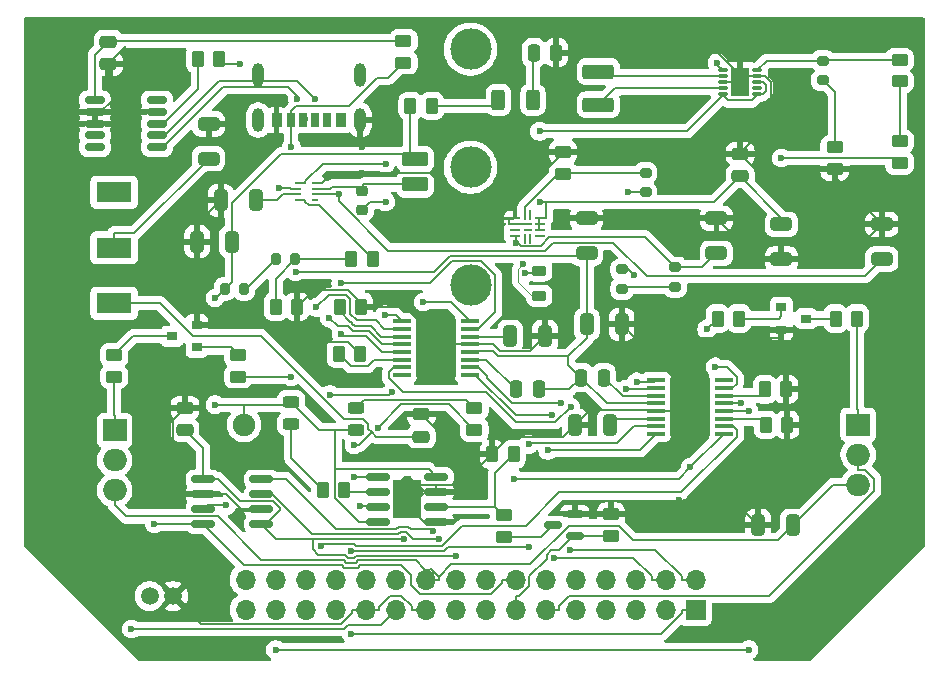
<source format=gbr>
%TF.GenerationSoftware,KiCad,Pcbnew,9.0.0*%
%TF.CreationDate,2025-04-06T21:49:29+02:00*%
%TF.ProjectId,_autosave-Innocent_schematic_without_fuse,5f617574-6f73-4617-9665-2d496e6e6f63,rev?*%
%TF.SameCoordinates,Original*%
%TF.FileFunction,Copper,L1,Top*%
%TF.FilePolarity,Positive*%
%FSLAX46Y46*%
G04 Gerber Fmt 4.6, Leading zero omitted, Abs format (unit mm)*
G04 Created by KiCad (PCBNEW 9.0.0) date 2025-04-06 21:49:29*
%MOMM*%
%LPD*%
G01*
G04 APERTURE LIST*
G04 Aperture macros list*
%AMRoundRect*
0 Rectangle with rounded corners*
0 $1 Rounding radius*
0 $2 $3 $4 $5 $6 $7 $8 $9 X,Y pos of 4 corners*
0 Add a 4 corners polygon primitive as box body*
4,1,4,$2,$3,$4,$5,$6,$7,$8,$9,$2,$3,0*
0 Add four circle primitives for the rounded corners*
1,1,$1+$1,$2,$3*
1,1,$1+$1,$4,$5*
1,1,$1+$1,$6,$7*
1,1,$1+$1,$8,$9*
0 Add four rect primitives between the rounded corners*
20,1,$1+$1,$2,$3,$4,$5,0*
20,1,$1+$1,$4,$5,$6,$7,0*
20,1,$1+$1,$6,$7,$8,$9,0*
20,1,$1+$1,$8,$9,$2,$3,0*%
G04 Aperture macros list end*
%TA.AperFunction,SMDPad,CuDef*%
%ADD10RoundRect,0.250000X0.450000X-0.262500X0.450000X0.262500X-0.450000X0.262500X-0.450000X-0.262500X0*%
%TD*%
%TA.AperFunction,SMDPad,CuDef*%
%ADD11RoundRect,0.250000X0.325000X0.650000X-0.325000X0.650000X-0.325000X-0.650000X0.325000X-0.650000X0*%
%TD*%
%TA.AperFunction,SMDPad,CuDef*%
%ADD12RoundRect,0.250000X1.075000X-0.375000X1.075000X0.375000X-1.075000X0.375000X-1.075000X-0.375000X0*%
%TD*%
%TA.AperFunction,SMDPad,CuDef*%
%ADD13RoundRect,0.225000X-0.250000X0.225000X-0.250000X-0.225000X0.250000X-0.225000X0.250000X0.225000X0*%
%TD*%
%TA.AperFunction,SMDPad,CuDef*%
%ADD14R,0.900000X0.800000*%
%TD*%
%TA.AperFunction,SMDPad,CuDef*%
%ADD15RoundRect,0.250000X0.475000X-0.250000X0.475000X0.250000X-0.475000X0.250000X-0.475000X-0.250000X0*%
%TD*%
%TA.AperFunction,ComponentPad*%
%ADD16C,3.500000*%
%TD*%
%TA.AperFunction,SMDPad,CuDef*%
%ADD17RoundRect,0.250000X0.312500X0.625000X-0.312500X0.625000X-0.312500X-0.625000X0.312500X-0.625000X0*%
%TD*%
%TA.AperFunction,SMDPad,CuDef*%
%ADD18R,0.812800X0.254000*%
%TD*%
%TA.AperFunction,SMDPad,CuDef*%
%ADD19R,0.254000X0.812800*%
%TD*%
%TA.AperFunction,SMDPad,CuDef*%
%ADD20R,0.700000X0.250000*%
%TD*%
%TA.AperFunction,SMDPad,CuDef*%
%ADD21RoundRect,0.250000X-0.250000X-0.475000X0.250000X-0.475000X0.250000X0.475000X-0.250000X0.475000X0*%
%TD*%
%TA.AperFunction,SMDPad,CuDef*%
%ADD22RoundRect,0.250000X0.262500X0.450000X-0.262500X0.450000X-0.262500X-0.450000X0.262500X-0.450000X0*%
%TD*%
%TA.AperFunction,SMDPad,CuDef*%
%ADD23RoundRect,0.218750X0.381250X-0.218750X0.381250X0.218750X-0.381250X0.218750X-0.381250X-0.218750X0*%
%TD*%
%TA.AperFunction,SMDPad,CuDef*%
%ADD24RoundRect,0.200000X-0.275000X0.200000X-0.275000X-0.200000X0.275000X-0.200000X0.275000X0.200000X0*%
%TD*%
%TA.AperFunction,SMDPad,CuDef*%
%ADD25RoundRect,0.250000X-0.650000X0.325000X-0.650000X-0.325000X0.650000X-0.325000X0.650000X0.325000X0*%
%TD*%
%TA.AperFunction,SMDPad,CuDef*%
%ADD26RoundRect,0.250000X-0.450000X0.262500X-0.450000X-0.262500X0.450000X-0.262500X0.450000X0.262500X0*%
%TD*%
%TA.AperFunction,ComponentPad*%
%ADD27C,1.508000*%
%TD*%
%TA.AperFunction,SMDPad,CuDef*%
%ADD28RoundRect,0.250000X0.650000X-0.325000X0.650000X0.325000X-0.650000X0.325000X-0.650000X-0.325000X0*%
%TD*%
%TA.AperFunction,SMDPad,CuDef*%
%ADD29R,0.600000X0.250000*%
%TD*%
%TA.AperFunction,SMDPad,CuDef*%
%ADD30RoundRect,0.250000X-0.262500X-0.450000X0.262500X-0.450000X0.262500X0.450000X-0.262500X0.450000X0*%
%TD*%
%TA.AperFunction,SMDPad,CuDef*%
%ADD31RoundRect,0.250000X0.850000X-0.375000X0.850000X0.375000X-0.850000X0.375000X-0.850000X-0.375000X0*%
%TD*%
%TA.AperFunction,SMDPad,CuDef*%
%ADD32RoundRect,0.243750X-0.456250X0.243750X-0.456250X-0.243750X0.456250X-0.243750X0.456250X0.243750X0*%
%TD*%
%TA.AperFunction,ComponentPad*%
%ADD33R,3.000000X1.800000*%
%TD*%
%TA.AperFunction,SMDPad,CuDef*%
%ADD34RoundRect,0.032500X-0.372500X-0.097500X0.372500X-0.097500X0.372500X0.097500X-0.372500X0.097500X0*%
%TD*%
%TA.AperFunction,SMDPad,CuDef*%
%ADD35R,1.630000X2.480000*%
%TD*%
%TA.AperFunction,SMDPad,CuDef*%
%ADD36RoundRect,0.200000X0.275000X-0.200000X0.275000X0.200000X-0.275000X0.200000X-0.275000X-0.200000X0*%
%TD*%
%TA.AperFunction,SMDPad,CuDef*%
%ADD37RoundRect,0.200000X-0.200000X-0.275000X0.200000X-0.275000X0.200000X0.275000X-0.200000X0.275000X0*%
%TD*%
%TA.AperFunction,SMDPad,CuDef*%
%ADD38RoundRect,0.100000X0.687500X0.100000X-0.687500X0.100000X-0.687500X-0.100000X0.687500X-0.100000X0*%
%TD*%
%TA.AperFunction,HeatsinkPad*%
%ADD39C,0.500000*%
%TD*%
%TA.AperFunction,HeatsinkPad*%
%ADD40R,3.400000X5.000000*%
%TD*%
%TA.AperFunction,SMDPad,CuDef*%
%ADD41RoundRect,0.150000X0.825000X0.150000X-0.825000X0.150000X-0.825000X-0.150000X0.825000X-0.150000X0*%
%TD*%
%TA.AperFunction,SMDPad,CuDef*%
%ADD42RoundRect,0.250000X-0.325000X-0.650000X0.325000X-0.650000X0.325000X0.650000X-0.325000X0.650000X0*%
%TD*%
%TA.AperFunction,SMDPad,CuDef*%
%ADD43C,1.905000*%
%TD*%
%TA.AperFunction,SMDPad,CuDef*%
%ADD44RoundRect,0.150000X0.587500X0.150000X-0.587500X0.150000X-0.587500X-0.150000X0.587500X-0.150000X0*%
%TD*%
%TA.AperFunction,SMDPad,CuDef*%
%ADD45RoundRect,0.100000X-0.687500X-0.100000X0.687500X-0.100000X0.687500X0.100000X-0.687500X0.100000X0*%
%TD*%
%TA.AperFunction,ComponentPad*%
%ADD46R,2.000000X1.905000*%
%TD*%
%TA.AperFunction,ComponentPad*%
%ADD47O,2.000000X1.905000*%
%TD*%
%TA.AperFunction,SMDPad,CuDef*%
%ADD48RoundRect,0.250000X0.250000X0.475000X-0.250000X0.475000X-0.250000X-0.475000X0.250000X-0.475000X0*%
%TD*%
%TA.AperFunction,SMDPad,CuDef*%
%ADD49R,0.700000X1.150000*%
%TD*%
%TA.AperFunction,SMDPad,CuDef*%
%ADD50R,0.800000X1.150000*%
%TD*%
%TA.AperFunction,SMDPad,CuDef*%
%ADD51R,0.900000X1.150000*%
%TD*%
%TA.AperFunction,ComponentPad*%
%ADD52O,1.000000X2.000000*%
%TD*%
%TA.AperFunction,HeatsinkPad*%
%ADD53R,2.410000X3.300000*%
%TD*%
%TA.AperFunction,SMDPad,CuDef*%
%ADD54RoundRect,0.150000X-0.687500X-0.150000X0.687500X-0.150000X0.687500X0.150000X-0.687500X0.150000X0*%
%TD*%
%TA.AperFunction,HeatsinkPad*%
%ADD55R,2.100000X3.300000*%
%TD*%
%TA.AperFunction,SMDPad,CuDef*%
%ADD56RoundRect,0.243750X0.456250X-0.243750X0.456250X0.243750X-0.456250X0.243750X-0.456250X-0.243750X0*%
%TD*%
%TA.AperFunction,ComponentPad*%
%ADD57R,1.700000X1.700000*%
%TD*%
%TA.AperFunction,ComponentPad*%
%ADD58O,1.700000X1.700000*%
%TD*%
%TA.AperFunction,ViaPad*%
%ADD59C,0.600000*%
%TD*%
%TA.AperFunction,ViaPad*%
%ADD60C,0.125730*%
%TD*%
%TA.AperFunction,Conductor*%
%ADD61C,0.200000*%
%TD*%
%TA.AperFunction,Conductor*%
%ADD62C,0.062865*%
%TD*%
G04 APERTURE END LIST*
D10*
%TO.P,R11,1*%
%TO.N,Net-(R11-Pad1)*%
X182500000Y-63912500D03*
%TO.P,R11,2*%
%TO.N,Net-(U4-FB)*%
X182500000Y-62087500D03*
%TD*%
D11*
%TO.P,C2,1*%
%TO.N,Net-(IC1-SS)*%
X127975000Y-74000000D03*
%TO.P,C2,2*%
%TO.N,GND*%
X125025000Y-74000000D03*
%TD*%
D12*
%TO.P,L3,1*%
%TO.N,Net-(U4-LX1)*%
X157000000Y-65900000D03*
%TO.P,L3,2*%
%TO.N,Net-(U4-LX2)*%
X157000000Y-63100000D03*
%TD*%
D13*
%TO.P,C5,1*%
%TO.N,Net-(IC1-SW)*%
X137000000Y-73225000D03*
%TO.P,C5,2*%
%TO.N,Net-(IC1-BST)*%
X137000000Y-74775000D03*
%TD*%
D10*
%TO.P,R10,1*%
%TO.N,Net-(U3-FB)*%
X154000000Y-71737500D03*
%TO.P,R10,2*%
%TO.N,GND*%
X154000000Y-69912500D03*
%TD*%
D14*
%TO.P,Q3,1*%
%TO.N,Net-(Q3-Pad1)*%
X172500000Y-83050000D03*
%TO.P,Q3,2*%
%TO.N,GND*%
X172500000Y-84950000D03*
%TO.P,Q3,3*%
%TO.N,Net-(Q3-Pad3)*%
X174600000Y-84000000D03*
%TD*%
D15*
%TO.P,C1,1*%
%TO.N,GND*%
X115500000Y-62450000D03*
%TO.P,C1,2*%
%TO.N,Net-(U1-VDD)*%
X115500000Y-60550000D03*
%TD*%
D16*
%TO.P,H3,1*%
%TO.N,N/C*%
X146180000Y-71200000D03*
%TD*%
D17*
%TO.P,R27,1*%
%TO.N,Net-(C6-Pad1)*%
X151462500Y-65500000D03*
%TO.P,R27,2*%
%TO.N,Net-(R27-Pad2)*%
X148537500Y-65500000D03*
%TD*%
D18*
%TO.P,U3,1,PGND*%
%TO.N,GND*%
X149945900Y-75499999D03*
%TO.P,U3,2,PGND*%
X149945900Y-76000000D03*
%TO.P,U3,3,SW*%
%TO.N,unconnected-(U3-SW-Pad3)*%
X149945900Y-76500000D03*
%TO.P,U3,4,OUT*%
%TO.N,5V Out*%
X149945900Y-77000001D03*
D19*
%TO.P,U3,5,OUT*%
%TO.N,unconnected-(U3-OUT-Pad5)*%
X150750000Y-77304100D03*
%TO.P,U3,6,OUT*%
%TO.N,unconnected-(U3-OUT-Pad6)*%
X151250000Y-77304100D03*
D18*
%TO.P,U3,7,NC*%
%TO.N,unconnected-(U3-NC-Pad7)*%
X152054100Y-77000001D03*
%TO.P,U3,8,EN*%
%TO.N,3.7V_out*%
X152054100Y-76500000D03*
%TO.P,U3,9,IN*%
X152054100Y-76000000D03*
%TO.P,U3,10,INA*%
X152054100Y-75499999D03*
D19*
%TO.P,U3,11,AGND*%
%TO.N,unconnected-(U3-AGND-Pad11)*%
X151250000Y-75195900D03*
%TO.P,U3,12,FB*%
%TO.N,Net-(U3-FB)*%
X150750000Y-75195900D03*
D20*
%TO.P,U3,13,PGND*%
%TO.N,GND*%
X151000000Y-76000000D03*
%TO.P,U3,14,SW*%
%TO.N,Net-(L2-Pad1)*%
X151000000Y-76500000D03*
%TD*%
D15*
%TO.P,C7,1*%
%TO.N,3.7V_in*%
X142000000Y-94000000D03*
%TO.P,C7,2*%
%TO.N,GND*%
X142000000Y-92100000D03*
%TD*%
D21*
%TO.P,C6,1*%
%TO.N,Net-(C6-Pad1)*%
X151550000Y-61500000D03*
%TO.P,C6,2*%
%TO.N,GND*%
X153450000Y-61500000D03*
%TD*%
D22*
%TO.P,R21,1*%
%TO.N,Net-(U2-PROG)*%
X149825000Y-95500000D03*
%TO.P,R21,2*%
%TO.N,GND*%
X148000000Y-95500000D03*
%TD*%
D23*
%TO.P,L2,1*%
%TO.N,Net-(L2-Pad1)*%
X152000000Y-82062500D03*
%TO.P,L2,2*%
%TO.N,3.7V_out*%
X152000000Y-79937500D03*
%TD*%
D24*
%TO.P,R28,1*%
%TO.N,Net-(U3-FB)*%
X161000000Y-71675000D03*
%TO.P,R28,2*%
%TO.N,Net-(R28-Pad2)*%
X161000000Y-73325000D03*
%TD*%
D25*
%TO.P,C8,1*%
%TO.N,3.7V_out*%
X172500000Y-76025000D03*
%TO.P,C8,2*%
%TO.N,GND*%
X172500000Y-78975000D03*
%TD*%
D15*
%TO.P,C13,1*%
%TO.N,3V3 Out*%
X122000000Y-93450000D03*
%TO.P,C13,2*%
%TO.N,GND*%
X122000000Y-91550000D03*
%TD*%
D10*
%TO.P,R18,1*%
%TO.N,/CTRL_EXT_LOAD1*%
X126500000Y-88912500D03*
%TO.P,R18,2*%
%TO.N,Net-(Q2-Pad1)*%
X126500000Y-87087500D03*
%TD*%
D22*
%TO.P,R16,1*%
%TO.N,GND*%
X172912500Y-90000000D03*
%TO.P,R16,2*%
%TO.N,Net-(U7-BISEN)*%
X171087500Y-90000000D03*
%TD*%
D15*
%TO.P,C12,1*%
%TO.N,3.7V_out*%
X169000000Y-71950000D03*
%TO.P,C12,2*%
%TO.N,GND*%
X169000000Y-70050000D03*
%TD*%
D26*
%TO.P,R7,1*%
%TO.N,Net-(LED1-K)*%
X146500000Y-91587500D03*
%TO.P,R7,2*%
%TO.N,Net-(U2-~{CHRG})*%
X146500000Y-93412500D03*
%TD*%
D27*
%TO.P,P2,1,1*%
%TO.N,3.7V_in*%
X119000000Y-107500000D03*
%TO.P,P2,2,2*%
%TO.N,GND*%
X121000000Y-107500000D03*
%TD*%
D28*
%TO.P,C10,1*%
%TO.N,5V Out*%
X167000000Y-78475000D03*
%TO.P,C10,2*%
%TO.N,GND*%
X167000000Y-75525000D03*
%TD*%
D29*
%TO.P,IC1,1,PG*%
%TO.N,unconnected-(IC1-PG-Pad1)*%
X133000000Y-74000000D03*
%TO.P,IC1,2,VIN*%
%TO.N,9V*%
X133000000Y-73500000D03*
%TO.P,IC1,3,SW*%
%TO.N,Net-(IC1-SW)*%
X133000000Y-73000000D03*
%TO.P,IC1,4,GND*%
%TO.N,GND*%
X133000000Y-72500000D03*
%TO.P,IC1,5,BST*%
%TO.N,Net-(IC1-BST)*%
X131600000Y-72500000D03*
%TO.P,IC1,6,EN*%
%TO.N,VBUS2*%
X131600000Y-73000000D03*
%TO.P,IC1,7,SS*%
%TO.N,Net-(IC1-SS)*%
X131600000Y-73500000D03*
%TO.P,IC1,8,FB*%
%TO.N,Net-(IC1-FB)*%
X131600000Y-74000000D03*
%TD*%
D30*
%TO.P,R17,1*%
%TO.N,/CTRL_EXT_LOAD2*%
X167087500Y-84000000D03*
%TO.P,R17,2*%
%TO.N,Net-(Q3-Pad1)*%
X168912500Y-84000000D03*
%TD*%
D31*
%TO.P,L1,1*%
%TO.N,Net-(IC1-SW)*%
X141500000Y-72650000D03*
%TO.P,L1,2*%
%TO.N,5V*%
X141500000Y-70500000D03*
%TD*%
D21*
%TO.P,C17,1*%
%TO.N,IC2*%
X155550000Y-89000000D03*
%TO.P,C17,2*%
%TO.N,Net-(U7-VCP)*%
X157450000Y-89000000D03*
%TD*%
D22*
%TO.P,R13,1*%
%TO.N,GND*%
X136912500Y-83000000D03*
%TO.P,R13,2*%
%TO.N,Net-(U6-AISEN)*%
X135087500Y-83000000D03*
%TD*%
D32*
%TO.P,LED1,1,K*%
%TO.N,Net-(LED1-K)*%
X136500000Y-91562500D03*
%TO.P,LED1,2,A*%
%TO.N,5V*%
X136500000Y-93437500D03*
%TD*%
D33*
%TO.P,SW1,1,C*%
%TO.N,unconnected-(SW1-C-Pad1)*%
X116000000Y-73300000D03*
%TO.P,SW1,2,B*%
%TO.N,3.7V_out*%
X116000000Y-78000000D03*
%TO.P,SW1,3,A*%
%TO.N,3.7V_in*%
X116000000Y-82700000D03*
%TD*%
D26*
%TO.P,R23,1*%
%TO.N,GND*%
X158062500Y-100587500D03*
%TO.P,R23,2*%
%TO.N,/FAST_CHARGE_CTRL*%
X158062500Y-102412500D03*
%TD*%
D34*
%TO.P,U4,1,VOUT*%
%TO.N,3V3 Out*%
X167555000Y-63000000D03*
%TO.P,U4,2,LX2*%
%TO.N,Net-(U4-LX2)*%
X167555000Y-63500000D03*
%TO.P,U4,3,GND*%
%TO.N,GND*%
X167555000Y-64000000D03*
%TO.P,U4,4,LX1*%
%TO.N,Net-(U4-LX1)*%
X167555000Y-64500000D03*
%TO.P,U4,5,VIN*%
%TO.N,3.7V_out*%
X167555000Y-65000000D03*
%TO.P,U4,6,EN*%
X170445000Y-65000000D03*
%TO.P,U4,7,PS*%
%TO.N,unconnected-(U4-PS-Pad7)*%
X170445000Y-64500000D03*
%TO.P,U4,8,VINA*%
%TO.N,3.7V_out*%
X170445000Y-64000000D03*
%TO.P,U4,9,GND*%
%TO.N,GND*%
X170445000Y-63500000D03*
%TO.P,U4,10,FB*%
%TO.N,Net-(U4-FB)*%
X170445000Y-63000000D03*
D35*
%TO.P,U4,11,EXP*%
%TO.N,GND*%
X169000000Y-64000000D03*
%TD*%
D22*
%TO.P,R2,1*%
%TO.N,9V*%
X124912500Y-62000000D03*
%TO.P,R2,2*%
%TO.N,Net-(U1-VBUS)*%
X123087500Y-62000000D03*
%TD*%
D36*
%TO.P,R9,1*%
%TO.N,Net-(R29-Pad2)*%
X163500000Y-81325000D03*
%TO.P,R9,2*%
%TO.N,5V Out*%
X163500000Y-79675000D03*
%TD*%
D10*
%TO.P,R26,1*%
%TO.N,3V3 Out*%
X182500000Y-70825000D03*
%TO.P,R26,2*%
%TO.N,Net-(R11-Pad1)*%
X182500000Y-69000000D03*
%TD*%
D37*
%TO.P,R5,1*%
%TO.N,Net-(R24-Pad2)*%
X129675000Y-79000000D03*
%TO.P,R5,2*%
%TO.N,Net-(R3-Pad2)*%
X131325000Y-79000000D03*
%TD*%
D10*
%TO.P,R1,1*%
%TO.N,VBUS2*%
X140500000Y-62325000D03*
%TO.P,R1,2*%
%TO.N,Net-(U1-VDD)*%
X140500000Y-60500000D03*
%TD*%
D38*
%TO.P,U7,1,~{SLEEP}*%
%TO.N,3V3 Out*%
X167612500Y-93775000D03*
%TO.P,U7,2,AOUT1*%
%TO.N,/MOTOR3_A_OUT*%
X167612500Y-93125000D03*
%TO.P,U7,3,AISEN*%
%TO.N,Net-(U7-AISEN)*%
X167612500Y-92475000D03*
%TO.P,U7,4,AOUT2*%
%TO.N,/MOTOR3_B_OUT*%
X167612500Y-91825000D03*
%TO.P,U7,5,BOUT2*%
%TO.N,/MOTOR4_B_OUT*%
X167612500Y-91175000D03*
%TO.P,U7,6,BISEN*%
%TO.N,Net-(U7-BISEN)*%
X167612500Y-90525000D03*
%TO.P,U7,7,BOUT1*%
%TO.N,/MOTOR4_A_OUT*%
X167612500Y-89875000D03*
%TO.P,U7,8,~{FAULT}*%
%TO.N,unconnected-(U7-~{FAULT}-Pad8)*%
X167612500Y-89225000D03*
%TO.P,U7,9,BIN1*%
%TO.N,/MOTOR4_CTRL1*%
X161887500Y-89225000D03*
%TO.P,U7,10,BIN2*%
%TO.N,/MOTOR4_CTRL2*%
X161887500Y-89875000D03*
%TO.P,U7,11,VCP*%
%TO.N,Net-(U7-VCP)*%
X161887500Y-90525000D03*
%TO.P,U7,12,VM*%
%TO.N,IC2*%
X161887500Y-91175000D03*
%TO.P,U7,13,GND*%
%TO.N,GND*%
X161887500Y-91825000D03*
%TO.P,U7,14,VINT*%
%TO.N,Net-(U7-VINT)*%
X161887500Y-92475000D03*
%TO.P,U7,15,AIN2*%
%TO.N,/MOTOR3_CTRL2*%
X161887500Y-93125000D03*
%TO.P,U7,16,AIN1*%
%TO.N,/MOTOR3_CTRL1*%
X161887500Y-93775000D03*
D39*
%TO.P,U7,17,GND*%
%TO.N,GND*%
X165500000Y-93000000D03*
X165500000Y-91500000D03*
X165500000Y-90000000D03*
D40*
X164750000Y-91500000D03*
D39*
X164000000Y-93000000D03*
X164000000Y-91500000D03*
X164000000Y-90000000D03*
%TD*%
D22*
%TO.P,R8,1*%
%TO.N,Net-(R27-Pad2)*%
X142912500Y-66000000D03*
%TO.P,R8,2*%
%TO.N,5V*%
X141087500Y-66000000D03*
%TD*%
D26*
%TO.P,R22,1*%
%TO.N,Net-(U2-PROG)*%
X149000000Y-100675000D03*
%TO.P,R22,2*%
%TO.N,Net-(Q5-D)*%
X149000000Y-102500000D03*
%TD*%
D41*
%TO.P,U5,1,A1*%
%TO.N,3V3 Out*%
X128475000Y-101405000D03*
%TO.P,U5,2,A0*%
%TO.N,GND*%
X128475000Y-100135000D03*
%TO.P,U5,3,SDA*%
%TO.N,/I2C1_SDA*%
X128475000Y-98865000D03*
%TO.P,U5,4,SCL*%
%TO.N,/I2C1_SCL*%
X128475000Y-97595000D03*
%TO.P,U5,5,VS*%
%TO.N,3V3 Out*%
X123525000Y-97595000D03*
%TO.P,U5,6,GND*%
%TO.N,GND*%
X123525000Y-98865000D03*
%TO.P,U5,7,IN-*%
%TO.N,IC2*%
X123525000Y-100135000D03*
%TO.P,U5,8,IN+*%
%TO.N,3.7V_out*%
X123525000Y-101405000D03*
%TD*%
D42*
%TO.P,C4,1*%
%TO.N,GND*%
X123025000Y-77500000D03*
%TO.P,C4,2*%
%TO.N,5V*%
X125975000Y-77500000D03*
%TD*%
D43*
%TO.P,TP1,1,1*%
%TO.N,5V*%
X127000000Y-93000000D03*
%TD*%
D16*
%TO.P,H4,1*%
%TO.N,N/C*%
X146180000Y-81200000D03*
%TD*%
D22*
%TO.P,R15,1*%
%TO.N,GND*%
X173000000Y-93000000D03*
%TO.P,R15,2*%
%TO.N,Net-(U7-AISEN)*%
X171175000Y-93000000D03*
%TD*%
D42*
%TO.P,C18,1*%
%TO.N,GND*%
X155025000Y-93000000D03*
%TO.P,C18,2*%
%TO.N,Net-(U7-VINT)*%
X157975000Y-93000000D03*
%TD*%
D44*
%TO.P,Q5,1,G*%
%TO.N,/FAST_CHARGE_CTRL*%
X155000000Y-102450000D03*
%TO.P,Q5,2,S*%
%TO.N,GND*%
X155000000Y-100550000D03*
%TO.P,Q5,3,D*%
%TO.N,Net-(Q5-D)*%
X153125000Y-101500000D03*
%TD*%
D45*
%TO.P,U6,1,~{SLEEP}*%
%TO.N,3V3 Out*%
X140387500Y-84225000D03*
%TO.P,U6,2,AOUT1*%
%TO.N,/MOTOR1_A_OUT*%
X140387500Y-84875000D03*
%TO.P,U6,3,AISEN*%
%TO.N,Net-(U6-AISEN)*%
X140387500Y-85525000D03*
%TO.P,U6,4,AOUT2*%
%TO.N,/MOTOR1_B_OUT*%
X140387500Y-86175000D03*
%TO.P,U6,5,BOUT2*%
%TO.N,/MOTOR2_B_OUT*%
X140387500Y-86825000D03*
%TO.P,U6,6,BISEN*%
%TO.N,Net-(U6-BISEN)*%
X140387500Y-87475000D03*
%TO.P,U6,7,BOUT1*%
%TO.N,/MOTOR2_A_OUT*%
X140387500Y-88125000D03*
%TO.P,U6,8,~{FAULT}*%
%TO.N,unconnected-(U6-~{FAULT}-Pad8)*%
X140387500Y-88775000D03*
%TO.P,U6,9,BIN1*%
%TO.N,/MOTOR2_CTRL1*%
X146112500Y-88775000D03*
%TO.P,U6,10,BIN2*%
%TO.N,/MOTOR2_CTRL2*%
X146112500Y-88125000D03*
%TO.P,U6,11,VCP*%
%TO.N,Net-(U6-VCP)*%
X146112500Y-87475000D03*
%TO.P,U6,12,VM*%
%TO.N,IC2*%
X146112500Y-86825000D03*
%TO.P,U6,13,GND*%
%TO.N,GND*%
X146112500Y-86175000D03*
%TO.P,U6,14,VINT*%
%TO.N,Net-(U6-VINT)*%
X146112500Y-85525000D03*
%TO.P,U6,15,AIN2*%
%TO.N,/MOTOR1_CTRL2*%
X146112500Y-84875000D03*
%TO.P,U6,16,AIN1*%
%TO.N,/MOTOR1_CTRL1*%
X146112500Y-84225000D03*
D39*
%TO.P,U6,17,GND*%
%TO.N,GND*%
X142500000Y-85000000D03*
X142500000Y-86500000D03*
X142500000Y-88000000D03*
D40*
X143250000Y-86500000D03*
D39*
X144000000Y-85000000D03*
X144000000Y-86500000D03*
X144000000Y-88000000D03*
%TD*%
D22*
%TO.P,R14,1*%
%TO.N,GND*%
X136825000Y-87000000D03*
%TO.P,R14,2*%
%TO.N,Net-(U6-BISEN)*%
X135000000Y-87000000D03*
%TD*%
D46*
%TO.P,Q1,1,B*%
%TO.N,Net-(Q1-B)*%
X116055000Y-93460000D03*
D47*
%TO.P,Q1,2,C*%
%TO.N,/EXT_LOAD1_OUT*%
X116055000Y-96000000D03*
%TO.P,Q1,3,E*%
%TO.N,5V Out*%
X116055000Y-98540000D03*
%TD*%
D14*
%TO.P,Q2,1*%
%TO.N,Net-(Q2-Pad1)*%
X123000000Y-86450000D03*
%TO.P,Q2,2*%
%TO.N,GND*%
X123000000Y-84550000D03*
%TO.P,Q2,3*%
%TO.N,Net-(Q2-Pad3)*%
X120900000Y-85500000D03*
%TD*%
D30*
%TO.P,R19,1*%
%TO.N,Net-(Q3-Pad3)*%
X177087500Y-84000000D03*
%TO.P,R19,2*%
%TO.N,Net-(Q4-B)*%
X178912500Y-84000000D03*
%TD*%
D46*
%TO.P,Q4,1,B*%
%TO.N,Net-(Q4-B)*%
X179000000Y-93000000D03*
D47*
%TO.P,Q4,2,C*%
%TO.N,/EXT_LOAD2_OUT*%
X179000000Y-95540000D03*
%TO.P,Q4,3,E*%
%TO.N,5V Out*%
X179000000Y-98080000D03*
%TD*%
D16*
%TO.P,H2,1*%
%TO.N,N/C*%
X146180000Y-61200000D03*
%TD*%
D30*
%TO.P,R4,1*%
%TO.N,Net-(R3-Pad2)*%
X129675000Y-83000000D03*
%TO.P,R4,2*%
%TO.N,GND*%
X131500000Y-83000000D03*
%TD*%
D28*
%TO.P,C16,1*%
%TO.N,IC2*%
X156000000Y-78475000D03*
%TO.P,C16,2*%
%TO.N,GND*%
X156000000Y-75525000D03*
%TD*%
D24*
%TO.P,R25,1*%
%TO.N,Net-(U4-FB)*%
X176000000Y-62175000D03*
%TO.P,R25,2*%
%TO.N,Net-(R12-Pad1)*%
X176000000Y-63825000D03*
%TD*%
D37*
%TO.P,R24,1*%
%TO.N,5V*%
X125350000Y-81500000D03*
%TO.P,R24,2*%
%TO.N,Net-(R24-Pad2)*%
X127000000Y-81500000D03*
%TD*%
D30*
%TO.P,R6,1*%
%TO.N,Net-(LED2-K)*%
X133675000Y-98500000D03*
%TO.P,R6,2*%
%TO.N,Net-(U2-~{STDBY})*%
X135500000Y-98500000D03*
%TD*%
D24*
%TO.P,R29,1*%
%TO.N,Net-(R28-Pad2)*%
X159000000Y-79850000D03*
%TO.P,R29,2*%
%TO.N,Net-(R29-Pad2)*%
X159000000Y-81500000D03*
%TD*%
D48*
%TO.P,C14,1*%
%TO.N,IC2*%
X151950000Y-90000000D03*
%TO.P,C14,2*%
%TO.N,Net-(U6-VCP)*%
X150050000Y-90000000D03*
%TD*%
D11*
%TO.P,C15,1*%
%TO.N,GND*%
X152475000Y-85500000D03*
%TO.P,C15,2*%
%TO.N,Net-(U6-VINT)*%
X149525000Y-85500000D03*
%TD*%
D26*
%TO.P,R12,1*%
%TO.N,Net-(R12-Pad1)*%
X177000000Y-69500000D03*
%TO.P,R12,2*%
%TO.N,GND*%
X177000000Y-71325000D03*
%TD*%
D11*
%TO.P,C11,1*%
%TO.N,5V Out*%
X173475000Y-101500000D03*
%TO.P,C11,2*%
%TO.N,GND*%
X170525000Y-101500000D03*
%TD*%
D28*
%TO.P,C3,1*%
%TO.N,9V*%
X181000000Y-78975000D03*
%TO.P,C3,2*%
%TO.N,GND*%
X181000000Y-76025000D03*
%TD*%
D49*
%TO.P,J2,A5,CC1*%
%TO.N,/CC1*%
X133000000Y-67205000D03*
D50*
%TO.P,J2,A9,V-BUS*%
%TO.N,VBUS2*%
X130980000Y-67205000D03*
D51*
%TO.P,J2,A12,GND*%
%TO.N,GND*%
X129750000Y-67205000D03*
D49*
%TO.P,J2,B5,CC2*%
%TO.N,/CC2*%
X132000000Y-67205000D03*
D50*
%TO.P,J2,B9*%
%TO.N,N/C*%
X134020000Y-67205000D03*
D51*
%TO.P,J2,B12*%
X135250000Y-67205000D03*
D52*
%TO.P,J2,S1,SHIELD*%
%TO.N,GND*%
X136820000Y-67200000D03*
%TO.P,J2,S2*%
%TO.N,N/C*%
X128180000Y-67200000D03*
%TO.P,J2,S3*%
X136820000Y-63400000D03*
%TO.P,J2,S4*%
X128180000Y-63400000D03*
%TD*%
D41*
%TO.P,U2,1,TEMP*%
%TO.N,GND*%
X143275000Y-101205000D03*
%TO.P,U2,2,PROG*%
%TO.N,Net-(U2-PROG)*%
X143275000Y-99935000D03*
%TO.P,U2,3,GND*%
%TO.N,GND*%
X143275000Y-98665000D03*
%TO.P,U2,4,V_{CC}*%
%TO.N,5V*%
X143275000Y-97395000D03*
%TO.P,U2,5,BAT*%
%TO.N,3.7V_in*%
X138325000Y-97395000D03*
%TO.P,U2,6,~{STDBY}*%
%TO.N,Net-(U2-~{STDBY})*%
X138325000Y-98665000D03*
%TO.P,U2,7,~{CHRG}*%
%TO.N,Net-(U2-~{CHRG})*%
X138325000Y-99935000D03*
%TO.P,U2,8,CE*%
%TO.N,5V*%
X138325000Y-101205000D03*
D39*
%TO.P,U2,9,EPAD*%
%TO.N,GND*%
X141500000Y-100500000D03*
X141500000Y-99300000D03*
X141500000Y-98100000D03*
D53*
X140800000Y-99300000D03*
D39*
X140100000Y-100500000D03*
X140100000Y-99300000D03*
X140100000Y-98100000D03*
%TD*%
D54*
%TO.P,U1,1,VDD*%
%TO.N,Net-(U1-VDD)*%
X114362500Y-65500000D03*
%TO.P,U1,2,CFG2*%
%TO.N,GND*%
X114362500Y-66500000D03*
%TO.P,U1,3,CFG3*%
X114362500Y-67500000D03*
%TO.P,U1,4,DP*%
%TO.N,unconnected-(U1-DP-Pad4)*%
X114362500Y-68500000D03*
%TO.P,U1,5,DM*%
%TO.N,unconnected-(U1-DM-Pad5)*%
X114362500Y-69500000D03*
%TO.P,U1,6,CC2*%
%TO.N,/CC2*%
X119637500Y-69500000D03*
%TO.P,U1,7,CC1*%
%TO.N,/CC1*%
X119637500Y-68500000D03*
%TO.P,U1,8,VBUS*%
%TO.N,Net-(U1-VBUS)*%
X119637500Y-67500000D03*
%TO.P,U1,9,CFG1*%
%TO.N,GND*%
X119637500Y-66500000D03*
%TO.P,U1,10,PG*%
%TO.N,unconnected-(U1-PG-Pad10)*%
X119637500Y-65500000D03*
D55*
%TO.P,U1,11,GND*%
%TO.N,GND*%
X117000000Y-67500000D03*
%TD*%
D28*
%TO.P,C9,1*%
%TO.N,3.7V_out*%
X124000000Y-70475000D03*
%TO.P,C9,2*%
%TO.N,GND*%
X124000000Y-67525000D03*
%TD*%
D22*
%TO.P,R3,1*%
%TO.N,Net-(IC1-FB)*%
X137912500Y-79000000D03*
%TO.P,R3,2*%
%TO.N,Net-(R3-Pad2)*%
X136087500Y-79000000D03*
%TD*%
D42*
%TO.P,C19,1*%
%TO.N,IC2*%
X156025000Y-84500000D03*
%TO.P,C19,2*%
%TO.N,GND*%
X158975000Y-84500000D03*
%TD*%
D56*
%TO.P,LED2,1,K*%
%TO.N,Net-(LED2-K)*%
X131000000Y-92937500D03*
%TO.P,LED2,2,A*%
%TO.N,5V*%
X131000000Y-91062500D03*
%TD*%
D26*
%TO.P,R20,1*%
%TO.N,Net-(Q2-Pad3)*%
X116000000Y-87087500D03*
%TO.P,R20,2*%
%TO.N,Net-(Q1-B)*%
X116000000Y-88912500D03*
%TD*%
D57*
%TO.P,J1,1,Pin_1*%
%TO.N,/MOTOR2_B_OUT*%
X165230000Y-108665000D03*
D58*
%TO.P,J1,2,Pin_2*%
%TO.N,/MOTOR2_A_OUT*%
X165230000Y-106125000D03*
%TO.P,J1,3,Pin_3*%
%TO.N,/MOTOR4_A_OUT*%
X162690000Y-108665000D03*
%TO.P,J1,4,Pin_4*%
%TO.N,/MOTOR2_CTRL1*%
X162690000Y-106125000D03*
%TO.P,J1,5,Pin_5*%
%TO.N,/MOTOR4_B_OUT*%
X160150000Y-108665000D03*
%TO.P,J1,6,Pin_6*%
%TO.N,/MOTOR2_CTRL2*%
X160150000Y-106125000D03*
%TO.P,J1,7,Pin_7*%
%TO.N,/CTRL_EXT_LOAD2*%
X157610000Y-108665000D03*
%TO.P,J1,8,Pin_8*%
%TO.N,/MOTOR4_CTRL1*%
X157610000Y-106125000D03*
%TO.P,J1,9,Pin_9*%
%TO.N,/USART2_RX*%
X155070000Y-108665000D03*
%TO.P,J1,10,Pin_10*%
%TO.N,/MOTOR4_CTRL2*%
X155070000Y-106125000D03*
%TO.P,J1,11,Pin_11*%
%TO.N,/EXT_LOAD2_OUT*%
X152530000Y-108665000D03*
%TO.P,J1,12,Pin_12*%
%TO.N,/USART2_TX*%
X152530000Y-106125000D03*
%TO.P,J1,13,Pin_13*%
%TO.N,/FAST_CHARGE_CTRL*%
X149990000Y-108665000D03*
%TO.P,J1,14,Pin_14*%
%TO.N,3.7V_out*%
X149990000Y-106125000D03*
%TO.P,J1,15,Pin_15*%
%TO.N,/RESV*%
X147450000Y-108665000D03*
%TO.P,J1,16,Pin_16*%
%TO.N,/I2C1_SCL*%
X147450000Y-106125000D03*
%TO.P,J1,17,Pin_17*%
%TO.N,/I2C1_SDA*%
X144910000Y-108665000D03*
%TO.P,J1,18,Pin_18*%
%TO.N,3V3 Out*%
X144910000Y-106125000D03*
%TO.P,J1,19,Pin_19*%
%TO.N,GND*%
X142370000Y-108665000D03*
%TO.P,J1,20,Pin_20*%
%TO.N,5V Out*%
X142370000Y-106125000D03*
%TO.P,J1,21,Pin_21*%
%TO.N,/EXT_LOAD1_OUT*%
X139830000Y-108665000D03*
%TO.P,J1,22,Pin_22*%
%TO.N,9V*%
X139830000Y-106125000D03*
%TO.P,J1,23,Pin_23*%
%TO.N,GND*%
X137290000Y-108665000D03*
%TO.P,J1,24,Pin_24*%
%TO.N,/MOTOR3_CTRL1*%
X137290000Y-106125000D03*
%TO.P,J1,25,Pin_25*%
%TO.N,/CTRL_EXT_LOAD1*%
X134750000Y-108665000D03*
%TO.P,J1,26,Pin_26*%
%TO.N,/MOTOR3_CTRL2*%
X134750000Y-106125000D03*
%TO.P,J1,27,Pin_27*%
%TO.N,/MOTOR3_A_OUT*%
X132210000Y-108665000D03*
%TO.P,J1,28,Pin_28*%
%TO.N,/MOTOR1_CTRL1*%
X132210000Y-106125000D03*
%TO.P,J1,29,Pin_29*%
%TO.N,/MOTOR3_B_OUT*%
X129670000Y-108665000D03*
%TO.P,J1,30,Pin_30*%
%TO.N,/MOTOR1_CTRL2*%
X129670000Y-106125000D03*
%TO.P,J1,31,Pin_31*%
%TO.N,/MOTOR1_B_OUT*%
X127130000Y-108665000D03*
%TO.P,J1,32,Pin_32*%
%TO.N,/MOTOR1_A_OUT*%
X127130000Y-106125000D03*
%TD*%
D59*
%TO.N,/CC1*%
X133000000Y-67205000D03*
X133000000Y-65400000D03*
%TO.N,/CC2*%
X132121015Y-67083985D03*
X131516292Y-65400000D03*
%TO.N,VBUS2*%
X131000000Y-69487500D03*
X129957800Y-72975000D03*
%TO.N,GND*%
X137000000Y-69487500D03*
X137000000Y-71721200D03*
%TO.N,5V Out*%
X150015500Y-77635900D03*
D60*
%TO.N,Net-(L2-Pad1)*%
X151000000Y-76500000D03*
D59*
X150615500Y-79395311D03*
D60*
X151000000Y-76500000D03*
D59*
%TO.N,3.7V_out*%
X150758100Y-80182500D03*
X119405700Y-101360000D03*
X152021700Y-68155000D03*
X152021700Y-74150700D03*
%TO.N,GND*%
X163830300Y-99328000D03*
X122022800Y-98865000D03*
%TO.N,VBUS2*%
X129957800Y-72975000D03*
%TO.N,5V*%
X124542400Y-91305200D03*
X124542400Y-82257100D03*
%TO.N,9V*%
X135034200Y-73500000D03*
X126667800Y-62479300D03*
%TO.N,Net-(U2-~{CHRG})*%
X136840600Y-99846000D03*
X138300800Y-93238000D03*
%TO.N,3V3 Out*%
X138912600Y-83685000D03*
X140500400Y-102674800D03*
X167082100Y-62346200D03*
X164789500Y-96598000D03*
X172503900Y-70412500D03*
X149889800Y-97560500D03*
X144910000Y-104079900D03*
%TO.N,/CTRL_EXT_LOAD1*%
X130997000Y-88912500D03*
%TO.N,/CTRL_EXT_LOAD2*%
X166173200Y-84914300D03*
%TO.N,Net-(R28-Pad2)*%
X159999000Y-80301300D03*
X159473900Y-73300300D03*
%TO.N,/EXT_LOAD1_OUT*%
X117469200Y-110289600D03*
%TO.N,IC2*%
X125486200Y-99824700D03*
X131364100Y-80040800D03*
%TO.N,/I2C1_SCL*%
X142992500Y-102009300D03*
%TO.N,/I2C1_SDA*%
X143495200Y-102652600D03*
%TO.N,/MOTOR2_A_OUT*%
X154566700Y-103559900D03*
X154645500Y-91482600D03*
%TO.N,/MOTOR1_CTRL2*%
X135202200Y-80965300D03*
%TO.N,/MOTOR2_B_OUT*%
X135228300Y-85334900D03*
X136067600Y-110689800D03*
%TO.N,/MOTOR1_CTRL1*%
X139517800Y-90196500D03*
X142170700Y-82602400D03*
X134261800Y-90445400D03*
%TO.N,/MOTOR2_CTRL1*%
X153235800Y-104243400D03*
X153081000Y-92184800D03*
%TO.N,/MOTOR2_CTRL2*%
X153837500Y-91169700D03*
%TO.N,/MOTOR1_B_OUT*%
X134216300Y-83947400D03*
%TO.N,/MOTOR1_A_OUT*%
X133112500Y-83055600D03*
%TO.N,/MOTOR3_CTRL1*%
X152721500Y-95153800D03*
%TO.N,/MOTOR3_B_OUT*%
X169747700Y-91825000D03*
X129670000Y-112050000D03*
X169747700Y-112050000D03*
%TO.N,/MOTOR4_CTRL1*%
X160236500Y-89366500D03*
%TO.N,/MOTOR4_CTRL2*%
X159316000Y-89968200D03*
%TO.N,/MOTOR4_B_OUT*%
X169047000Y-91175000D03*
%TO.N,/MOTOR3_CTRL2*%
X151094200Y-103384000D03*
X136066000Y-103678200D03*
X151094200Y-94662600D03*
%TO.N,/MOTOR4_A_OUT*%
X166908000Y-88100000D03*
%TO.N,/MOTOR3_A_OUT*%
X133499200Y-103294000D03*
%TO.N,Net-(IC1-BST)*%
X138978500Y-74115000D03*
X138978500Y-70904300D03*
%TO.N,3.7V_in*%
X136310800Y-94713200D03*
X136288800Y-97395000D03*
%TD*%
D61*
%TO.N,/CC1*%
X131480200Y-63880200D02*
X133000000Y-65400000D01*
X131000000Y-63880200D02*
X131480200Y-63880200D01*
%TO.N,/CC2*%
X131516292Y-65171692D02*
X131516292Y-65400000D01*
X130760700Y-64416100D02*
X131516292Y-65171692D01*
%TO.N,VBUS2*%
X131410000Y-66000000D02*
X130980000Y-66430000D01*
X135852785Y-66000000D02*
X131410000Y-66000000D01*
X138227885Y-63624900D02*
X135852785Y-66000000D01*
X139200100Y-63624900D02*
X138227885Y-63624900D01*
X130980000Y-66430000D02*
X130980000Y-67205000D01*
X130980000Y-69467500D02*
X131000000Y-69487500D01*
X130980000Y-67205000D02*
X130980000Y-69467500D01*
%TO.N,GND*%
X134380500Y-71721200D02*
X137000000Y-71721200D01*
X136820000Y-69307500D02*
X137000000Y-69487500D01*
X136820000Y-67200000D02*
X136820000Y-69307500D01*
%TO.N,5V Out*%
X179000000Y-98080000D02*
X176895000Y-98080000D01*
X142356000Y-105258800D02*
X142688600Y-105258800D01*
X172208700Y-102766300D02*
X159958500Y-102766300D01*
X142847600Y-105182400D02*
X143521700Y-105856500D01*
X167000000Y-78475000D02*
X165800000Y-79675000D01*
X150047500Y-77439400D02*
X150047500Y-77000000D01*
X160962700Y-77137700D02*
X152852400Y-77137700D01*
X142688600Y-105258800D02*
X142765000Y-105182400D01*
X163500000Y-79675000D02*
X160962700Y-77137700D01*
X173475000Y-101500000D02*
X172208700Y-102766300D01*
X117019100Y-100758300D02*
X124752500Y-100758300D01*
X150129800Y-77521600D02*
X150015500Y-77635900D01*
X150129800Y-77521600D02*
X150047500Y-77439400D01*
X165800000Y-79675000D02*
X163500000Y-79675000D01*
X152852400Y-77137700D02*
X152146900Y-77843200D01*
X159958500Y-102766300D02*
X158750600Y-101558400D01*
X135650600Y-104683200D02*
X136481500Y-104683200D01*
X176895000Y-98080000D02*
X173475000Y-101500000D01*
X116055000Y-98540000D02*
X116055000Y-99794200D01*
X151235600Y-104824800D02*
X144553400Y-104824800D01*
X158750600Y-101558400D02*
X154502000Y-101558400D01*
X116055000Y-99794200D02*
X117019100Y-100758300D01*
X136481500Y-104683200D02*
X136683100Y-104481600D01*
X141578800Y-104481600D02*
X142356000Y-105258800D01*
X154502000Y-101558400D02*
X151235600Y-104824800D01*
X142765000Y-105182400D02*
X142847600Y-105182400D01*
X142370000Y-106125000D02*
X143521700Y-106125000D01*
X135426800Y-104459400D02*
X135650600Y-104683200D01*
X152146900Y-77843200D02*
X150451300Y-77843200D01*
X143521700Y-105856500D02*
X143521700Y-106125000D01*
X150451300Y-77843200D02*
X150129800Y-77521600D01*
X128453600Y-104459400D02*
X135426800Y-104459400D01*
X124752500Y-100758300D02*
X128453600Y-104459400D01*
X144553400Y-104824800D02*
X143521700Y-105856500D01*
X136683100Y-104481600D02*
X141578800Y-104481600D01*
D62*
%TO.N,Net-(L2-Pad1)*%
X150615500Y-79395311D02*
X150225668Y-79785143D01*
X150225668Y-80888167D02*
X151400001Y-82062500D01*
X150225668Y-79785143D02*
X150225668Y-80888167D01*
X151400001Y-82062500D02*
X152000000Y-82062500D01*
D61*
%TO.N,3.7V_out*%
X170445000Y-65000000D02*
X170445000Y-65084600D01*
X170445000Y-64000000D02*
X170976800Y-64000000D01*
X169987900Y-65541700D02*
X167991500Y-65541700D01*
X152559000Y-74150700D02*
X152559000Y-75500000D01*
X172500000Y-75450000D02*
X169000000Y-71950000D01*
X170920600Y-65000000D02*
X170445000Y-65000000D01*
X123525000Y-101405000D02*
X126981100Y-104861100D01*
X164505200Y-68155000D02*
X152021700Y-68155000D01*
X141891700Y-107335100D02*
X147916100Y-107335100D01*
X167555000Y-65105200D02*
X167555000Y-65000000D01*
X141100000Y-105682600D02*
X141100000Y-106543400D01*
X150758100Y-80182500D02*
X151755000Y-80182500D01*
X141100000Y-106543400D02*
X141891700Y-107335100D01*
X123525000Y-101405000D02*
X123480000Y-101360000D01*
X170445000Y-65084600D02*
X169987900Y-65541700D01*
X170976800Y-64000000D02*
X171205800Y-64229000D01*
X136647800Y-105084900D02*
X136849400Y-104883300D01*
X140300700Y-104883300D02*
X141100000Y-105682600D01*
X116000000Y-78000000D02*
X116000000Y-76798300D01*
X123480000Y-101360000D02*
X119405700Y-101360000D01*
X117676700Y-76798300D02*
X124000000Y-70475000D01*
X151952500Y-76000000D02*
X151952500Y-76500000D01*
X149990000Y-106125000D02*
X148838300Y-106125000D01*
X136849400Y-104883300D02*
X140300700Y-104883300D01*
X172500000Y-76025000D02*
X172500000Y-75450000D01*
X151755000Y-80182500D02*
X152000000Y-79937500D01*
X171205800Y-64229000D02*
X171205800Y-64714800D01*
X151952500Y-75500000D02*
X152559000Y-75500000D01*
X135484300Y-105084900D02*
X136647800Y-105084900D01*
X167555000Y-65105200D02*
X164505200Y-68155000D01*
X166799300Y-74150700D02*
X152559000Y-74150700D01*
X152559000Y-74150700D02*
X152021700Y-74150700D01*
X167991500Y-65541700D02*
X167555000Y-65105200D01*
X147916100Y-107335100D02*
X148838300Y-106412900D01*
X171205800Y-64714800D02*
X170920600Y-65000000D01*
X148838300Y-106412900D02*
X148838300Y-106125000D01*
X135260500Y-104861100D02*
X135484300Y-105084900D01*
X116000000Y-76798300D02*
X117676700Y-76798300D01*
X126981100Y-104861100D02*
X135260500Y-104861100D01*
X169000000Y-71950000D02*
X166799300Y-74150700D01*
X151952500Y-75500000D02*
X151952500Y-76000000D01*
%TO.N,GND*%
X131500000Y-84550000D02*
X132904600Y-85954600D01*
X170445000Y-63500000D02*
X171119800Y-63500000D01*
X172912500Y-92912500D02*
X172912500Y-90000000D01*
X169250000Y-63602900D02*
X169352900Y-63500000D01*
X160126700Y-85651700D02*
X158975000Y-84500000D01*
X115500000Y-62450000D02*
X117014800Y-60935200D01*
X131500000Y-83000000D02*
X131500000Y-84550000D01*
X128475000Y-100135000D02*
X126753500Y-100135000D01*
X142500000Y-84913400D02*
X142500000Y-85000000D01*
X145400000Y-98100000D02*
X143275000Y-98100000D01*
X153965100Y-94059900D02*
X149440000Y-94059900D01*
X172500000Y-78975000D02*
X170450000Y-78975000D01*
X143250000Y-86500000D02*
X142500000Y-86500000D01*
X149845100Y-74159000D02*
X154000000Y-70004100D01*
X163830300Y-99328000D02*
X163830300Y-100587500D01*
X125025000Y-74000000D02*
X125202700Y-73822300D01*
X115796500Y-65548300D02*
X114844800Y-66500000D01*
X171615400Y-63995600D02*
X171615400Y-67342800D01*
X131500000Y-83000000D02*
X132924100Y-81575900D01*
X172912500Y-86064200D02*
X172500000Y-85651700D01*
X174823800Y-78808700D02*
X174823800Y-78975000D01*
X169250000Y-63602900D02*
X167147100Y-61500000D01*
X149845100Y-75500000D02*
X149441000Y-75500000D01*
X148000000Y-95500000D02*
X145400000Y-98100000D01*
X144000000Y-86500000D02*
X144325000Y-86175000D01*
X133601700Y-72500000D02*
X134380500Y-71721200D01*
X175059200Y-78573300D02*
X174823800Y-78808700D01*
X145400000Y-95500000D02*
X142000000Y-92100000D01*
X161887500Y-91825000D02*
X161789200Y-91726700D01*
X141218300Y-108665000D02*
X141218300Y-108377100D01*
X155025000Y-93000000D02*
X153965100Y-94059900D01*
X140315600Y-107474400D02*
X139363800Y-107474400D01*
X117000000Y-67299700D02*
X117000000Y-67500000D01*
X141500000Y-100500000D02*
X142205000Y-101205000D01*
X169612500Y-100587500D02*
X163830300Y-100587500D01*
X164000000Y-85651700D02*
X164000000Y-90000000D01*
X142205000Y-101205000D02*
X143275000Y-101205000D01*
X158025000Y-100550000D02*
X158062500Y-100587500D01*
X171615400Y-67342800D02*
X168954100Y-70004100D01*
X181000000Y-76025000D02*
X178417000Y-78608000D01*
X125483500Y-98865000D02*
X123525000Y-98865000D01*
X123025000Y-77500000D02*
X123025000Y-83823300D01*
X167000000Y-75525000D02*
X156000000Y-75525000D01*
X132904600Y-85954600D02*
X135779600Y-85954600D01*
X164000000Y-90000000D02*
X165500000Y-90000000D01*
X137000000Y-71721200D02*
X142745600Y-71721200D01*
X119637500Y-66500000D02*
X117000000Y-66500000D01*
X133000000Y-72500000D02*
X133601700Y-72500000D01*
X123000000Y-84550000D02*
X123751700Y-84550000D01*
X140586600Y-83000000D02*
X142500000Y-84913400D01*
X142370000Y-108665000D02*
X141218300Y-108665000D01*
X125025000Y-74000000D02*
X123025000Y-76000000D01*
X140100000Y-99300000D02*
X140800000Y-99300000D01*
X170275000Y-71325000D02*
X169000000Y-70050000D01*
X172500000Y-85651700D02*
X164000000Y-85651700D01*
X152475000Y-85500000D02*
X151249700Y-86725300D01*
X148000000Y-95500000D02*
X145400000Y-95500000D01*
X123751700Y-84550000D02*
X131500000Y-84550000D01*
X141218300Y-108377100D02*
X140315600Y-107474400D01*
X145183400Y-74159000D02*
X149845100Y-74159000D01*
X150047500Y-76000000D02*
X149441000Y-76000000D01*
X123025000Y-76000000D02*
X123025000Y-77500000D01*
X172500000Y-84950000D02*
X172500000Y-85651700D01*
X114844800Y-66500000D02*
X114362500Y-66500000D01*
X135207600Y-109864200D02*
X123364200Y-109864200D01*
X115796500Y-65548300D02*
X115796500Y-62746500D01*
X149441000Y-76000000D02*
X149441000Y-75500000D01*
X117000000Y-66500000D02*
X117000000Y-65548300D01*
X154000000Y-70004100D02*
X154000000Y-69912500D01*
X136138300Y-108665000D02*
X136138300Y-108933500D01*
X177000000Y-72025000D02*
X181000000Y-76025000D01*
X170525000Y-101500000D02*
X169612500Y-100587500D01*
X143275000Y-98100000D02*
X143275000Y-98665000D01*
X174823800Y-78975000D02*
X172500000Y-78975000D01*
X136138300Y-108933500D02*
X135207600Y-109864200D01*
X114362500Y-66500000D02*
X114362500Y-67500000D01*
X151000000Y-76000000D02*
X150047500Y-76000000D01*
X144000000Y-85000000D02*
X142500000Y-85000000D01*
X135779600Y-85954600D02*
X136825000Y-87000000D01*
X144325000Y-86175000D02*
X146112500Y-86175000D01*
X178417000Y-78608000D02*
X178382300Y-78573300D01*
X155000000Y-100550000D02*
X158025000Y-100550000D01*
X149440000Y-94059900D02*
X149440000Y-94060000D01*
X168954100Y-70004100D02*
X169000000Y-70050000D01*
X122000000Y-91550000D02*
X120967200Y-92582800D01*
X139363800Y-107474400D02*
X138441700Y-108396500D01*
X138441700Y-108396500D02*
X138441700Y-108665000D01*
X148654500Y-86725300D02*
X148104200Y-86175000D01*
X154000000Y-70004100D02*
X168954100Y-70004100D01*
X117000000Y-65548300D02*
X115796500Y-65548300D01*
X171119800Y-63500000D02*
X171615400Y-63995600D01*
X123463500Y-68061500D02*
X124000000Y-67525000D01*
X167147100Y-61500000D02*
X153450000Y-61500000D01*
X123364200Y-109864200D02*
X121000000Y-107500000D01*
X117000000Y-67299700D02*
X117000000Y-66500000D01*
X123000000Y-84550000D02*
X123000000Y-83848300D01*
X170450000Y-78975000D02*
X167000000Y-75525000D01*
X140800000Y-99300000D02*
X141500000Y-99300000D01*
X137290000Y-108665000D02*
X138441700Y-108665000D01*
X178382300Y-78573300D02*
X175059200Y-78573300D01*
X169000000Y-64000000D02*
X167555000Y-64000000D01*
X126753500Y-100135000D02*
X125483500Y-98865000D01*
X150047500Y-75500000D02*
X149845100Y-75500000D01*
X172912500Y-90000000D02*
X172912500Y-86064200D01*
X164000000Y-93000000D02*
X165500000Y-93000000D01*
X163830300Y-100587500D02*
X158062500Y-100587500D01*
X120967200Y-97809400D02*
X122022800Y-98865000D01*
X123525000Y-98865000D02*
X122022800Y-98865000D01*
X177000000Y-71325000D02*
X170275000Y-71325000D01*
X136912500Y-83000000D02*
X140586600Y-83000000D01*
X115796500Y-62746500D02*
X115500000Y-62450000D01*
X148104200Y-86175000D02*
X146112500Y-86175000D01*
X156298300Y-91726700D02*
X155025000Y-93000000D01*
X144000000Y-86500000D02*
X143250000Y-86500000D01*
X161789200Y-91726700D02*
X156298300Y-91726700D01*
X142745600Y-71721200D02*
X145183400Y-74159000D01*
X173000000Y-93000000D02*
X172912500Y-92912500D01*
X164000000Y-91500000D02*
X164750000Y-91500000D01*
X169250000Y-63750000D02*
X169250000Y-63602900D01*
X169000000Y-64000000D02*
X169250000Y-63750000D01*
X120967200Y-92582800D02*
X120967200Y-97809400D01*
X164000000Y-85651700D02*
X160126700Y-85651700D01*
X177000000Y-71325000D02*
X177000000Y-72025000D01*
X163675000Y-91825000D02*
X161887500Y-91825000D01*
X136912500Y-82645000D02*
X136912500Y-83000000D01*
X164750000Y-91500000D02*
X165500000Y-91500000D01*
X149845100Y-75500000D02*
X149845100Y-74159000D01*
X149440000Y-94060000D02*
X148000000Y-95500000D01*
X151249700Y-86725300D02*
X148654500Y-86725300D01*
X132924100Y-81575900D02*
X135843400Y-81575900D01*
X143275000Y-98100000D02*
X141500000Y-98100000D01*
X135843400Y-81575900D02*
X136912500Y-82645000D01*
X137290000Y-108665000D02*
X136138300Y-108665000D01*
X164000000Y-91500000D02*
X163675000Y-91825000D01*
X123025000Y-83823300D02*
X123000000Y-83848300D01*
X169352900Y-63500000D02*
X170445000Y-63500000D01*
%TO.N,Net-(U3-FB)*%
X161000000Y-71675000D02*
X154062500Y-71675000D01*
X150750000Y-75297500D02*
X150750000Y-74691000D01*
X154000000Y-71737500D02*
X153584100Y-71737500D01*
X153584100Y-71737500D02*
X150750000Y-74571600D01*
X150750000Y-74571600D02*
X150750000Y-74691000D01*
X154062500Y-71675000D02*
X154000000Y-71737500D01*
%TO.N,VBUS2*%
X131600000Y-73000000D02*
X130998300Y-73000000D01*
X139200100Y-63624900D02*
X140500000Y-62325000D01*
X130973300Y-72975000D02*
X130998300Y-73000000D01*
X129957800Y-72975000D02*
X130973300Y-72975000D01*
%TO.N,/CC2*%
X130759200Y-64417600D02*
X125248300Y-64417600D01*
X125248300Y-64417600D02*
X120165900Y-69500000D01*
X130760700Y-64416100D02*
X130759200Y-64417600D01*
X120165900Y-69500000D02*
X119637500Y-69500000D01*
%TO.N,/CC1*%
X120285900Y-68500000D02*
X124905700Y-63880200D01*
X124905700Y-63880200D02*
X131000000Y-63880200D01*
X119637500Y-68500000D02*
X120285900Y-68500000D01*
%TO.N,5V*%
X131000000Y-91062500D02*
X133375000Y-93437500D01*
X134663200Y-96751100D02*
X134663200Y-99166300D01*
X124592900Y-82257100D02*
X124542400Y-82257100D01*
X134663200Y-93437500D02*
X136500000Y-93437500D01*
X141087500Y-70087500D02*
X130113500Y-70087500D01*
X130757300Y-91305200D02*
X131000000Y-91062500D01*
X141500000Y-70500000D02*
X141087500Y-70087500D01*
X127000000Y-91305200D02*
X130757300Y-91305200D01*
X133375000Y-93437500D02*
X134663200Y-93437500D01*
X125975000Y-74226000D02*
X125975000Y-77500000D01*
X125975000Y-80875000D02*
X125350000Y-81500000D01*
X130113500Y-70087500D02*
X125975000Y-74226000D01*
X141087500Y-70087500D02*
X141087500Y-66000000D01*
X134663200Y-93437500D02*
X134663200Y-96751100D01*
X127000000Y-93000000D02*
X127000000Y-91305200D01*
X125350000Y-81500000D02*
X124592900Y-82257100D01*
X125975000Y-77500000D02*
X125975000Y-80875000D01*
X142631100Y-96751100D02*
X143275000Y-97395000D01*
X136701900Y-101205000D02*
X138325000Y-101205000D01*
X127000000Y-91305200D02*
X124542400Y-91305200D01*
X134663200Y-99166300D02*
X136701900Y-101205000D01*
X134663200Y-96751100D02*
X142631100Y-96751100D01*
%TO.N,Net-(R27-Pad2)*%
X142912500Y-66000000D02*
X148037500Y-66000000D01*
X148037500Y-66000000D02*
X148537500Y-65500000D01*
%TO.N,Net-(C6-Pad1)*%
X151462500Y-61587500D02*
X151550000Y-61500000D01*
X151462500Y-65500000D02*
X151462500Y-61587500D01*
%TO.N,Net-(U6-AISEN)*%
X136375400Y-84659300D02*
X136175400Y-84459300D01*
X140387500Y-85525000D02*
X138580300Y-85525000D01*
X135087500Y-83396100D02*
X135087500Y-83000000D01*
X137714600Y-84659300D02*
X136375400Y-84659300D01*
X136067400Y-84259100D02*
X135950500Y-84259100D01*
X136175400Y-84459300D02*
X136175400Y-84367100D01*
X135950500Y-84259100D02*
X135087500Y-83396100D01*
X138580300Y-85525000D02*
X137714600Y-84659300D01*
X136175400Y-84367100D02*
X136067400Y-84259100D01*
%TO.N,9V*%
X152513100Y-78244900D02*
X139191800Y-78244900D01*
X181000000Y-78975000D02*
X179557800Y-80417200D01*
X133000000Y-73500000D02*
X135034200Y-73500000D01*
X153168600Y-77589400D02*
X152513100Y-78244900D01*
X161102000Y-80417200D02*
X158274200Y-77589400D01*
X179557800Y-80417200D02*
X161102000Y-80417200D01*
X135034200Y-74087300D02*
X135034200Y-73500000D01*
X124912500Y-62000000D02*
X125391800Y-62479300D01*
X125391800Y-62479300D02*
X126667800Y-62479300D01*
X139191800Y-78244900D02*
X135034200Y-74087300D01*
X158274200Y-77589400D02*
X153168600Y-77589400D01*
%TO.N,Net-(U1-VBUS)*%
X120135500Y-67500000D02*
X123087500Y-64548000D01*
X123087500Y-64548000D02*
X123087500Y-62000000D01*
X119637500Y-67500000D02*
X120135500Y-67500000D01*
%TO.N,Net-(R12-Pad1)*%
X177000000Y-64825000D02*
X176000000Y-63825000D01*
X177000000Y-69500000D02*
X177000000Y-64825000D01*
%TO.N,Net-(U2-~{CHRG})*%
X140266300Y-91272500D02*
X138300800Y-93238000D01*
X136840600Y-99846000D02*
X138236000Y-99846000D01*
X146500000Y-93412500D02*
X144360000Y-91272500D01*
X144360000Y-91272500D02*
X140266300Y-91272500D01*
X138236000Y-99846000D02*
X138325000Y-99935000D01*
%TO.N,Net-(LED1-K)*%
X145783300Y-90870800D02*
X137191700Y-90870800D01*
X146500000Y-91587500D02*
X145783300Y-90870800D01*
X137191700Y-90870800D02*
X136500000Y-91562500D01*
%TO.N,Net-(LED2-K)*%
X131000000Y-92937500D02*
X131000000Y-95825000D01*
X131000000Y-95825000D02*
X133675000Y-98500000D01*
%TO.N,Net-(U2-~{STDBY})*%
X135665000Y-98665000D02*
X135500000Y-98500000D01*
X138325000Y-98665000D02*
X135665000Y-98665000D01*
%TO.N,Net-(R3-Pad2)*%
X131325000Y-79000000D02*
X136087500Y-79000000D01*
X129675000Y-80650000D02*
X131325000Y-79000000D01*
X129675000Y-83000000D02*
X129675000Y-80650000D01*
%TO.N,Net-(IC1-FB)*%
X131600000Y-74000000D02*
X132201700Y-74000000D01*
X132201700Y-74000000D02*
X132201700Y-74106800D01*
X133339200Y-74426700D02*
X137912500Y-79000000D01*
X132201700Y-74106800D02*
X132521600Y-74426700D01*
X132521600Y-74426700D02*
X133339200Y-74426700D01*
%TO.N,Net-(U4-FB)*%
X182500000Y-62087500D02*
X176087500Y-62087500D01*
X171270000Y-62175000D02*
X170445000Y-63000000D01*
X176087500Y-62087500D02*
X176000000Y-62175000D01*
X176000000Y-62175000D02*
X171270000Y-62175000D01*
%TO.N,Net-(R11-Pad1)*%
X182500000Y-69000000D02*
X182500000Y-63912500D01*
%TO.N,Net-(U1-VDD)*%
X115500000Y-60550000D02*
X115550000Y-60500000D01*
X115550000Y-60500000D02*
X140500000Y-60500000D01*
X114362500Y-65500000D02*
X114362500Y-61687500D01*
X114362500Y-61687500D02*
X115500000Y-60550000D01*
%TO.N,3V3 Out*%
X128824400Y-101405000D02*
X130006600Y-100222800D01*
X139847500Y-83685000D02*
X138912600Y-83685000D01*
X123525000Y-94975000D02*
X122000000Y-93450000D01*
X128475000Y-101405000D02*
X128824400Y-101405000D01*
X130006600Y-100051800D02*
X129422100Y-99467300D01*
X126653900Y-99467300D02*
X124781600Y-97595000D01*
X140387500Y-84225000D02*
X139847500Y-83685000D01*
X172503900Y-70412500D02*
X182087500Y-70412500D01*
X124781600Y-97595000D02*
X123525000Y-97595000D01*
X132824900Y-103534700D02*
X133280100Y-103989900D01*
X167082100Y-62527100D02*
X167082100Y-62346200D01*
X133280100Y-103989900D02*
X135525300Y-103989900D01*
X182087500Y-70412500D02*
X182500000Y-70825000D01*
X164789500Y-96598000D02*
X163827000Y-97560500D01*
X135816900Y-104281500D02*
X136315200Y-104281500D01*
X132824900Y-102675400D02*
X132825500Y-102674800D01*
X132824900Y-102675400D02*
X129745400Y-102675400D01*
X136516800Y-104079900D02*
X144910000Y-104079900D01*
X164789500Y-96598000D02*
X167612500Y-93775000D01*
X132824900Y-102675400D02*
X132824900Y-103534700D01*
X163827000Y-97560500D02*
X149889800Y-97560500D01*
X167555000Y-63000000D02*
X167082100Y-62527100D01*
X132825500Y-102674800D02*
X140500400Y-102674800D01*
X135525300Y-103989900D02*
X135816900Y-104281500D01*
X130006600Y-100222800D02*
X130006600Y-100051800D01*
X129745400Y-102675400D02*
X128475000Y-101405000D01*
X136315200Y-104281500D02*
X136516800Y-104079900D01*
X129422100Y-99467300D02*
X126653900Y-99467300D01*
X123525000Y-97595000D02*
X123525000Y-94975000D01*
%TO.N,Net-(R24-Pad2)*%
X127000000Y-81500000D02*
X127175000Y-81500000D01*
X127175000Y-81500000D02*
X129675000Y-79000000D01*
%TO.N,/FAST_CHARGE_CTRL*%
X158025000Y-102450000D02*
X158062500Y-102412500D01*
X152634100Y-103994300D02*
X152634100Y-104321900D01*
X155000000Y-102450000D02*
X158025000Y-102450000D01*
X150278000Y-107513300D02*
X149990000Y-107513300D01*
X149990000Y-108665000D02*
X149990000Y-107513300D01*
X151141700Y-105814300D02*
X151141700Y-106649600D01*
X155000000Y-102450000D02*
X154825800Y-102450000D01*
X152986700Y-103641700D02*
X152634100Y-103994300D01*
X154825800Y-102450000D02*
X153634100Y-103641700D01*
X151141700Y-106649600D02*
X150278000Y-107513300D01*
X152634100Y-104321900D02*
X151141700Y-105814300D01*
X153634100Y-103641700D02*
X152986700Y-103641700D01*
%TO.N,Net-(U2-PROG)*%
X148260000Y-97065000D02*
X148260000Y-99935000D01*
X149825000Y-95500000D02*
X148260000Y-97065000D01*
X148260000Y-99935000D02*
X149000000Y-100675000D01*
X143275000Y-99935000D02*
X148260000Y-99935000D01*
%TO.N,Net-(Q5-D)*%
X153125000Y-101500000D02*
X152125000Y-102500000D01*
X152125000Y-102500000D02*
X149000000Y-102500000D01*
%TO.N,Net-(Q1-B)*%
X116055000Y-93460000D02*
X116055000Y-92205800D01*
X116000000Y-92150800D02*
X116000000Y-88912500D01*
X116055000Y-92205800D02*
X116000000Y-92150800D01*
%TO.N,Net-(Q2-Pad3)*%
X117587500Y-85500000D02*
X116000000Y-87087500D01*
X120900000Y-85500000D02*
X117587500Y-85500000D01*
%TO.N,Net-(Q3-Pad3)*%
X177087500Y-84000000D02*
X174600000Y-84000000D01*
%TO.N,Net-(Q4-B)*%
X179000000Y-91745800D02*
X178912500Y-91658300D01*
X179000000Y-93000000D02*
X179000000Y-91745800D01*
X178912500Y-91658300D02*
X178912500Y-84000000D01*
%TO.N,/CTRL_EXT_LOAD1*%
X126500000Y-88912500D02*
X130997000Y-88912500D01*
%TO.N,Net-(Q2-Pad1)*%
X123000000Y-86450000D02*
X125862500Y-86450000D01*
X125862500Y-86450000D02*
X126500000Y-87087500D01*
%TO.N,Net-(Q3-Pad1)*%
X172500000Y-83050000D02*
X172500000Y-83751700D01*
X168912500Y-84000000D02*
X172251700Y-84000000D01*
X172251700Y-84000000D02*
X172500000Y-83751700D01*
%TO.N,/CTRL_EXT_LOAD2*%
X167087500Y-84000000D02*
X166173200Y-84914300D01*
%TO.N,Net-(U7-BISEN)*%
X170562500Y-90525000D02*
X171087500Y-90000000D01*
X167612500Y-90525000D02*
X170562500Y-90525000D01*
%TO.N,Net-(U7-AISEN)*%
X170650000Y-92475000D02*
X171175000Y-93000000D01*
X167612500Y-92475000D02*
X170650000Y-92475000D01*
%TO.N,Net-(U6-BISEN)*%
X137459000Y-88043200D02*
X136043200Y-88043200D01*
X138027200Y-87475000D02*
X137459000Y-88043200D01*
X140387500Y-87475000D02*
X138027200Y-87475000D01*
X136043200Y-88043200D02*
X135000000Y-87000000D01*
%TO.N,Net-(R28-Pad2)*%
X159000000Y-79850000D02*
X159547700Y-79850000D01*
X159547700Y-79850000D02*
X159999000Y-80301300D01*
X159473900Y-73300300D02*
X160975300Y-73300300D01*
X160975300Y-73300300D02*
X161000000Y-73325000D01*
%TO.N,Net-(R29-Pad2)*%
X159175000Y-81325000D02*
X159000000Y-81500000D01*
X163500000Y-81325000D02*
X159175000Y-81325000D01*
%TO.N,Net-(U4-LX2)*%
X167555000Y-63500000D02*
X157400000Y-63500000D01*
X157400000Y-63500000D02*
X157000000Y-63100000D01*
%TO.N,Net-(U4-LX1)*%
X158400000Y-64500000D02*
X157000000Y-65900000D01*
X167555000Y-64500000D02*
X158400000Y-64500000D01*
%TO.N,/EXT_LOAD1_OUT*%
X138581900Y-109913100D02*
X135818600Y-109913100D01*
X139830000Y-108665000D02*
X138581900Y-109913100D01*
X135442100Y-110289600D02*
X117469200Y-110289600D01*
X135818600Y-109913100D02*
X135442100Y-110289600D01*
%TO.N,/EXT_LOAD2_OUT*%
X153681700Y-108665000D02*
X153681700Y-108377000D01*
X179000000Y-95540000D02*
X179000000Y-96794200D01*
X153681700Y-108377000D02*
X154545400Y-107513300D01*
X154545400Y-107513300D02*
X171427600Y-107513300D01*
X152530000Y-108665000D02*
X153681700Y-108665000D01*
X171427600Y-107513300D02*
X180337800Y-98603100D01*
X180337800Y-97564800D02*
X179567200Y-96794200D01*
X179567200Y-96794200D02*
X179000000Y-96794200D01*
X180337800Y-98603100D02*
X180337800Y-97564800D01*
%TO.N,IC2*%
X143043300Y-80040800D02*
X131364100Y-80040800D01*
X156025000Y-78698900D02*
X156000000Y-78673900D01*
X156025000Y-84500000D02*
X156025000Y-78698900D01*
X156025000Y-85612500D02*
X156025000Y-84500000D01*
X154458000Y-87179500D02*
X156025000Y-85612500D01*
X125486200Y-99824700D02*
X123835300Y-99824700D01*
X157725000Y-91175000D02*
X161887500Y-91175000D01*
X146112500Y-86825000D02*
X146189900Y-86747600D01*
X144410200Y-78673900D02*
X143043300Y-80040800D01*
X156000000Y-78673900D02*
X144410200Y-78673900D01*
X146189900Y-86747600D02*
X148108800Y-86747600D01*
X155550000Y-89000000D02*
X157725000Y-91175000D01*
X154458000Y-87908000D02*
X155550000Y-89000000D01*
X123835300Y-99824700D02*
X123525000Y-100135000D01*
X151950000Y-90000000D02*
X154550000Y-90000000D01*
X154550000Y-90000000D02*
X155550000Y-89000000D01*
X148540700Y-87179500D02*
X154458000Y-87179500D01*
X156000000Y-78673900D02*
X156000000Y-78475000D01*
X148108800Y-86747600D02*
X148540700Y-87179500D01*
X154458000Y-87179500D02*
X154458000Y-87908000D01*
%TO.N,/I2C1_SCL*%
X142832400Y-101849200D02*
X142992500Y-102009300D01*
X140915900Y-101671300D02*
X141093800Y-101849200D01*
X140085000Y-101671300D02*
X140915900Y-101671300D01*
X130563500Y-97595000D02*
X134817700Y-101849200D01*
X128475000Y-97595000D02*
X130563500Y-97595000D01*
X141093800Y-101849200D02*
X142832400Y-101849200D01*
X139907100Y-101849200D02*
X140085000Y-101671300D01*
X134817700Y-101849200D02*
X139907100Y-101849200D01*
%TO.N,/I2C1_SDA*%
X140073300Y-102251000D02*
X140251300Y-102073000D01*
X128475000Y-98865000D02*
X129387800Y-98865000D01*
X132773800Y-102251000D02*
X140073300Y-102251000D01*
X141329200Y-102652600D02*
X143495200Y-102652600D01*
X140749600Y-102073000D02*
X141329200Y-102652600D01*
X140251300Y-102073000D02*
X140749600Y-102073000D01*
X129387800Y-98865000D02*
X132773800Y-102251000D01*
%TO.N,/MOTOR2_A_OUT*%
X161801100Y-103559900D02*
X154566700Y-103559900D01*
X154645500Y-91482600D02*
X153333200Y-92794900D01*
X165230000Y-106125000D02*
X164078300Y-106125000D01*
X140421800Y-90205700D02*
X139289900Y-89073800D01*
X164078300Y-106125000D02*
X164078300Y-105837100D01*
X139289900Y-88509600D02*
X139674500Y-88125000D01*
X164078300Y-105837100D02*
X161801100Y-103559900D01*
X150042800Y-92794900D02*
X147453600Y-90205700D01*
X139289900Y-89073800D02*
X139289900Y-88509600D01*
X147453600Y-90205700D02*
X140421800Y-90205700D01*
X139674500Y-88125000D02*
X140387500Y-88125000D01*
X153333200Y-92794900D02*
X150042800Y-92794900D01*
%TO.N,/MOTOR1_CTRL2*%
X146824100Y-84875000D02*
X148248400Y-83450700D01*
X147032100Y-79125100D02*
X144595000Y-79125100D01*
X144595000Y-79125100D02*
X142754800Y-80965300D01*
X146112500Y-84875000D02*
X146824100Y-84875000D01*
X148248400Y-83450700D02*
X148248400Y-80341400D01*
X142754800Y-80965300D02*
X135202200Y-80965300D01*
X148248400Y-80341400D02*
X147032100Y-79125100D01*
%TO.N,Net-(U6-VINT)*%
X149500000Y-85525000D02*
X149525000Y-85500000D01*
X146112500Y-85525000D02*
X149500000Y-85525000D01*
%TO.N,/MOTOR2_B_OUT*%
X164078300Y-108952900D02*
X162341400Y-110689800D01*
X138677200Y-86825000D02*
X137314900Y-85462700D01*
X164078300Y-108665000D02*
X164078300Y-108952900D01*
X137314900Y-85462700D02*
X135356100Y-85462700D01*
X165230000Y-108665000D02*
X164078300Y-108665000D01*
X140387500Y-86825000D02*
X138677200Y-86825000D01*
X135356100Y-85462700D02*
X135228300Y-85334900D01*
X162341400Y-110689800D02*
X136067600Y-110689800D01*
%TO.N,/MOTOR1_CTRL1*%
X134261800Y-90445400D02*
X139268900Y-90445400D01*
X139268900Y-90445400D02*
X139517800Y-90196500D01*
X142170700Y-82602400D02*
X144489900Y-82602400D01*
X144489900Y-82602400D02*
X146112500Y-84225000D01*
%TO.N,/MOTOR2_CTRL1*%
X153081000Y-92184800D02*
X150000700Y-92184800D01*
X161538300Y-106125000D02*
X161538300Y-105837100D01*
X146590900Y-88775000D02*
X146112500Y-88775000D01*
X159944600Y-104243400D02*
X153235800Y-104243400D01*
X162690000Y-106125000D02*
X161538300Y-106125000D01*
X161538300Y-105837100D02*
X159944600Y-104243400D01*
X150000700Y-92184800D02*
X146590900Y-88775000D01*
%TO.N,/MOTOR2_CTRL2*%
X146112500Y-88125000D02*
X146832100Y-88125000D01*
X147562400Y-89048900D02*
X149683200Y-91169700D01*
X147562400Y-88855300D02*
X147562400Y-89048900D01*
X149683200Y-91169700D02*
X153837500Y-91169700D01*
X146832100Y-88125000D02*
X147562400Y-88855300D01*
%TO.N,/MOTOR1_B_OUT*%
X136209100Y-85061000D02*
X137548200Y-85061000D01*
X134929700Y-84660800D02*
X135808900Y-84660800D01*
X134216300Y-83947400D02*
X134929700Y-84660800D01*
X137548200Y-85061000D02*
X138662200Y-86175000D01*
X135808900Y-84660800D02*
X136209100Y-85061000D01*
X138662200Y-86175000D02*
X140387500Y-86175000D01*
%TO.N,Net-(U6-VCP)*%
X150050000Y-90000000D02*
X147525000Y-87475000D01*
X147525000Y-87475000D02*
X146112500Y-87475000D01*
%TO.N,/MOTOR1_A_OUT*%
X133112500Y-83055600D02*
X134190500Y-81977600D01*
X138889600Y-84875000D02*
X140387500Y-84875000D01*
X136000000Y-83623700D02*
X136531600Y-84155300D01*
X136000000Y-82370300D02*
X136000000Y-83623700D01*
X138169900Y-84155300D02*
X138889600Y-84875000D01*
X135607300Y-81977600D02*
X136000000Y-82370300D01*
X134190500Y-81977600D02*
X135607300Y-81977600D01*
X136531600Y-84155300D02*
X138169900Y-84155300D01*
%TO.N,/MOTOR3_CTRL1*%
X152721500Y-95153800D02*
X160508700Y-95153800D01*
X160508700Y-95153800D02*
X161887500Y-93775000D01*
%TO.N,Net-(U7-VCP)*%
X159048700Y-90598700D02*
X157450000Y-89000000D01*
X161813800Y-90598700D02*
X159048700Y-90598700D01*
X161887500Y-90525000D02*
X161813800Y-90598700D01*
%TO.N,Net-(U7-VINT)*%
X157975000Y-93000000D02*
X158500000Y-92475000D01*
X158500000Y-92475000D02*
X161887500Y-92475000D01*
%TO.N,/MOTOR3_B_OUT*%
X167612500Y-91825000D02*
X169747700Y-91825000D01*
X129670000Y-112050000D02*
X169747700Y-112050000D01*
%TO.N,/MOTOR4_CTRL1*%
X161887500Y-89225000D02*
X161746000Y-89366500D01*
X161746000Y-89366500D02*
X160236500Y-89366500D01*
%TO.N,/MOTOR4_CTRL2*%
X161887500Y-89875000D02*
X161794300Y-89968200D01*
X161794300Y-89968200D02*
X159316000Y-89968200D01*
%TO.N,/MOTOR4_B_OUT*%
X167612500Y-91175000D02*
X169047000Y-91175000D01*
%TO.N,/MOTOR3_CTRL2*%
X151208600Y-94548200D02*
X151094200Y-94662600D01*
X144244400Y-103384000D02*
X143950200Y-103678200D01*
X143950200Y-103678200D02*
X136066000Y-103678200D01*
X158610200Y-94548200D02*
X151208600Y-94548200D01*
X160033400Y-93125000D02*
X158610200Y-94548200D01*
X161887500Y-93125000D02*
X160033400Y-93125000D01*
X151094200Y-103384000D02*
X144244400Y-103384000D01*
%TO.N,/MOTOR4_A_OUT*%
X168715700Y-88958100D02*
X167857600Y-88100000D01*
X168715700Y-89504100D02*
X168715700Y-88958100D01*
X168344800Y-89875000D02*
X168715700Y-89504100D01*
X167612500Y-89875000D02*
X168344800Y-89875000D01*
X167857600Y-88100000D02*
X166908000Y-88100000D01*
%TO.N,/MOTOR3_A_OUT*%
X168738500Y-93475800D02*
X168738500Y-94005500D01*
X153703500Y-98726300D02*
X150842300Y-101587500D01*
X136516800Y-103276500D02*
X136316800Y-103076500D01*
X164017700Y-98726300D02*
X153703500Y-98726300D01*
X145452600Y-101587500D02*
X143763600Y-103276500D01*
X168738500Y-94005500D02*
X164017700Y-98726300D01*
X143763600Y-103276500D02*
X136516800Y-103276500D01*
X136316800Y-103076500D02*
X133716700Y-103076500D01*
X150842300Y-101587500D02*
X145452600Y-101587500D01*
X167612500Y-93125000D02*
X168387700Y-93125000D01*
X168387700Y-93125000D02*
X168738500Y-93475800D01*
X133716700Y-103076500D02*
X133499200Y-103294000D01*
%TO.N,Net-(IC1-SS)*%
X127975000Y-74000000D02*
X129783700Y-74000000D01*
X130283700Y-73500000D02*
X131600000Y-73500000D01*
X129783700Y-74000000D02*
X130283700Y-73500000D01*
%TO.N,Net-(IC1-BST)*%
X138978500Y-74115000D02*
X137660000Y-74115000D01*
X132201700Y-72500000D02*
X132201700Y-72393300D01*
X131600000Y-72500000D02*
X132201700Y-72500000D01*
X137660000Y-74115000D02*
X137000000Y-74775000D01*
X133690700Y-70904300D02*
X138978500Y-70904300D01*
X132201700Y-72393300D02*
X133690700Y-70904300D01*
%TO.N,Net-(IC1-SW)*%
X134474600Y-72825000D02*
X134299600Y-73000000D01*
X137000000Y-72825000D02*
X137000000Y-73225000D01*
X137000000Y-72825000D02*
X134474600Y-72825000D01*
X137175000Y-72650000D02*
X141500000Y-72650000D01*
X134299600Y-73000000D02*
X133000000Y-73000000D01*
X137000000Y-72825000D02*
X137175000Y-72650000D01*
%TO.N,3.7V_in*%
X136728800Y-94713200D02*
X137814200Y-93627800D01*
X119873300Y-82700000D02*
X122643700Y-85470400D01*
X137814200Y-93627800D02*
X138186400Y-94000000D01*
X138325000Y-97395000D02*
X136288800Y-97395000D01*
X138186400Y-94000000D02*
X142000000Y-94000000D01*
X137061700Y-92466800D02*
X137534000Y-92939100D01*
X137534000Y-93347600D02*
X137814200Y-93627800D01*
X136310800Y-94713200D02*
X136728800Y-94713200D01*
X137534000Y-92939100D02*
X137534000Y-93347600D01*
X122643700Y-85470400D02*
X128436000Y-85470400D01*
X128436000Y-85470400D02*
X135432400Y-92466800D01*
X116000000Y-82700000D02*
X119873300Y-82700000D01*
X135432400Y-92466800D02*
X137061700Y-92466800D01*
%TD*%
%TA.AperFunction,Conductor*%
%TO.N,GND*%
G36*
X184592539Y-58520185D02*
G01*
X184638294Y-58572989D01*
X184649500Y-58624500D01*
X184649500Y-103211324D01*
X184629815Y-103278363D01*
X184613181Y-103299005D01*
X174979005Y-112933181D01*
X174917682Y-112966666D01*
X174891324Y-112969500D01*
X170221207Y-112969500D01*
X170154168Y-112949815D01*
X170108413Y-112897011D01*
X170098469Y-112827853D01*
X170127494Y-112764297D01*
X170152316Y-112742398D01*
X170196448Y-112712909D01*
X170257989Y-112671789D01*
X170369489Y-112560289D01*
X170457094Y-112429179D01*
X170517437Y-112283497D01*
X170548200Y-112128842D01*
X170548200Y-111971158D01*
X170548200Y-111971155D01*
X170548199Y-111971153D01*
X170517438Y-111816510D01*
X170517437Y-111816503D01*
X170517435Y-111816498D01*
X170457097Y-111670827D01*
X170457090Y-111670814D01*
X170369489Y-111539711D01*
X170369486Y-111539707D01*
X170257992Y-111428213D01*
X170257988Y-111428210D01*
X170126885Y-111340609D01*
X170126872Y-111340602D01*
X169981201Y-111280264D01*
X169981189Y-111280261D01*
X169826545Y-111249500D01*
X169826542Y-111249500D01*
X169668858Y-111249500D01*
X169668855Y-111249500D01*
X169514210Y-111280261D01*
X169514198Y-111280264D01*
X169368527Y-111340602D01*
X169368514Y-111340609D01*
X169236825Y-111428602D01*
X169170147Y-111449480D01*
X169167934Y-111449500D01*
X162689333Y-111449500D01*
X162622294Y-111429815D01*
X162576539Y-111377011D01*
X162566595Y-111307853D01*
X162595620Y-111244297D01*
X162627332Y-111218113D01*
X162710116Y-111170320D01*
X162821920Y-111058516D01*
X162821920Y-111058514D01*
X162832128Y-111048307D01*
X162832130Y-111048304D01*
X163938149Y-109942284D01*
X163999470Y-109908801D01*
X164069162Y-109913785D01*
X164100136Y-109930698D01*
X164137665Y-109958793D01*
X164137668Y-109958795D01*
X164137671Y-109958797D01*
X164272517Y-110009091D01*
X164272516Y-110009091D01*
X164279444Y-110009835D01*
X164332127Y-110015500D01*
X166127872Y-110015499D01*
X166187483Y-110009091D01*
X166322331Y-109958796D01*
X166437546Y-109872546D01*
X166523796Y-109757331D01*
X166574091Y-109622483D01*
X166580500Y-109562873D01*
X166580499Y-108237799D01*
X166600184Y-108170761D01*
X166652987Y-108125006D01*
X166704499Y-108113800D01*
X171340931Y-108113800D01*
X171340947Y-108113801D01*
X171348543Y-108113801D01*
X171506654Y-108113801D01*
X171506657Y-108113801D01*
X171659385Y-108072877D01*
X171738468Y-108027218D01*
X171796316Y-107993820D01*
X171908120Y-107882016D01*
X171908120Y-107882014D01*
X171918324Y-107871811D01*
X171918327Y-107871806D01*
X180818320Y-98971816D01*
X180897377Y-98834884D01*
X180938301Y-98682157D01*
X180938301Y-98524042D01*
X180938301Y-98516447D01*
X180938300Y-98516429D01*
X180938300Y-97653859D01*
X180938301Y-97653846D01*
X180938301Y-97485745D01*
X180938301Y-97485743D01*
X180897377Y-97333015D01*
X180845243Y-97242717D01*
X180818320Y-97196084D01*
X180706516Y-97084280D01*
X180706513Y-97084278D01*
X180210901Y-96588666D01*
X180177416Y-96527343D01*
X180182400Y-96457651D01*
X180198261Y-96428103D01*
X180290217Y-96301538D01*
X180394048Y-96097758D01*
X180425806Y-96000016D01*
X180464721Y-95880249D01*
X180464721Y-95880248D01*
X180464722Y-95880245D01*
X180500500Y-95654354D01*
X180500500Y-95425646D01*
X180464722Y-95199755D01*
X180464721Y-95199751D01*
X180464721Y-95199750D01*
X180394049Y-94982244D01*
X180355502Y-94906591D01*
X180290217Y-94778462D01*
X180157472Y-94595755D01*
X180133994Y-94529953D01*
X180149819Y-94461899D01*
X180199925Y-94413204D01*
X180214455Y-94406692D01*
X180242331Y-94396296D01*
X180357546Y-94310046D01*
X180443796Y-94194831D01*
X180494091Y-94059983D01*
X180500500Y-94000373D01*
X180500499Y-91999628D01*
X180494091Y-91940017D01*
X180492037Y-91934511D01*
X180443797Y-91805171D01*
X180443793Y-91805164D01*
X180357547Y-91689955D01*
X180357544Y-91689952D01*
X180242335Y-91603706D01*
X180242328Y-91603702D01*
X180107482Y-91553408D01*
X180107483Y-91553408D01*
X180047883Y-91547001D01*
X180047881Y-91547000D01*
X180047873Y-91547000D01*
X180047865Y-91547000D01*
X179650212Y-91547000D01*
X179638694Y-91543617D01*
X179626742Y-91544759D01*
X179605787Y-91533955D01*
X179583173Y-91527315D01*
X179573760Y-91517443D01*
X179564640Y-91512741D01*
X179542824Y-91484998D01*
X179529612Y-91462113D01*
X179513000Y-91400115D01*
X179513000Y-85192507D01*
X179532685Y-85125468D01*
X179571903Y-85086968D01*
X179643656Y-85042712D01*
X179767712Y-84918656D01*
X179859814Y-84769334D01*
X179914999Y-84602797D01*
X179925500Y-84500009D01*
X179925499Y-83499992D01*
X179924735Y-83492517D01*
X179914999Y-83397203D01*
X179914998Y-83397200D01*
X179912047Y-83388294D01*
X179859814Y-83230666D01*
X179767712Y-83081344D01*
X179643656Y-82957288D01*
X179516550Y-82878889D01*
X179494336Y-82865187D01*
X179494331Y-82865185D01*
X179492862Y-82864698D01*
X179327797Y-82810001D01*
X179327795Y-82810000D01*
X179225010Y-82799500D01*
X178599998Y-82799500D01*
X178599980Y-82799501D01*
X178497203Y-82810000D01*
X178497200Y-82810001D01*
X178330668Y-82865185D01*
X178330663Y-82865187D01*
X178181342Y-82957289D01*
X178087681Y-83050951D01*
X178026358Y-83084436D01*
X177956666Y-83079452D01*
X177912319Y-83050951D01*
X177818657Y-82957289D01*
X177818656Y-82957288D01*
X177691550Y-82878889D01*
X177669336Y-82865187D01*
X177669331Y-82865185D01*
X177667862Y-82864698D01*
X177502797Y-82810001D01*
X177502795Y-82810000D01*
X177400010Y-82799500D01*
X176774998Y-82799500D01*
X176774980Y-82799501D01*
X176672203Y-82810000D01*
X176672200Y-82810001D01*
X176505668Y-82865185D01*
X176505663Y-82865187D01*
X176356342Y-82957289D01*
X176232289Y-83081342D01*
X176140187Y-83230663D01*
X176140185Y-83230668D01*
X176133779Y-83250000D01*
X176115285Y-83305814D01*
X176112405Y-83314504D01*
X176072632Y-83371949D01*
X176008116Y-83398772D01*
X175994699Y-83399500D01*
X175587180Y-83399500D01*
X175520141Y-83379815D01*
X175487913Y-83349811D01*
X175407546Y-83242454D01*
X175381213Y-83222741D01*
X175292335Y-83156206D01*
X175292328Y-83156202D01*
X175157482Y-83105908D01*
X175157483Y-83105908D01*
X175097883Y-83099501D01*
X175097881Y-83099500D01*
X175097873Y-83099500D01*
X175097864Y-83099500D01*
X174102129Y-83099500D01*
X174102123Y-83099501D01*
X174042516Y-83105908D01*
X173907671Y-83156202D01*
X173907664Y-83156206D01*
X173792455Y-83242452D01*
X173792452Y-83242455D01*
X173706206Y-83357664D01*
X173706201Y-83357673D01*
X173690680Y-83399287D01*
X173648808Y-83455220D01*
X173583344Y-83479636D01*
X173515071Y-83464784D01*
X173465666Y-83415378D01*
X173450499Y-83355955D01*
X173450499Y-82602128D01*
X173444091Y-82542517D01*
X173428230Y-82499992D01*
X173393797Y-82407671D01*
X173393793Y-82407664D01*
X173307547Y-82292455D01*
X173307544Y-82292452D01*
X173192335Y-82206206D01*
X173192328Y-82206202D01*
X173057482Y-82155908D01*
X173057483Y-82155908D01*
X172997883Y-82149501D01*
X172997881Y-82149500D01*
X172997873Y-82149500D01*
X172997864Y-82149500D01*
X172002129Y-82149500D01*
X172002123Y-82149501D01*
X171942516Y-82155908D01*
X171807671Y-82206202D01*
X171807664Y-82206206D01*
X171692455Y-82292452D01*
X171692452Y-82292455D01*
X171606206Y-82407664D01*
X171606202Y-82407671D01*
X171555908Y-82542517D01*
X171549501Y-82602116D01*
X171549500Y-82602127D01*
X171549500Y-83000500D01*
X171549501Y-83275500D01*
X171529817Y-83342539D01*
X171477013Y-83388294D01*
X171425501Y-83399500D01*
X170005301Y-83399500D01*
X169938262Y-83379815D01*
X169892507Y-83327011D01*
X169887595Y-83314504D01*
X169884718Y-83305821D01*
X169859814Y-83230666D01*
X169767712Y-83081344D01*
X169643656Y-82957288D01*
X169516550Y-82878889D01*
X169494336Y-82865187D01*
X169494331Y-82865185D01*
X169492862Y-82864698D01*
X169327797Y-82810001D01*
X169327795Y-82810000D01*
X169225010Y-82799500D01*
X168599998Y-82799500D01*
X168599980Y-82799501D01*
X168497203Y-82810000D01*
X168497200Y-82810001D01*
X168330668Y-82865185D01*
X168330663Y-82865187D01*
X168181342Y-82957289D01*
X168087681Y-83050951D01*
X168026358Y-83084436D01*
X167956666Y-83079452D01*
X167912319Y-83050951D01*
X167818657Y-82957289D01*
X167818656Y-82957288D01*
X167691550Y-82878889D01*
X167669336Y-82865187D01*
X167669331Y-82865185D01*
X167667862Y-82864698D01*
X167502797Y-82810001D01*
X167502795Y-82810000D01*
X167400010Y-82799500D01*
X166774998Y-82799500D01*
X166774980Y-82799501D01*
X166672203Y-82810000D01*
X166672200Y-82810001D01*
X166505668Y-82865185D01*
X166505663Y-82865187D01*
X166356342Y-82957289D01*
X166232289Y-83081342D01*
X166140187Y-83230663D01*
X166140185Y-83230668D01*
X166133779Y-83250000D01*
X166085001Y-83397203D01*
X166085001Y-83397204D01*
X166085000Y-83397204D01*
X166074500Y-83499983D01*
X166074500Y-84015985D01*
X166054815Y-84083024D01*
X166002011Y-84128779D01*
X165974693Y-84137602D01*
X165939707Y-84144561D01*
X165939700Y-84144563D01*
X165794027Y-84204902D01*
X165794014Y-84204909D01*
X165662911Y-84292510D01*
X165662907Y-84292513D01*
X165551413Y-84404007D01*
X165551410Y-84404011D01*
X165463809Y-84535114D01*
X165463802Y-84535127D01*
X165403464Y-84680798D01*
X165403461Y-84680810D01*
X165372700Y-84835453D01*
X165372700Y-84993146D01*
X165403461Y-85147789D01*
X165403464Y-85147801D01*
X165463802Y-85293472D01*
X165463809Y-85293485D01*
X165551410Y-85424588D01*
X165551413Y-85424592D01*
X165662907Y-85536086D01*
X165662911Y-85536089D01*
X165794014Y-85623690D01*
X165794027Y-85623697D01*
X165924107Y-85677577D01*
X165939703Y-85684037D01*
X166090733Y-85714079D01*
X166094353Y-85714799D01*
X166094356Y-85714800D01*
X166094358Y-85714800D01*
X166252044Y-85714800D01*
X166252045Y-85714799D01*
X166406697Y-85684037D01*
X166552379Y-85623694D01*
X166683489Y-85536089D01*
X166794989Y-85424589D01*
X166812859Y-85397844D01*
X171550000Y-85397844D01*
X171556401Y-85457372D01*
X171556403Y-85457379D01*
X171606645Y-85592086D01*
X171606649Y-85592093D01*
X171692809Y-85707187D01*
X171692812Y-85707190D01*
X171807906Y-85793350D01*
X171807913Y-85793354D01*
X171942620Y-85843596D01*
X171942627Y-85843598D01*
X172002155Y-85849999D01*
X172002172Y-85850000D01*
X172250000Y-85850000D01*
X172750000Y-85850000D01*
X172997828Y-85850000D01*
X172997844Y-85849999D01*
X173057372Y-85843598D01*
X173057379Y-85843596D01*
X173192086Y-85793354D01*
X173192093Y-85793350D01*
X173307187Y-85707190D01*
X173307190Y-85707187D01*
X173393350Y-85592093D01*
X173393354Y-85592086D01*
X173443596Y-85457379D01*
X173443598Y-85457372D01*
X173449999Y-85397844D01*
X173450000Y-85397827D01*
X173450000Y-85200000D01*
X172750000Y-85200000D01*
X172750000Y-85850000D01*
X172250000Y-85850000D01*
X172250000Y-85200000D01*
X171550000Y-85200000D01*
X171550000Y-85397844D01*
X166812859Y-85397844D01*
X166882594Y-85293479D01*
X166889399Y-85277048D01*
X166933239Y-85222644D01*
X166999533Y-85200578D01*
X167003961Y-85200499D01*
X167400002Y-85200499D01*
X167400008Y-85200499D01*
X167502797Y-85189999D01*
X167669334Y-85134814D01*
X167818656Y-85042712D01*
X167912319Y-84949049D01*
X167973642Y-84915564D01*
X168043334Y-84920548D01*
X168087681Y-84949049D01*
X168181344Y-85042712D01*
X168330666Y-85134814D01*
X168497203Y-85189999D01*
X168599991Y-85200500D01*
X169225008Y-85200499D01*
X169225016Y-85200498D01*
X169225019Y-85200498D01*
X169303245Y-85192507D01*
X169327797Y-85189999D01*
X169494334Y-85134814D01*
X169643656Y-85042712D01*
X169767712Y-84918656D01*
X169859814Y-84769334D01*
X169887595Y-84685495D01*
X169927368Y-84628051D01*
X169991884Y-84601228D01*
X170005301Y-84600500D01*
X171426000Y-84600500D01*
X171493039Y-84620185D01*
X171538794Y-84672989D01*
X171543188Y-84693188D01*
X171550000Y-84700000D01*
X173450000Y-84700000D01*
X173450000Y-84642707D01*
X173469685Y-84575668D01*
X173522489Y-84529913D01*
X173591647Y-84519969D01*
X173655203Y-84548994D01*
X173690182Y-84599375D01*
X173706201Y-84642326D01*
X173706206Y-84642335D01*
X173792452Y-84757544D01*
X173792455Y-84757547D01*
X173907664Y-84843793D01*
X173907671Y-84843797D01*
X174042517Y-84894091D01*
X174042516Y-84894091D01*
X174049444Y-84894835D01*
X174102127Y-84900500D01*
X175097872Y-84900499D01*
X175157483Y-84894091D01*
X175292331Y-84843796D01*
X175407546Y-84757546D01*
X175487914Y-84650188D01*
X175543847Y-84608318D01*
X175587180Y-84600500D01*
X175994699Y-84600500D01*
X176061738Y-84620185D01*
X176107493Y-84672989D01*
X176112403Y-84685492D01*
X176133129Y-84748038D01*
X176140185Y-84769331D01*
X176140187Y-84769336D01*
X176159101Y-84800000D01*
X176232288Y-84918656D01*
X176356344Y-85042712D01*
X176505666Y-85134814D01*
X176672203Y-85189999D01*
X176774991Y-85200500D01*
X177400008Y-85200499D01*
X177400016Y-85200498D01*
X177400019Y-85200498D01*
X177478245Y-85192507D01*
X177502797Y-85189999D01*
X177669334Y-85134814D01*
X177818656Y-85042712D01*
X177912319Y-84949049D01*
X177915097Y-84947531D01*
X177916750Y-84944831D01*
X177945563Y-84930896D01*
X177973642Y-84915564D01*
X177976799Y-84915789D01*
X177979650Y-84914411D01*
X178011416Y-84918265D01*
X178043334Y-84920548D01*
X178046812Y-84922560D01*
X178049011Y-84922827D01*
X178059108Y-84929673D01*
X178079116Y-84941249D01*
X178083579Y-84944947D01*
X178181344Y-85042712D01*
X178260457Y-85091509D01*
X178267116Y-85097026D01*
X178282008Y-85119111D01*
X178299821Y-85138915D01*
X178302087Y-85148890D01*
X178306178Y-85154956D01*
X178306469Y-85168170D01*
X178312000Y-85192507D01*
X178312000Y-91423000D01*
X178292315Y-91490039D01*
X178239511Y-91535794D01*
X178188001Y-91547000D01*
X177952130Y-91547000D01*
X177952123Y-91547001D01*
X177892516Y-91553408D01*
X177757671Y-91603702D01*
X177757664Y-91603706D01*
X177642455Y-91689952D01*
X177642452Y-91689955D01*
X177556206Y-91805164D01*
X177556202Y-91805171D01*
X177505908Y-91940017D01*
X177500224Y-91992889D01*
X177499501Y-91999623D01*
X177499500Y-91999635D01*
X177499500Y-94000370D01*
X177499501Y-94000376D01*
X177505908Y-94059983D01*
X177556202Y-94194828D01*
X177556206Y-94194835D01*
X177642452Y-94310044D01*
X177642455Y-94310047D01*
X177757664Y-94396293D01*
X177757669Y-94396296D01*
X177785539Y-94406690D01*
X177841473Y-94448561D01*
X177865891Y-94514024D01*
X177851040Y-94582298D01*
X177842526Y-94595756D01*
X177834878Y-94606284D01*
X177709783Y-94778461D01*
X177605950Y-94982244D01*
X177535278Y-95199750D01*
X177535278Y-95199753D01*
X177527320Y-95250000D01*
X177499500Y-95425646D01*
X177499500Y-95654354D01*
X177512874Y-95738794D01*
X177535278Y-95880246D01*
X177535278Y-95880249D01*
X177605950Y-96097755D01*
X177693265Y-96269119D01*
X177709783Y-96301538D01*
X177844214Y-96486566D01*
X178005934Y-96648286D01*
X178036509Y-96670500D01*
X178090438Y-96709682D01*
X178133103Y-96765013D01*
X178139082Y-96834626D01*
X178106476Y-96896421D01*
X178090438Y-96910318D01*
X178005932Y-96971715D01*
X177844216Y-97133431D01*
X177844216Y-97133432D01*
X177844214Y-97133434D01*
X177807035Y-97184606D01*
X177709783Y-97318461D01*
X177662227Y-97411795D01*
X177614252Y-97462591D01*
X177551742Y-97479500D01*
X176815940Y-97479500D01*
X176778621Y-97489499D01*
X176778622Y-97489500D01*
X176663214Y-97520423D01*
X176663209Y-97520426D01*
X176526290Y-97599475D01*
X176526282Y-97599481D01*
X176414478Y-97711286D01*
X174051592Y-100074171D01*
X173990269Y-100107656D01*
X173951309Y-100109848D01*
X173850011Y-100099500D01*
X173099998Y-100099500D01*
X173099980Y-100099501D01*
X172997203Y-100110000D01*
X172997200Y-100110001D01*
X172830668Y-100165185D01*
X172830663Y-100165187D01*
X172681342Y-100257289D01*
X172557289Y-100381342D01*
X172465187Y-100530663D01*
X172465185Y-100530668D01*
X172445824Y-100589096D01*
X172410001Y-100697203D01*
X172410001Y-100697204D01*
X172410000Y-100697204D01*
X172399500Y-100799983D01*
X172399500Y-101674901D01*
X172379815Y-101741940D01*
X172363181Y-101762582D01*
X172269909Y-101855855D01*
X172070550Y-102055215D01*
X171996284Y-102129481D01*
X171969356Y-102144184D01*
X171943538Y-102160777D01*
X171937337Y-102161668D01*
X171934961Y-102162966D01*
X171908603Y-102165800D01*
X171724000Y-102165800D01*
X171656961Y-102146115D01*
X171611206Y-102093311D01*
X171600000Y-102041800D01*
X171600000Y-101750000D01*
X169450001Y-101750000D01*
X169450001Y-102041800D01*
X169430316Y-102108839D01*
X169377512Y-102154594D01*
X169326001Y-102165800D01*
X160258598Y-102165800D01*
X160191559Y-102146115D01*
X160170917Y-102129481D01*
X159254350Y-101212915D01*
X159220865Y-101151592D01*
X159224325Y-101086230D01*
X159252005Y-101002697D01*
X159252006Y-101002690D01*
X159262499Y-100899986D01*
X159262500Y-100899973D01*
X159262500Y-100837500D01*
X156862501Y-100837500D01*
X156861004Y-100838996D01*
X156842816Y-100900939D01*
X156790012Y-100946694D01*
X156738501Y-100957900D01*
X156354602Y-100957900D01*
X156287563Y-100938215D01*
X156241808Y-100885411D01*
X156231864Y-100816253D01*
X156233489Y-100808727D01*
X156233462Y-100808722D01*
X156234599Y-100802491D01*
X156234794Y-100800013D01*
X169450000Y-100800013D01*
X169450000Y-101250000D01*
X170275000Y-101250000D01*
X170775000Y-101250000D01*
X171599999Y-101250000D01*
X171599999Y-100800028D01*
X171599998Y-100800013D01*
X171589505Y-100697302D01*
X171534358Y-100530880D01*
X171534356Y-100530875D01*
X171442315Y-100381654D01*
X171318345Y-100257684D01*
X171169124Y-100165643D01*
X171169119Y-100165641D01*
X171002697Y-100110494D01*
X171002690Y-100110493D01*
X170899986Y-100100000D01*
X170775000Y-100100000D01*
X170775000Y-101250000D01*
X170275000Y-101250000D01*
X170275000Y-100100000D01*
X170150027Y-100100000D01*
X170150012Y-100100001D01*
X170047302Y-100110494D01*
X169880880Y-100165641D01*
X169880875Y-100165643D01*
X169731654Y-100257684D01*
X169607684Y-100381654D01*
X169515643Y-100530875D01*
X169515641Y-100530880D01*
X169460494Y-100697302D01*
X169460493Y-100697309D01*
X169450000Y-100800013D01*
X156234794Y-100800013D01*
X156234795Y-100800000D01*
X154094315Y-100800000D01*
X154031194Y-100782732D01*
X153972896Y-100748255D01*
X153972893Y-100748254D01*
X153815073Y-100702402D01*
X153815067Y-100702401D01*
X153778201Y-100699500D01*
X153778194Y-100699500D01*
X152878897Y-100699500D01*
X152811858Y-100679815D01*
X152766103Y-100627011D01*
X152756159Y-100557853D01*
X152785184Y-100494297D01*
X152791216Y-100487819D01*
X152979037Y-100299998D01*
X153765204Y-100299998D01*
X153765205Y-100300000D01*
X154750000Y-100300000D01*
X155250000Y-100300000D01*
X156234795Y-100300000D01*
X156234795Y-100299998D01*
X156234600Y-100297513D01*
X156228063Y-100275013D01*
X156862500Y-100275013D01*
X156862500Y-100337500D01*
X157812500Y-100337500D01*
X158312500Y-100337500D01*
X159262499Y-100337500D01*
X159262499Y-100275028D01*
X159262498Y-100275013D01*
X159252005Y-100172302D01*
X159196858Y-100005880D01*
X159196856Y-100005875D01*
X159104815Y-99856654D01*
X158980845Y-99732684D01*
X158831624Y-99640643D01*
X158831619Y-99640641D01*
X158665197Y-99585494D01*
X158665190Y-99585493D01*
X158562486Y-99575000D01*
X158312500Y-99575000D01*
X158312500Y-100337500D01*
X157812500Y-100337500D01*
X157812500Y-99575000D01*
X157562529Y-99575000D01*
X157562512Y-99575001D01*
X157459802Y-99585494D01*
X157293380Y-99640641D01*
X157293375Y-99640643D01*
X157144154Y-99732684D01*
X157020184Y-99856654D01*
X156928143Y-100005875D01*
X156928141Y-100005880D01*
X156872994Y-100172302D01*
X156872993Y-100172309D01*
X156862500Y-100275013D01*
X156228063Y-100275013D01*
X156188781Y-100139801D01*
X156105185Y-99998447D01*
X156105178Y-99998438D01*
X155989061Y-99882321D01*
X155989052Y-99882314D01*
X155847696Y-99798717D01*
X155847693Y-99798716D01*
X155689995Y-99752900D01*
X155689989Y-99752899D01*
X155653149Y-99750000D01*
X155250000Y-99750000D01*
X155250000Y-100300000D01*
X154750000Y-100300000D01*
X154750000Y-99750000D01*
X154346850Y-99750000D01*
X154310010Y-99752899D01*
X154310004Y-99752900D01*
X154152306Y-99798716D01*
X154152303Y-99798717D01*
X154010947Y-99882314D01*
X154010938Y-99882321D01*
X153894821Y-99998438D01*
X153894814Y-99998447D01*
X153811218Y-100139801D01*
X153765399Y-100297513D01*
X153765204Y-100299998D01*
X152979037Y-100299998D01*
X153915916Y-99363119D01*
X153977239Y-99329634D01*
X154003597Y-99326800D01*
X163931031Y-99326800D01*
X163931047Y-99326801D01*
X163938643Y-99326801D01*
X164096754Y-99326801D01*
X164096757Y-99326801D01*
X164249485Y-99285877D01*
X164314682Y-99248235D01*
X164386416Y-99206820D01*
X164498220Y-99095016D01*
X164498220Y-99095014D01*
X164508424Y-99084811D01*
X164508428Y-99084806D01*
X169097006Y-94496228D01*
X169097011Y-94496224D01*
X169107214Y-94486020D01*
X169107216Y-94486020D01*
X169219020Y-94374216D01*
X169298077Y-94237284D01*
X169332642Y-94108286D01*
X169339000Y-94084558D01*
X169339000Y-93926443D01*
X169339000Y-93396743D01*
X169327675Y-93354477D01*
X169298077Y-93244015D01*
X169298075Y-93244013D01*
X169295973Y-93236165D01*
X169298072Y-93235602D01*
X169291827Y-93177475D01*
X169323106Y-93114998D01*
X169383197Y-93079350D01*
X169413855Y-93075500D01*
X170038001Y-93075500D01*
X170105040Y-93095185D01*
X170150795Y-93147989D01*
X170162001Y-93199500D01*
X170162001Y-93500018D01*
X170172500Y-93602796D01*
X170172501Y-93602799D01*
X170211729Y-93721179D01*
X170227686Y-93769334D01*
X170319788Y-93918656D01*
X170443844Y-94042712D01*
X170593166Y-94134814D01*
X170759703Y-94189999D01*
X170862491Y-94200500D01*
X171487508Y-94200499D01*
X171487516Y-94200498D01*
X171487519Y-94200498D01*
X171543802Y-94194748D01*
X171590297Y-94189999D01*
X171756834Y-94134814D01*
X171906156Y-94042712D01*
X172000175Y-93948692D01*
X172061494Y-93915210D01*
X172131186Y-93920194D01*
X172175534Y-93948695D01*
X172269154Y-94042315D01*
X172418375Y-94134356D01*
X172418380Y-94134358D01*
X172584802Y-94189505D01*
X172584809Y-94189506D01*
X172687519Y-94199999D01*
X173250000Y-94199999D01*
X173312472Y-94199999D01*
X173312486Y-94199998D01*
X173415197Y-94189505D01*
X173581619Y-94134358D01*
X173581624Y-94134356D01*
X173730845Y-94042315D01*
X173854815Y-93918345D01*
X173946856Y-93769124D01*
X173946858Y-93769119D01*
X174002005Y-93602697D01*
X174002006Y-93602690D01*
X174012499Y-93499986D01*
X174012500Y-93499973D01*
X174012500Y-93250000D01*
X173250000Y-93250000D01*
X173250000Y-94199999D01*
X172687519Y-94199999D01*
X172749999Y-94199998D01*
X172750000Y-94199998D01*
X172750000Y-92750000D01*
X173250000Y-92750000D01*
X174012499Y-92750000D01*
X174012499Y-92500028D01*
X174012498Y-92500013D01*
X174002005Y-92397302D01*
X173946858Y-92230880D01*
X173946856Y-92230875D01*
X173854815Y-92081654D01*
X173730845Y-91957684D01*
X173581624Y-91865643D01*
X173581619Y-91865641D01*
X173415197Y-91810494D01*
X173415190Y-91810493D01*
X173312486Y-91800000D01*
X173250000Y-91800000D01*
X173250000Y-92750000D01*
X172750000Y-92750000D01*
X172750000Y-91800000D01*
X172749999Y-91799999D01*
X172687528Y-91800000D01*
X172687511Y-91800001D01*
X172584802Y-91810494D01*
X172418380Y-91865641D01*
X172418375Y-91865643D01*
X172269157Y-91957682D01*
X172175534Y-92051305D01*
X172114210Y-92084789D01*
X172044519Y-92079805D01*
X172000172Y-92051304D01*
X171906157Y-91957289D01*
X171906156Y-91957288D01*
X171783533Y-91881654D01*
X171756836Y-91865187D01*
X171756831Y-91865185D01*
X171728654Y-91855848D01*
X171590297Y-91810001D01*
X171590295Y-91810000D01*
X171487510Y-91799500D01*
X170862498Y-91799500D01*
X170862480Y-91799501D01*
X170759703Y-91810000D01*
X170759696Y-91810002D01*
X170706429Y-91827653D01*
X170636600Y-91830054D01*
X170576559Y-91794322D01*
X170545809Y-91734138D01*
X170536162Y-91685639D01*
X170517437Y-91591503D01*
X170511778Y-91577841D01*
X170457097Y-91445827D01*
X170457090Y-91445814D01*
X170376925Y-91325839D01*
X170356047Y-91259161D01*
X170374531Y-91191781D01*
X170426510Y-91145091D01*
X170495480Y-91133915D01*
X170519024Y-91139240D01*
X170672203Y-91189999D01*
X170774991Y-91200500D01*
X171400008Y-91200499D01*
X171400016Y-91200498D01*
X171400019Y-91200498D01*
X171485352Y-91191781D01*
X171502797Y-91189999D01*
X171669334Y-91134814D01*
X171818656Y-91042712D01*
X171912675Y-90948692D01*
X171973994Y-90915210D01*
X172043686Y-90920194D01*
X172088034Y-90948695D01*
X172181654Y-91042315D01*
X172330875Y-91134356D01*
X172330880Y-91134358D01*
X172497302Y-91189505D01*
X172497309Y-91189506D01*
X172600019Y-91199999D01*
X173162500Y-91199999D01*
X173224972Y-91199999D01*
X173224986Y-91199998D01*
X173327697Y-91189505D01*
X173494119Y-91134358D01*
X173494124Y-91134356D01*
X173643345Y-91042315D01*
X173767315Y-90918345D01*
X173859356Y-90769124D01*
X173859358Y-90769119D01*
X173914505Y-90602697D01*
X173914506Y-90602690D01*
X173924999Y-90499986D01*
X173925000Y-90499973D01*
X173925000Y-90250000D01*
X173162500Y-90250000D01*
X173162500Y-91199999D01*
X172600019Y-91199999D01*
X172662499Y-91199998D01*
X172662500Y-91199998D01*
X172662500Y-89750000D01*
X173162500Y-89750000D01*
X173924999Y-89750000D01*
X173924999Y-89500028D01*
X173924998Y-89500013D01*
X173914505Y-89397302D01*
X173859358Y-89230880D01*
X173859356Y-89230875D01*
X173767315Y-89081654D01*
X173643345Y-88957684D01*
X173494124Y-88865643D01*
X173494119Y-88865641D01*
X173327697Y-88810494D01*
X173327690Y-88810493D01*
X173224986Y-88800000D01*
X173162500Y-88800000D01*
X173162500Y-89750000D01*
X172662500Y-89750000D01*
X172662500Y-88800000D01*
X172662499Y-88799999D01*
X172600028Y-88800000D01*
X172600011Y-88800001D01*
X172497302Y-88810494D01*
X172330880Y-88865641D01*
X172330875Y-88865643D01*
X172181657Y-88957682D01*
X172088034Y-89051305D01*
X172026710Y-89084789D01*
X171957019Y-89079805D01*
X171912672Y-89051304D01*
X171818657Y-88957289D01*
X171818656Y-88957288D01*
X171669334Y-88865186D01*
X171502797Y-88810001D01*
X171502795Y-88810000D01*
X171400010Y-88799500D01*
X170774998Y-88799500D01*
X170774980Y-88799501D01*
X170672203Y-88810000D01*
X170672200Y-88810001D01*
X170505668Y-88865185D01*
X170505663Y-88865187D01*
X170356342Y-88957289D01*
X170232289Y-89081342D01*
X170140187Y-89230663D01*
X170140185Y-89230668D01*
X170130861Y-89258806D01*
X170085001Y-89397203D01*
X170085001Y-89397204D01*
X170085000Y-89397204D01*
X170074500Y-89499983D01*
X170074500Y-89800500D01*
X170054815Y-89867539D01*
X170002011Y-89913294D01*
X169950500Y-89924500D01*
X169381154Y-89924500D01*
X169314115Y-89904815D01*
X169268360Y-89852011D01*
X169258416Y-89782853D01*
X169273769Y-89738497D01*
X169275276Y-89735886D01*
X169275277Y-89735885D01*
X169316201Y-89583157D01*
X169316201Y-89425042D01*
X169316201Y-89417447D01*
X169316200Y-89417429D01*
X169316200Y-89047160D01*
X169316201Y-89047147D01*
X169316201Y-88879044D01*
X169316201Y-88879043D01*
X169275277Y-88726316D01*
X169249639Y-88681909D01*
X169196224Y-88589390D01*
X169196218Y-88589382D01*
X168781335Y-88174499D01*
X168345189Y-87738354D01*
X168345188Y-87738352D01*
X168226317Y-87619481D01*
X168226309Y-87619475D01*
X168127936Y-87562680D01*
X168127934Y-87562679D01*
X168089390Y-87540425D01*
X168089389Y-87540424D01*
X168076863Y-87537067D01*
X167936657Y-87499499D01*
X167778543Y-87499499D01*
X167770947Y-87499499D01*
X167770931Y-87499500D01*
X167487766Y-87499500D01*
X167420727Y-87479815D01*
X167418875Y-87478602D01*
X167287185Y-87390609D01*
X167287172Y-87390602D01*
X167141501Y-87330264D01*
X167141489Y-87330261D01*
X166986845Y-87299500D01*
X166986842Y-87299500D01*
X166829158Y-87299500D01*
X166829155Y-87299500D01*
X166674510Y-87330261D01*
X166674498Y-87330264D01*
X166528827Y-87390602D01*
X166528814Y-87390609D01*
X166397711Y-87478210D01*
X166397707Y-87478213D01*
X166286213Y-87589707D01*
X166286210Y-87589711D01*
X166198609Y-87720814D01*
X166198602Y-87720827D01*
X166138264Y-87866498D01*
X166138261Y-87866510D01*
X166107500Y-88021153D01*
X166107500Y-88178846D01*
X166138261Y-88333489D01*
X166138264Y-88333501D01*
X166198602Y-88479172D01*
X166198609Y-88479185D01*
X166286210Y-88610288D01*
X166286213Y-88610292D01*
X166370468Y-88694547D01*
X166403953Y-88755870D01*
X166398969Y-88825562D01*
X166397348Y-88829680D01*
X166339957Y-88968234D01*
X166339955Y-88968239D01*
X166324500Y-89085638D01*
X166324500Y-89364363D01*
X166339953Y-89481753D01*
X166339957Y-89481765D01*
X166348566Y-89502550D01*
X166351844Y-89533051D01*
X166357294Y-89563255D01*
X166355743Y-89569328D01*
X166356033Y-89572019D01*
X166348565Y-89597453D01*
X166344444Y-89607402D01*
X166300603Y-89661805D01*
X166234309Y-89683870D01*
X166205693Y-89681567D01*
X166177577Y-89675974D01*
X165853554Y-89999999D01*
X165853554Y-90000001D01*
X166177978Y-90324425D01*
X166245899Y-90330503D01*
X166301077Y-90373365D01*
X166324322Y-90439254D01*
X166324500Y-90445892D01*
X166324500Y-90664363D01*
X166339953Y-90781753D01*
X166339957Y-90781765D01*
X166348566Y-90802550D01*
X166356366Y-90870086D01*
X166354045Y-90884223D01*
X166339956Y-90918238D01*
X166324500Y-91035639D01*
X166324500Y-91064211D01*
X166322862Y-91074191D01*
X166311924Y-91096933D01*
X166304815Y-91121144D01*
X166297039Y-91127881D01*
X166292579Y-91137156D01*
X166271079Y-91150375D01*
X166252011Y-91166899D01*
X166241826Y-91168363D01*
X166233060Y-91173754D01*
X166207830Y-91173251D01*
X166182853Y-91176843D01*
X166177607Y-91175944D01*
X165853554Y-91499999D01*
X165853554Y-91500001D01*
X166177978Y-91824425D01*
X166245899Y-91830503D01*
X166301077Y-91873365D01*
X166322862Y-91925807D01*
X166324500Y-91935791D01*
X166324501Y-91964360D01*
X166339956Y-92081762D01*
X166354045Y-92115777D01*
X166356366Y-92129914D01*
X166353768Y-92150947D01*
X166356033Y-92172019D01*
X166348566Y-92197450D01*
X166339957Y-92218234D01*
X166339955Y-92218239D01*
X166324500Y-92335638D01*
X166324500Y-92554105D01*
X166304815Y-92621144D01*
X166252011Y-92666899D01*
X166182853Y-92676843D01*
X166177607Y-92675944D01*
X165853554Y-92999999D01*
X165853554Y-93000001D01*
X166177577Y-93324024D01*
X166205690Y-93318432D01*
X166237306Y-93321261D01*
X166269040Y-93322394D01*
X166271861Y-93324352D01*
X166275282Y-93324659D01*
X166300355Y-93344136D01*
X166326432Y-93362242D01*
X166328800Y-93366233D01*
X166330459Y-93367522D01*
X166344442Y-93392595D01*
X166348564Y-93402546D01*
X166356034Y-93472015D01*
X166348566Y-93497450D01*
X166339957Y-93518234D01*
X166339955Y-93518239D01*
X166324500Y-93635638D01*
X166324500Y-93914363D01*
X166339953Y-94031753D01*
X166339957Y-94031765D01*
X166357029Y-94072981D01*
X166364498Y-94142450D01*
X166333222Y-94204929D01*
X166330149Y-94208114D01*
X164774839Y-95763425D01*
X164713516Y-95796910D01*
X164711350Y-95797361D01*
X164556008Y-95828261D01*
X164555998Y-95828264D01*
X164410327Y-95888602D01*
X164410314Y-95888609D01*
X164279211Y-95976210D01*
X164279207Y-95976213D01*
X164167713Y-96087707D01*
X164167710Y-96087711D01*
X164080109Y-96218814D01*
X164080102Y-96218827D01*
X164019764Y-96364498D01*
X164019761Y-96364508D01*
X163988862Y-96519849D01*
X163956477Y-96581759D01*
X163954926Y-96583338D01*
X163614584Y-96923681D01*
X163553261Y-96957166D01*
X163526903Y-96960000D01*
X150469566Y-96960000D01*
X150451420Y-96954671D01*
X150432513Y-96954334D01*
X150404296Y-96940834D01*
X150402527Y-96940315D01*
X150400675Y-96939102D01*
X150309290Y-96878040D01*
X150264485Y-96824428D01*
X150255778Y-96755103D01*
X150285933Y-96692075D01*
X150339174Y-96657234D01*
X150406834Y-96634814D01*
X150556156Y-96542712D01*
X150680212Y-96418656D01*
X150772314Y-96269334D01*
X150827499Y-96102797D01*
X150838000Y-96000009D01*
X150837999Y-95578914D01*
X150857683Y-95511876D01*
X150910487Y-95466121D01*
X150979646Y-95456177D01*
X150986168Y-95457293D01*
X151015358Y-95463100D01*
X151173044Y-95463100D01*
X151173045Y-95463099D01*
X151327697Y-95432337D01*
X151473379Y-95371994D01*
X151604489Y-95284389D01*
X151703860Y-95185017D01*
X151730791Y-95170311D01*
X151756605Y-95153723D01*
X151762804Y-95152831D01*
X151765181Y-95151534D01*
X151791540Y-95148700D01*
X151802538Y-95148700D01*
X151869577Y-95168385D01*
X151915332Y-95221189D01*
X151924155Y-95248508D01*
X151951761Y-95387291D01*
X151951764Y-95387301D01*
X152012102Y-95532972D01*
X152012109Y-95532985D01*
X152099710Y-95664088D01*
X152099713Y-95664092D01*
X152211207Y-95775586D01*
X152211211Y-95775589D01*
X152342314Y-95863190D01*
X152342327Y-95863197D01*
X152487998Y-95923535D01*
X152488003Y-95923537D01*
X152642653Y-95954299D01*
X152642656Y-95954300D01*
X152642658Y-95954300D01*
X152800344Y-95954300D01*
X152800345Y-95954299D01*
X152954997Y-95923537D01*
X153100679Y-95863194D01*
X153100685Y-95863190D01*
X153232375Y-95775198D01*
X153299053Y-95754320D01*
X153301266Y-95754300D01*
X160422031Y-95754300D01*
X160422047Y-95754301D01*
X160429643Y-95754301D01*
X160587754Y-95754301D01*
X160587757Y-95754301D01*
X160740485Y-95713377D01*
X160790604Y-95684439D01*
X160877416Y-95634320D01*
X160989220Y-95522516D01*
X160989220Y-95522514D01*
X160999428Y-95512307D01*
X160999429Y-95512304D01*
X161999917Y-94511818D01*
X162061240Y-94478333D01*
X162087598Y-94475499D01*
X162614363Y-94475499D01*
X162731753Y-94460046D01*
X162731757Y-94460044D01*
X162731762Y-94460044D01*
X162877841Y-94399536D01*
X163003282Y-94303282D01*
X163099536Y-94177841D01*
X163160044Y-94031762D01*
X163175500Y-93914361D01*
X163175499Y-93677577D01*
X163675975Y-93677577D01*
X163781236Y-93721178D01*
X163781240Y-93721179D01*
X163926126Y-93749999D01*
X163926129Y-93750000D01*
X164073871Y-93750000D01*
X164073873Y-93749999D01*
X164218760Y-93721179D01*
X164218775Y-93721175D01*
X164324024Y-93677578D01*
X164324024Y-93677577D01*
X165175975Y-93677577D01*
X165281236Y-93721178D01*
X165281240Y-93721179D01*
X165426126Y-93749999D01*
X165426129Y-93750000D01*
X165573871Y-93750000D01*
X165573873Y-93749999D01*
X165718760Y-93721179D01*
X165718775Y-93721175D01*
X165824024Y-93677578D01*
X165824024Y-93677577D01*
X165500001Y-93353554D01*
X165500000Y-93353554D01*
X165175975Y-93677577D01*
X164324024Y-93677577D01*
X164000001Y-93353554D01*
X164000000Y-93353554D01*
X163675975Y-93677577D01*
X163175499Y-93677577D01*
X163175499Y-93635640D01*
X163160044Y-93518238D01*
X163146307Y-93485076D01*
X163143943Y-93471895D01*
X163146325Y-93449939D01*
X163143965Y-93427986D01*
X163151435Y-93402546D01*
X163151448Y-93402513D01*
X163155557Y-93392595D01*
X163199398Y-93338192D01*
X163265693Y-93316128D01*
X163294309Y-93318432D01*
X163322421Y-93324024D01*
X163646446Y-93000000D01*
X163646446Y-92999999D01*
X163626556Y-92980109D01*
X163900000Y-92980109D01*
X163900000Y-93019891D01*
X163915224Y-93056645D01*
X163943355Y-93084776D01*
X163980109Y-93100000D01*
X164019891Y-93100000D01*
X164056645Y-93084776D01*
X164084776Y-93056645D01*
X164100000Y-93019891D01*
X164100000Y-92999999D01*
X164353554Y-92999999D01*
X164353554Y-93000001D01*
X164677576Y-93324023D01*
X164725807Y-93314430D01*
X164774191Y-93314430D01*
X164822422Y-93324024D01*
X165146446Y-93000000D01*
X165146446Y-92999999D01*
X165126556Y-92980109D01*
X165400000Y-92980109D01*
X165400000Y-93019891D01*
X165415224Y-93056645D01*
X165443355Y-93084776D01*
X165480109Y-93100000D01*
X165519891Y-93100000D01*
X165556645Y-93084776D01*
X165584776Y-93056645D01*
X165600000Y-93019891D01*
X165600000Y-92980109D01*
X165584776Y-92943355D01*
X165556645Y-92915224D01*
X165519891Y-92900000D01*
X165480109Y-92900000D01*
X165443355Y-92915224D01*
X165415224Y-92943355D01*
X165400000Y-92980109D01*
X165126556Y-92980109D01*
X164822421Y-92675974D01*
X164774190Y-92685568D01*
X164725808Y-92685568D01*
X164677577Y-92675974D01*
X164353554Y-92999999D01*
X164100000Y-92999999D01*
X164100000Y-92980109D01*
X164084776Y-92943355D01*
X164056645Y-92915224D01*
X164019891Y-92900000D01*
X163980109Y-92900000D01*
X163943355Y-92915224D01*
X163915224Y-92943355D01*
X163900000Y-92980109D01*
X163626556Y-92980109D01*
X163322019Y-92675572D01*
X163254097Y-92669493D01*
X163198920Y-92626629D01*
X163175677Y-92560739D01*
X163175499Y-92554133D01*
X163175499Y-92335640D01*
X163175499Y-92335638D01*
X163175499Y-92335636D01*
X163160046Y-92218246D01*
X163160044Y-92218239D01*
X163160044Y-92218238D01*
X163151162Y-92196797D01*
X163149096Y-92177577D01*
X163675974Y-92177577D01*
X163685568Y-92225808D01*
X163685568Y-92274190D01*
X163675974Y-92322421D01*
X164000000Y-92646446D01*
X164000001Y-92646446D01*
X164324024Y-92322422D01*
X164314430Y-92274191D01*
X164314430Y-92265853D01*
X164312540Y-92261050D01*
X164314430Y-92225807D01*
X164324023Y-92177577D01*
X165175974Y-92177577D01*
X165185568Y-92225808D01*
X165185568Y-92274190D01*
X165175974Y-92322421D01*
X165500000Y-92646446D01*
X165500001Y-92646446D01*
X165824024Y-92322422D01*
X165814430Y-92274191D01*
X165814430Y-92225807D01*
X165824023Y-92177576D01*
X165500001Y-91853554D01*
X165500000Y-91853554D01*
X165175974Y-92177577D01*
X164324023Y-92177577D01*
X164324023Y-92177576D01*
X164000001Y-91853554D01*
X164000000Y-91853554D01*
X163675974Y-92177577D01*
X163149096Y-92177577D01*
X163147882Y-92166282D01*
X163142435Y-92136087D01*
X163143983Y-92130020D01*
X163143694Y-92127328D01*
X163151164Y-92101889D01*
X163156376Y-92089307D01*
X163156376Y-92089305D01*
X163159555Y-92081632D01*
X163159555Y-92081631D01*
X163174999Y-91964330D01*
X163174999Y-91945799D01*
X163194681Y-91878759D01*
X163247483Y-91833002D01*
X163316641Y-91823055D01*
X163322403Y-91824042D01*
X163646446Y-91500000D01*
X163646446Y-91499999D01*
X163626556Y-91480109D01*
X163900000Y-91480109D01*
X163900000Y-91519891D01*
X163915224Y-91556645D01*
X163943355Y-91584776D01*
X163980109Y-91600000D01*
X164019891Y-91600000D01*
X164056645Y-91584776D01*
X164084776Y-91556645D01*
X164100000Y-91519891D01*
X164100000Y-91499999D01*
X164353554Y-91499999D01*
X164353554Y-91500001D01*
X164677576Y-91824023D01*
X164725807Y-91814430D01*
X164774191Y-91814430D01*
X164822422Y-91824024D01*
X165146446Y-91500000D01*
X165146446Y-91499999D01*
X165126556Y-91480109D01*
X165400000Y-91480109D01*
X165400000Y-91519891D01*
X165415224Y-91556645D01*
X165443355Y-91584776D01*
X165480109Y-91600000D01*
X165519891Y-91600000D01*
X165556645Y-91584776D01*
X165584776Y-91556645D01*
X165600000Y-91519891D01*
X165600000Y-91480109D01*
X165584776Y-91443355D01*
X165556645Y-91415224D01*
X165519891Y-91400000D01*
X165480109Y-91400000D01*
X165443355Y-91415224D01*
X165415224Y-91443355D01*
X165400000Y-91480109D01*
X165126556Y-91480109D01*
X164822421Y-91175974D01*
X164774190Y-91185568D01*
X164725808Y-91185568D01*
X164677577Y-91175974D01*
X164353554Y-91499999D01*
X164100000Y-91499999D01*
X164100000Y-91480109D01*
X164084776Y-91443355D01*
X164056645Y-91415224D01*
X164019891Y-91400000D01*
X163980109Y-91400000D01*
X163943355Y-91415224D01*
X163915224Y-91443355D01*
X163900000Y-91480109D01*
X163626556Y-91480109D01*
X163322019Y-91175572D01*
X163254098Y-91169495D01*
X163198921Y-91126632D01*
X163177137Y-91074191D01*
X163175499Y-91064212D01*
X163175499Y-91035640D01*
X163160044Y-90918238D01*
X163145953Y-90884221D01*
X163143633Y-90870086D01*
X163146230Y-90849055D01*
X163143965Y-90827986D01*
X163151435Y-90802545D01*
X163154599Y-90794907D01*
X163160044Y-90781762D01*
X163173760Y-90677577D01*
X163675974Y-90677577D01*
X163685568Y-90725808D01*
X163685568Y-90774190D01*
X163675974Y-90822421D01*
X164000000Y-91146446D01*
X164000001Y-91146446D01*
X164324024Y-90822422D01*
X164314430Y-90774191D01*
X164314430Y-90765853D01*
X164312540Y-90761050D01*
X164314430Y-90725807D01*
X164324023Y-90677577D01*
X165175974Y-90677577D01*
X165185568Y-90725808D01*
X165185568Y-90774190D01*
X165175974Y-90822421D01*
X165500000Y-91146446D01*
X165500001Y-91146446D01*
X165824024Y-90822422D01*
X165814430Y-90774191D01*
X165814430Y-90725807D01*
X165824023Y-90677576D01*
X165500001Y-90353554D01*
X165500000Y-90353554D01*
X165175974Y-90677577D01*
X164324023Y-90677577D01*
X164324023Y-90677576D01*
X164000001Y-90353554D01*
X164000000Y-90353554D01*
X163675974Y-90677577D01*
X163173760Y-90677577D01*
X163175500Y-90664361D01*
X163175499Y-90445893D01*
X163195183Y-90378854D01*
X163247987Y-90333099D01*
X163317145Y-90323155D01*
X163322392Y-90324053D01*
X163646446Y-90000000D01*
X163646446Y-89999999D01*
X163626556Y-89980109D01*
X163900000Y-89980109D01*
X163900000Y-90019891D01*
X163915224Y-90056645D01*
X163943355Y-90084776D01*
X163980109Y-90100000D01*
X164019891Y-90100000D01*
X164056645Y-90084776D01*
X164084776Y-90056645D01*
X164100000Y-90019891D01*
X164100000Y-89999999D01*
X164353554Y-89999999D01*
X164353554Y-90000001D01*
X164677576Y-90324023D01*
X164725807Y-90314430D01*
X164774191Y-90314430D01*
X164822422Y-90324024D01*
X165146446Y-90000000D01*
X165146446Y-89999999D01*
X165126556Y-89980109D01*
X165400000Y-89980109D01*
X165400000Y-90019891D01*
X165415224Y-90056645D01*
X165443355Y-90084776D01*
X165480109Y-90100000D01*
X165519891Y-90100000D01*
X165556645Y-90084776D01*
X165584776Y-90056645D01*
X165600000Y-90019891D01*
X165600000Y-89980109D01*
X165584776Y-89943355D01*
X165556645Y-89915224D01*
X165519891Y-89900000D01*
X165480109Y-89900000D01*
X165443355Y-89915224D01*
X165415224Y-89943355D01*
X165400000Y-89980109D01*
X165126556Y-89980109D01*
X164822421Y-89675974D01*
X164774190Y-89685568D01*
X164725808Y-89685568D01*
X164677577Y-89675974D01*
X164353554Y-89999999D01*
X164100000Y-89999999D01*
X164100000Y-89980109D01*
X164084776Y-89943355D01*
X164056645Y-89915224D01*
X164019891Y-89900000D01*
X163980109Y-89900000D01*
X163943355Y-89915224D01*
X163915224Y-89943355D01*
X163900000Y-89980109D01*
X163626556Y-89980109D01*
X163322421Y-89675974D01*
X163294306Y-89681567D01*
X163262677Y-89678735D01*
X163230957Y-89677603D01*
X163228135Y-89675644D01*
X163224715Y-89675338D01*
X163199646Y-89655864D01*
X163173564Y-89637755D01*
X163171194Y-89633762D01*
X163169538Y-89632475D01*
X163155555Y-89607402D01*
X163153595Y-89602671D01*
X163151433Y-89597452D01*
X163143965Y-89527983D01*
X163151435Y-89502545D01*
X163152484Y-89500013D01*
X163160044Y-89481762D01*
X163175500Y-89364361D01*
X163175500Y-89322420D01*
X163675974Y-89322420D01*
X163675974Y-89322421D01*
X164000000Y-89646446D01*
X164000001Y-89646446D01*
X164324024Y-89322421D01*
X164324022Y-89322420D01*
X165175974Y-89322420D01*
X165175974Y-89322421D01*
X165500000Y-89646446D01*
X165500001Y-89646446D01*
X165824024Y-89322421D01*
X165718767Y-89278822D01*
X165718759Y-89278820D01*
X165573872Y-89250000D01*
X165426128Y-89250000D01*
X165281240Y-89278820D01*
X165281228Y-89278823D01*
X165175974Y-89322420D01*
X164324022Y-89322420D01*
X164218767Y-89278822D01*
X164218759Y-89278820D01*
X164073872Y-89250000D01*
X163926128Y-89250000D01*
X163781240Y-89278820D01*
X163781228Y-89278823D01*
X163675974Y-89322420D01*
X163175500Y-89322420D01*
X163175499Y-89085640D01*
X163175499Y-89085638D01*
X163175499Y-89085636D01*
X163160046Y-88968246D01*
X163160044Y-88968239D01*
X163160044Y-88968238D01*
X163099536Y-88822159D01*
X163003282Y-88696718D01*
X162877841Y-88600464D01*
X162876701Y-88599992D01*
X162731762Y-88539956D01*
X162731760Y-88539955D01*
X162614370Y-88524501D01*
X162614367Y-88524500D01*
X162614361Y-88524500D01*
X162614354Y-88524500D01*
X161160636Y-88524500D01*
X161043246Y-88539953D01*
X161043237Y-88539956D01*
X160897157Y-88600464D01*
X160797176Y-88677183D01*
X160732007Y-88702377D01*
X160663562Y-88688339D01*
X160652804Y-88681912D01*
X160632473Y-88668327D01*
X160615684Y-88657109D01*
X160615681Y-88657107D01*
X160615679Y-88657106D01*
X160615676Y-88657104D01*
X160615671Y-88657102D01*
X160470001Y-88596764D01*
X160469989Y-88596761D01*
X160315345Y-88566000D01*
X160315342Y-88566000D01*
X160157658Y-88566000D01*
X160157655Y-88566000D01*
X160003010Y-88596761D01*
X160002998Y-88596764D01*
X159857327Y-88657102D01*
X159857314Y-88657109D01*
X159726211Y-88744710D01*
X159726207Y-88744713D01*
X159614713Y-88856207D01*
X159614710Y-88856211D01*
X159527109Y-88987314D01*
X159527102Y-88987327D01*
X159484098Y-89091152D01*
X159440258Y-89145556D01*
X159373964Y-89167621D01*
X159369537Y-89167700D01*
X159237155Y-89167700D01*
X159082510Y-89198461D01*
X159082498Y-89198464D01*
X158936827Y-89258802D01*
X158936814Y-89258809D01*
X158805706Y-89346413D01*
X158804669Y-89347265D01*
X158804019Y-89347540D01*
X158801308Y-89349352D01*
X158800317Y-89350677D01*
X158770071Y-89361958D01*
X158740358Y-89374577D01*
X158737535Y-89374093D01*
X158734853Y-89375094D01*
X158703311Y-89368232D01*
X158671491Y-89362783D01*
X158668526Y-89360665D01*
X158666580Y-89360242D01*
X158638326Y-89339091D01*
X158486818Y-89187583D01*
X158453333Y-89126260D01*
X158450499Y-89099902D01*
X158450499Y-88474998D01*
X158450498Y-88474981D01*
X158439999Y-88372203D01*
X158439998Y-88372200D01*
X158427170Y-88333489D01*
X158384814Y-88205666D01*
X158292712Y-88056344D01*
X158168656Y-87932288D01*
X158061993Y-87866498D01*
X158019336Y-87840187D01*
X158019331Y-87840185D01*
X158017862Y-87839698D01*
X157852797Y-87785001D01*
X157852795Y-87785000D01*
X157750010Y-87774500D01*
X157149998Y-87774500D01*
X157149980Y-87774501D01*
X157047203Y-87785000D01*
X157047200Y-87785001D01*
X156880668Y-87840185D01*
X156880663Y-87840187D01*
X156731342Y-87932289D01*
X156607285Y-88056346D01*
X156605537Y-88059182D01*
X156603829Y-88060717D01*
X156602807Y-88062011D01*
X156602585Y-88061836D01*
X156553589Y-88105905D01*
X156484626Y-88117126D01*
X156420544Y-88089282D01*
X156394463Y-88059182D01*
X156392714Y-88056346D01*
X156268657Y-87932289D01*
X156268656Y-87932288D01*
X156161993Y-87866498D01*
X156119336Y-87840187D01*
X156119331Y-87840185D01*
X156117862Y-87839698D01*
X155952797Y-87785001D01*
X155952795Y-87785000D01*
X155850010Y-87774500D01*
X155249999Y-87774500D01*
X155249983Y-87774501D01*
X155239413Y-87775581D01*
X155237493Y-87775224D01*
X155235665Y-87775906D01*
X155203301Y-87768865D01*
X155170721Y-87762807D01*
X155168694Y-87761337D01*
X155167392Y-87761054D01*
X155139138Y-87739903D01*
X155094819Y-87695584D01*
X155061334Y-87634261D01*
X155058500Y-87607903D01*
X155058500Y-87479597D01*
X155078185Y-87412558D01*
X155094819Y-87391916D01*
X155766177Y-86720558D01*
X156505520Y-85981216D01*
X156547693Y-85908167D01*
X156598260Y-85859952D01*
X156616073Y-85852462D01*
X156669334Y-85834814D01*
X156818656Y-85742712D01*
X156942712Y-85618656D01*
X157034814Y-85469334D01*
X157089999Y-85302797D01*
X157100500Y-85200009D01*
X157100500Y-85199986D01*
X157900001Y-85199986D01*
X157910494Y-85302697D01*
X157965641Y-85469119D01*
X157965643Y-85469124D01*
X158057684Y-85618345D01*
X158181654Y-85742315D01*
X158330875Y-85834356D01*
X158330880Y-85834358D01*
X158497302Y-85889505D01*
X158497309Y-85889506D01*
X158600019Y-85899999D01*
X158724999Y-85899999D01*
X159225000Y-85899999D01*
X159349972Y-85899999D01*
X159349986Y-85899998D01*
X159452697Y-85889505D01*
X159619119Y-85834358D01*
X159619124Y-85834356D01*
X159768345Y-85742315D01*
X159892315Y-85618345D01*
X159984356Y-85469124D01*
X159984358Y-85469119D01*
X160039505Y-85302697D01*
X160039506Y-85302690D01*
X160049999Y-85199986D01*
X160050000Y-85199973D01*
X160050000Y-84750000D01*
X159225000Y-84750000D01*
X159225000Y-85899999D01*
X158724999Y-85899999D01*
X158725000Y-85899998D01*
X158725000Y-84750000D01*
X157900001Y-84750000D01*
X157900001Y-85199986D01*
X157100500Y-85199986D01*
X157100499Y-84481765D01*
X157100499Y-83800013D01*
X157900000Y-83800013D01*
X157900000Y-84250000D01*
X158725000Y-84250000D01*
X159225000Y-84250000D01*
X160049999Y-84250000D01*
X160049999Y-83800028D01*
X160049998Y-83800013D01*
X160039505Y-83697302D01*
X159984358Y-83530880D01*
X159984356Y-83530875D01*
X159892315Y-83381654D01*
X159768345Y-83257684D01*
X159619124Y-83165643D01*
X159619119Y-83165641D01*
X159452697Y-83110494D01*
X159452690Y-83110493D01*
X159349986Y-83100000D01*
X159225000Y-83100000D01*
X159225000Y-84250000D01*
X158725000Y-84250000D01*
X158725000Y-83100000D01*
X158600027Y-83100000D01*
X158600012Y-83100001D01*
X158497302Y-83110494D01*
X158330880Y-83165641D01*
X158330875Y-83165643D01*
X158181654Y-83257684D01*
X158057684Y-83381654D01*
X157965643Y-83530875D01*
X157965641Y-83530880D01*
X157910494Y-83697302D01*
X157910493Y-83697309D01*
X157900000Y-83800013D01*
X157100499Y-83800013D01*
X157100499Y-83799998D01*
X157100498Y-83799981D01*
X157089999Y-83697203D01*
X157089998Y-83697200D01*
X157076479Y-83656403D01*
X157034814Y-83530666D01*
X156942712Y-83381344D01*
X156818656Y-83257288D01*
X156684402Y-83174480D01*
X156637679Y-83122533D01*
X156625500Y-83068942D01*
X156625500Y-79670088D01*
X156645185Y-79603049D01*
X156697989Y-79557294D01*
X156736897Y-79546730D01*
X156802797Y-79539999D01*
X156969334Y-79484814D01*
X157118656Y-79392712D01*
X157242712Y-79268656D01*
X157334814Y-79119334D01*
X157389999Y-78952797D01*
X157400500Y-78850009D01*
X157400499Y-78313899D01*
X157420183Y-78246861D01*
X157472987Y-78201106D01*
X157524499Y-78189900D01*
X157974103Y-78189900D01*
X158041142Y-78209585D01*
X158061784Y-78226219D01*
X158600423Y-78764858D01*
X158633908Y-78826181D01*
X158628924Y-78895873D01*
X158587052Y-78951806D01*
X158549633Y-78970924D01*
X158497893Y-78987047D01*
X158435393Y-79006522D01*
X158289811Y-79094530D01*
X158169530Y-79214811D01*
X158081522Y-79360393D01*
X158030913Y-79522807D01*
X158026610Y-79570165D01*
X158024500Y-79593384D01*
X158024500Y-80106616D01*
X158024773Y-80109615D01*
X158030913Y-80177192D01*
X158030913Y-80177194D01*
X158030914Y-80177196D01*
X158081522Y-80339606D01*
X158166184Y-80479654D01*
X158169530Y-80485188D01*
X158271661Y-80587319D01*
X158305146Y-80648642D01*
X158300162Y-80718334D01*
X158271661Y-80762681D01*
X158169531Y-80864810D01*
X158169530Y-80864811D01*
X158081522Y-81010393D01*
X158030913Y-81172807D01*
X158027099Y-81214781D01*
X158024500Y-81243384D01*
X158024500Y-81756616D01*
X158026422Y-81777768D01*
X158030913Y-81827192D01*
X158030913Y-81827194D01*
X158030914Y-81827196D01*
X158081522Y-81989606D01*
X158139062Y-82084789D01*
X158169530Y-82135188D01*
X158289811Y-82255469D01*
X158289813Y-82255470D01*
X158289815Y-82255472D01*
X158435394Y-82343478D01*
X158597804Y-82394086D01*
X158668384Y-82400500D01*
X158668387Y-82400500D01*
X159331613Y-82400500D01*
X159331616Y-82400500D01*
X159402196Y-82394086D01*
X159564606Y-82343478D01*
X159710185Y-82255472D01*
X159830472Y-82135185D01*
X159918478Y-81989606D01*
X159918478Y-81989603D01*
X159921050Y-81985350D01*
X159972578Y-81938163D01*
X160027167Y-81925500D01*
X162583480Y-81925500D01*
X162650519Y-81945185D01*
X162671161Y-81961819D01*
X162789811Y-82080469D01*
X162789813Y-82080470D01*
X162789815Y-82080472D01*
X162935394Y-82168478D01*
X163097804Y-82219086D01*
X163168384Y-82225500D01*
X163168387Y-82225500D01*
X163831613Y-82225500D01*
X163831616Y-82225500D01*
X163902196Y-82219086D01*
X164064606Y-82168478D01*
X164210185Y-82080472D01*
X164330472Y-81960185D01*
X164418478Y-81814606D01*
X164469086Y-81652196D01*
X164475500Y-81581616D01*
X164475500Y-81141700D01*
X164495185Y-81074661D01*
X164547989Y-81028906D01*
X164599500Y-81017700D01*
X179471131Y-81017700D01*
X179471147Y-81017701D01*
X179478743Y-81017701D01*
X179636854Y-81017701D01*
X179636857Y-81017701D01*
X179789585Y-80976777D01*
X179839704Y-80947839D01*
X179926516Y-80897720D01*
X180038320Y-80785916D01*
X180038320Y-80785914D01*
X180048528Y-80775707D01*
X180048530Y-80775704D01*
X180737416Y-80086818D01*
X180798739Y-80053333D01*
X180825097Y-80050499D01*
X181700002Y-80050499D01*
X181700008Y-80050499D01*
X181802797Y-80039999D01*
X181969334Y-79984814D01*
X182118656Y-79892712D01*
X182242712Y-79768656D01*
X182334814Y-79619334D01*
X182389999Y-79452797D01*
X182400500Y-79350009D01*
X182400499Y-78599992D01*
X182400275Y-78597804D01*
X182389999Y-78497203D01*
X182389998Y-78497200D01*
X182380763Y-78469331D01*
X182334814Y-78330666D01*
X182242712Y-78181344D01*
X182118656Y-78057288D01*
X181969334Y-77965186D01*
X181802797Y-77910001D01*
X181802795Y-77910000D01*
X181700010Y-77899500D01*
X180299998Y-77899500D01*
X180299981Y-77899501D01*
X180197203Y-77910000D01*
X180197200Y-77910001D01*
X180030668Y-77965185D01*
X180030663Y-77965187D01*
X179881342Y-78057289D01*
X179757289Y-78181342D01*
X179665187Y-78330663D01*
X179665185Y-78330668D01*
X179643138Y-78397203D01*
X179610001Y-78497203D01*
X179610001Y-78497204D01*
X179610000Y-78497204D01*
X179599500Y-78599983D01*
X179599500Y-79350001D01*
X179599502Y-79350021D01*
X179609848Y-79451309D01*
X179597078Y-79520001D01*
X179574172Y-79551590D01*
X179345384Y-79780381D01*
X179284061Y-79813866D01*
X179257702Y-79816700D01*
X173934665Y-79816700D01*
X173867626Y-79797015D01*
X173821871Y-79744211D01*
X173811927Y-79675053D01*
X173829128Y-79627601D01*
X173834354Y-79619128D01*
X173834358Y-79619119D01*
X173889505Y-79452697D01*
X173889506Y-79452690D01*
X173899999Y-79349986D01*
X173900000Y-79349973D01*
X173900000Y-79225000D01*
X171100001Y-79225000D01*
X171100001Y-79349986D01*
X171110494Y-79452697D01*
X171165641Y-79619119D01*
X171165645Y-79619128D01*
X171170872Y-79627601D01*
X171189314Y-79694993D01*
X171168393Y-79761657D01*
X171114752Y-79806428D01*
X171065335Y-79816700D01*
X166806896Y-79816700D01*
X166785650Y-79810461D01*
X166763562Y-79808882D01*
X166752778Y-79800809D01*
X166739857Y-79797015D01*
X166725357Y-79780281D01*
X166707629Y-79767010D01*
X166702921Y-79754389D01*
X166694102Y-79744211D01*
X166690950Y-79722293D01*
X166683212Y-79701546D01*
X166686074Y-79688385D01*
X166684158Y-79675053D01*
X166693357Y-79654909D01*
X166698064Y-79633273D01*
X166711332Y-79615547D01*
X166713183Y-79611497D01*
X166719215Y-79605019D01*
X166737416Y-79586818D01*
X166798739Y-79553333D01*
X166825097Y-79550499D01*
X167700002Y-79550499D01*
X167700008Y-79550499D01*
X167802797Y-79539999D01*
X167969334Y-79484814D01*
X168118656Y-79392712D01*
X168242712Y-79268656D01*
X168334814Y-79119334D01*
X168389999Y-78952797D01*
X168400500Y-78850009D01*
X168400499Y-78600013D01*
X171100000Y-78600013D01*
X171100000Y-78725000D01*
X172250000Y-78725000D01*
X172750000Y-78725000D01*
X173899999Y-78725000D01*
X173899999Y-78600028D01*
X173899998Y-78600013D01*
X173889505Y-78497302D01*
X173834358Y-78330880D01*
X173834356Y-78330875D01*
X173742315Y-78181654D01*
X173618345Y-78057684D01*
X173469124Y-77965643D01*
X173469119Y-77965641D01*
X173302697Y-77910494D01*
X173302690Y-77910493D01*
X173199986Y-77900000D01*
X172750000Y-77900000D01*
X172750000Y-78725000D01*
X172250000Y-78725000D01*
X172250000Y-77900000D01*
X171800028Y-77900000D01*
X171800012Y-77900001D01*
X171697302Y-77910494D01*
X171530880Y-77965641D01*
X171530875Y-77965643D01*
X171381654Y-78057684D01*
X171257684Y-78181654D01*
X171165643Y-78330875D01*
X171165641Y-78330880D01*
X171110494Y-78497302D01*
X171110493Y-78497309D01*
X171100000Y-78600013D01*
X168400499Y-78600013D01*
X168400499Y-78469336D01*
X168400499Y-78099998D01*
X168400498Y-78099980D01*
X168389999Y-77997203D01*
X168389998Y-77997200D01*
X168379390Y-77965187D01*
X168334814Y-77830666D01*
X168242712Y-77681344D01*
X168118656Y-77557288D01*
X168025888Y-77500069D01*
X167969336Y-77465187D01*
X167969331Y-77465185D01*
X167967862Y-77464698D01*
X167802797Y-77410001D01*
X167802795Y-77410000D01*
X167700010Y-77399500D01*
X166299998Y-77399500D01*
X166299981Y-77399501D01*
X166197203Y-77410000D01*
X166197200Y-77410001D01*
X166030668Y-77465185D01*
X166030663Y-77465187D01*
X165881342Y-77557289D01*
X165757289Y-77681342D01*
X165665187Y-77830663D01*
X165665186Y-77830666D01*
X165610001Y-77997203D01*
X165610001Y-77997204D01*
X165610000Y-77997204D01*
X165599500Y-78099983D01*
X165599500Y-78850001D01*
X165599501Y-78850019D01*
X165608479Y-78937899D01*
X165595709Y-79006592D01*
X165547828Y-79057476D01*
X165485121Y-79074500D01*
X164416520Y-79074500D01*
X164349481Y-79054815D01*
X164328839Y-79038181D01*
X164210188Y-78919530D01*
X164207473Y-78917889D01*
X164064606Y-78831522D01*
X163902196Y-78780914D01*
X163902194Y-78780913D01*
X163902192Y-78780913D01*
X163852778Y-78776423D01*
X163831616Y-78774500D01*
X163831613Y-78774500D01*
X163500097Y-78774500D01*
X163433058Y-78754815D01*
X163412416Y-78738181D01*
X161450290Y-76776055D01*
X161450288Y-76776052D01*
X161331417Y-76657181D01*
X161331416Y-76657180D01*
X161242611Y-76605909D01*
X161194485Y-76578123D01*
X161041757Y-76537199D01*
X160883643Y-76537199D01*
X160876047Y-76537199D01*
X160876031Y-76537200D01*
X157322823Y-76537200D01*
X157255784Y-76517515D01*
X157210029Y-76464711D01*
X157200085Y-76395553D01*
X157229110Y-76331997D01*
X157235142Y-76325519D01*
X157242315Y-76318345D01*
X157334356Y-76169124D01*
X157334358Y-76169119D01*
X157389505Y-76002697D01*
X157389506Y-76002690D01*
X157399999Y-75899986D01*
X165600001Y-75899986D01*
X165610494Y-76002697D01*
X165665641Y-76169119D01*
X165665643Y-76169124D01*
X165757684Y-76318345D01*
X165881654Y-76442315D01*
X166030875Y-76534356D01*
X166030880Y-76534358D01*
X166197302Y-76589505D01*
X166197309Y-76589506D01*
X166300019Y-76599999D01*
X166749999Y-76599999D01*
X167250000Y-76599999D01*
X167699972Y-76599999D01*
X167699986Y-76599998D01*
X167802697Y-76589505D01*
X167969119Y-76534358D01*
X167969124Y-76534356D01*
X168118345Y-76442315D01*
X168242315Y-76318345D01*
X168334356Y-76169124D01*
X168334358Y-76169119D01*
X168389505Y-76002697D01*
X168389506Y-76002690D01*
X168399999Y-75899986D01*
X168400000Y-75899973D01*
X168400000Y-75775000D01*
X167250000Y-75775000D01*
X167250000Y-76599999D01*
X166749999Y-76599999D01*
X166750000Y-76599998D01*
X166750000Y-75775000D01*
X165600001Y-75775000D01*
X165600001Y-75899986D01*
X157399999Y-75899986D01*
X157400000Y-75899973D01*
X157400000Y-75775000D01*
X154600001Y-75775000D01*
X154600001Y-75899986D01*
X154610494Y-76002697D01*
X154665641Y-76169119D01*
X154665643Y-76169124D01*
X154757684Y-76318345D01*
X154764858Y-76325519D01*
X154798343Y-76386842D01*
X154793359Y-76456534D01*
X154751487Y-76512467D01*
X154686023Y-76536884D01*
X154677177Y-76537200D01*
X153084999Y-76537200D01*
X153079020Y-76535444D01*
X153072901Y-76536608D01*
X153045896Y-76525718D01*
X153017960Y-76517515D01*
X153013880Y-76512807D01*
X153008102Y-76510477D01*
X152991269Y-76486712D01*
X152972205Y-76464711D01*
X152970406Y-76457258D01*
X152967717Y-76453461D01*
X152963739Y-76429625D01*
X152961125Y-76418788D01*
X152960999Y-76416004D01*
X152960999Y-76325128D01*
X152954591Y-76265517D01*
X152954158Y-76264357D01*
X152953763Y-76255588D01*
X152954347Y-76253206D01*
X152954347Y-76236745D01*
X152954589Y-76234486D01*
X152954591Y-76234483D01*
X152961000Y-76174873D01*
X152960999Y-75998599D01*
X152980683Y-75931560D01*
X152997319Y-75910917D01*
X153039517Y-75868719D01*
X153039517Y-75868718D01*
X153039520Y-75868716D01*
X153118577Y-75731784D01*
X153159500Y-75579057D01*
X153159500Y-74875200D01*
X153179185Y-74808161D01*
X153231989Y-74762406D01*
X153283500Y-74751200D01*
X154536893Y-74751200D01*
X154603932Y-74770885D01*
X154649687Y-74823689D01*
X154659631Y-74892847D01*
X154654599Y-74914204D01*
X154610494Y-75047302D01*
X154610493Y-75047309D01*
X154600000Y-75150013D01*
X154600000Y-75275000D01*
X157399999Y-75275000D01*
X157399999Y-75150028D01*
X157399998Y-75150013D01*
X157389505Y-75047302D01*
X157345401Y-74914204D01*
X157342999Y-74844376D01*
X157378731Y-74784334D01*
X157441251Y-74753141D01*
X157463107Y-74751200D01*
X165536893Y-74751200D01*
X165603932Y-74770885D01*
X165649687Y-74823689D01*
X165659631Y-74892847D01*
X165654599Y-74914204D01*
X165610494Y-75047302D01*
X165610493Y-75047309D01*
X165600000Y-75150013D01*
X165600000Y-75275000D01*
X168399999Y-75275000D01*
X168399999Y-75150028D01*
X168399998Y-75150013D01*
X168389505Y-75047302D01*
X168334358Y-74880880D01*
X168334356Y-74880875D01*
X168242315Y-74731654D01*
X168118345Y-74607684D01*
X167969124Y-74515643D01*
X167969119Y-74515641D01*
X167802697Y-74460494D01*
X167802690Y-74460493D01*
X167699986Y-74450000D01*
X167648595Y-74450000D01*
X167581556Y-74430315D01*
X167535801Y-74377511D01*
X167525857Y-74308353D01*
X167554882Y-74244797D01*
X167560898Y-74238336D01*
X168812417Y-72986818D01*
X168839344Y-72972114D01*
X168865163Y-72955522D01*
X168871363Y-72954630D01*
X168873740Y-72953333D01*
X168900098Y-72950499D01*
X169099902Y-72950499D01*
X169166941Y-72970184D01*
X169187583Y-72986818D01*
X171257016Y-75056251D01*
X171290501Y-75117574D01*
X171285517Y-75187266D01*
X171261153Y-75225183D01*
X171261772Y-75225672D01*
X171257293Y-75231336D01*
X171165187Y-75380663D01*
X171165185Y-75380668D01*
X171155405Y-75410183D01*
X171110001Y-75547203D01*
X171110001Y-75547204D01*
X171110000Y-75547204D01*
X171099500Y-75649983D01*
X171099500Y-76400001D01*
X171099501Y-76400019D01*
X171110000Y-76502796D01*
X171110001Y-76502799D01*
X171144169Y-76605909D01*
X171165186Y-76669334D01*
X171257288Y-76818656D01*
X171381344Y-76942712D01*
X171530666Y-77034814D01*
X171697203Y-77089999D01*
X171799991Y-77100500D01*
X173200008Y-77100499D01*
X173302797Y-77089999D01*
X173469334Y-77034814D01*
X173618656Y-76942712D01*
X173742712Y-76818656D01*
X173834814Y-76669334D01*
X173889999Y-76502797D01*
X173900500Y-76400009D01*
X173900500Y-76399986D01*
X179600001Y-76399986D01*
X179610494Y-76502697D01*
X179665641Y-76669119D01*
X179665643Y-76669124D01*
X179757684Y-76818345D01*
X179881654Y-76942315D01*
X180030875Y-77034356D01*
X180030880Y-77034358D01*
X180197302Y-77089505D01*
X180197309Y-77089506D01*
X180300019Y-77099999D01*
X180749999Y-77099999D01*
X181250000Y-77099999D01*
X181699972Y-77099999D01*
X181699986Y-77099998D01*
X181802697Y-77089505D01*
X181969119Y-77034358D01*
X181969124Y-77034356D01*
X182118345Y-76942315D01*
X182242315Y-76818345D01*
X182334356Y-76669124D01*
X182334358Y-76669119D01*
X182389505Y-76502697D01*
X182389506Y-76502690D01*
X182399999Y-76399986D01*
X182400000Y-76399973D01*
X182400000Y-76275000D01*
X181250000Y-76275000D01*
X181250000Y-77099999D01*
X180749999Y-77099999D01*
X180750000Y-77099998D01*
X180750000Y-76275000D01*
X179600001Y-76275000D01*
X179600001Y-76399986D01*
X173900500Y-76399986D01*
X173900499Y-76015454D01*
X173900499Y-75650013D01*
X179600000Y-75650013D01*
X179600000Y-75775000D01*
X180750000Y-75775000D01*
X181250000Y-75775000D01*
X182399999Y-75775000D01*
X182399999Y-75650028D01*
X182399998Y-75650013D01*
X182389505Y-75547302D01*
X182334358Y-75380880D01*
X182334356Y-75380875D01*
X182242315Y-75231654D01*
X182118345Y-75107684D01*
X181969124Y-75015643D01*
X181969119Y-75015641D01*
X181802697Y-74960494D01*
X181802690Y-74960493D01*
X181699986Y-74950000D01*
X181250000Y-74950000D01*
X181250000Y-75775000D01*
X180750000Y-75775000D01*
X180750000Y-74950000D01*
X180300028Y-74950000D01*
X180300012Y-74950001D01*
X180197302Y-74960494D01*
X180030880Y-75015641D01*
X180030875Y-75015643D01*
X179881654Y-75107684D01*
X179757684Y-75231654D01*
X179665643Y-75380875D01*
X179665641Y-75380880D01*
X179610494Y-75547302D01*
X179610493Y-75547309D01*
X179600000Y-75650013D01*
X173900499Y-75650013D01*
X173900499Y-75649998D01*
X173900498Y-75649980D01*
X173889999Y-75547203D01*
X173889998Y-75547200D01*
X173865241Y-75472488D01*
X173834814Y-75380666D01*
X173742712Y-75231344D01*
X173618656Y-75107288D01*
X173488812Y-75027200D01*
X173469336Y-75015187D01*
X173469331Y-75015185D01*
X173467862Y-75014698D01*
X173302797Y-74960001D01*
X173302795Y-74960000D01*
X173200016Y-74949500D01*
X173200009Y-74949500D01*
X172900097Y-74949500D01*
X172833058Y-74929815D01*
X172812416Y-74913181D01*
X170260097Y-72360862D01*
X170226612Y-72299539D01*
X170224420Y-72260577D01*
X170225500Y-72250009D01*
X170225499Y-71649992D01*
X170224221Y-71637486D01*
X175800001Y-71637486D01*
X175810494Y-71740197D01*
X175865641Y-71906619D01*
X175865643Y-71906624D01*
X175957684Y-72055845D01*
X176081654Y-72179815D01*
X176230875Y-72271856D01*
X176230880Y-72271858D01*
X176397302Y-72327005D01*
X176397309Y-72327006D01*
X176500019Y-72337499D01*
X176749999Y-72337499D01*
X177250000Y-72337499D01*
X177499972Y-72337499D01*
X177499986Y-72337498D01*
X177602697Y-72327005D01*
X177769119Y-72271858D01*
X177769124Y-72271856D01*
X177918345Y-72179815D01*
X178042315Y-72055845D01*
X178134356Y-71906624D01*
X178134358Y-71906619D01*
X178189505Y-71740197D01*
X178189506Y-71740190D01*
X178199999Y-71637486D01*
X178200000Y-71637473D01*
X178200000Y-71575000D01*
X177250000Y-71575000D01*
X177250000Y-72337499D01*
X176749999Y-72337499D01*
X176750000Y-72337498D01*
X176750000Y-71575000D01*
X175800001Y-71575000D01*
X175800001Y-71637486D01*
X170224221Y-71637486D01*
X170219409Y-71590374D01*
X170214999Y-71547203D01*
X170159814Y-71380666D01*
X170067712Y-71231344D01*
X169943656Y-71107288D01*
X169940342Y-71105243D01*
X169938546Y-71103248D01*
X169937989Y-71102807D01*
X169938064Y-71102711D01*
X169893618Y-71053297D01*
X169882397Y-70984334D01*
X169910240Y-70920252D01*
X169940348Y-70894165D01*
X169943342Y-70892318D01*
X170067315Y-70768345D01*
X170159356Y-70619124D01*
X170159358Y-70619119D01*
X170214505Y-70452697D01*
X170214506Y-70452690D01*
X170224999Y-70349986D01*
X170225000Y-70349973D01*
X170225000Y-70300000D01*
X167775001Y-70300000D01*
X167775001Y-70349986D01*
X167785494Y-70452697D01*
X167840641Y-70619119D01*
X167840643Y-70619124D01*
X167932684Y-70768345D01*
X168056655Y-70892316D01*
X168056659Y-70892319D01*
X168059656Y-70894168D01*
X168061279Y-70895972D01*
X168062323Y-70896798D01*
X168062181Y-70896976D01*
X168106381Y-70946116D01*
X168117602Y-71015079D01*
X168089759Y-71079161D01*
X168059661Y-71105241D01*
X168056349Y-71107283D01*
X168056343Y-71107288D01*
X167932289Y-71231342D01*
X167840187Y-71380663D01*
X167840186Y-71380666D01*
X167785001Y-71547203D01*
X167785001Y-71547204D01*
X167785000Y-71547204D01*
X167774500Y-71649983D01*
X167774500Y-72250000D01*
X167774501Y-72250009D01*
X167775581Y-72260581D01*
X167762808Y-72329274D01*
X167739903Y-72360859D01*
X166586884Y-73513881D01*
X166525561Y-73547366D01*
X166499203Y-73550200D01*
X162099500Y-73550200D01*
X162032461Y-73530515D01*
X161986706Y-73477711D01*
X161975500Y-73426200D01*
X161975500Y-73068386D01*
X161969086Y-72997807D01*
X161969086Y-72997804D01*
X161918478Y-72835394D01*
X161830472Y-72689815D01*
X161830470Y-72689813D01*
X161830469Y-72689811D01*
X161728339Y-72587681D01*
X161694854Y-72526358D01*
X161699838Y-72456666D01*
X161728339Y-72412319D01*
X161830468Y-72310189D01*
X161830469Y-72310188D01*
X161830472Y-72310185D01*
X161918478Y-72164606D01*
X161969086Y-72002196D01*
X161975500Y-71931616D01*
X161975500Y-71418384D01*
X161969086Y-71347804D01*
X161918478Y-71185394D01*
X161830472Y-71039815D01*
X161830470Y-71039813D01*
X161830469Y-71039811D01*
X161710188Y-70919530D01*
X161672879Y-70896976D01*
X161564606Y-70831522D01*
X161402196Y-70780914D01*
X161402194Y-70780913D01*
X161402192Y-70780913D01*
X161352778Y-70776423D01*
X161331616Y-70774500D01*
X160668384Y-70774500D01*
X160649145Y-70776248D01*
X160597807Y-70780913D01*
X160435393Y-70831522D01*
X160289811Y-70919530D01*
X160289810Y-70919531D01*
X160171161Y-71038181D01*
X160109838Y-71071666D01*
X160083480Y-71074500D01*
X155153958Y-71074500D01*
X155086919Y-71054815D01*
X155063350Y-71035153D01*
X155054908Y-71026117D01*
X155042712Y-71006344D01*
X154947203Y-70910835D01*
X154945768Y-70909299D01*
X154930985Y-70879894D01*
X154915210Y-70851004D01*
X154915365Y-70848825D01*
X154914385Y-70846874D01*
X154917845Y-70814152D01*
X154920194Y-70781312D01*
X154921539Y-70779217D01*
X154921733Y-70777392D01*
X154926642Y-70771278D01*
X154948695Y-70736964D01*
X155042317Y-70643342D01*
X155134356Y-70494124D01*
X155134358Y-70494119D01*
X155189505Y-70327697D01*
X155189506Y-70327690D01*
X155199999Y-70224986D01*
X155200000Y-70224973D01*
X155200000Y-70162500D01*
X152800001Y-70162500D01*
X152800001Y-70224986D01*
X152810494Y-70327697D01*
X152865641Y-70494119D01*
X152865643Y-70494124D01*
X152957684Y-70643345D01*
X153051304Y-70736965D01*
X153084789Y-70798288D01*
X153079805Y-70867980D01*
X153051305Y-70912327D01*
X152957287Y-71006345D01*
X152865187Y-71155663D01*
X152865185Y-71155668D01*
X152852372Y-71194336D01*
X152810001Y-71322203D01*
X152810001Y-71322204D01*
X152810000Y-71322204D01*
X152799500Y-71424983D01*
X152799500Y-71621501D01*
X152779815Y-71688540D01*
X152763181Y-71709182D01*
X150381286Y-74091078D01*
X150269481Y-74202882D01*
X150269477Y-74202887D01*
X150230883Y-74269736D01*
X150230883Y-74269737D01*
X150190423Y-74339814D01*
X150188096Y-74348500D01*
X150149499Y-74492543D01*
X150149499Y-74492545D01*
X150149499Y-74604440D01*
X150147921Y-74624161D01*
X150145969Y-74636275D01*
X150128909Y-74682017D01*
X150122500Y-74741627D01*
X150122500Y-74781962D01*
X150120922Y-74791758D01*
X150109974Y-74814694D01*
X150102815Y-74839076D01*
X150091830Y-74852707D01*
X150090825Y-74854814D01*
X150089443Y-74855668D01*
X150086181Y-74859718D01*
X150072900Y-74872999D01*
X150072900Y-75375999D01*
X150053215Y-75443038D01*
X150000411Y-75488793D01*
X149948900Y-75499999D01*
X149945900Y-75499999D01*
X149945900Y-75502999D01*
X149926215Y-75570038D01*
X149873411Y-75615793D01*
X149821900Y-75626999D01*
X149039500Y-75626999D01*
X149039500Y-75674843D01*
X149046156Y-75736739D01*
X149046157Y-75763249D01*
X149039500Y-75825169D01*
X149039500Y-75873000D01*
X149040873Y-75873000D01*
X149053798Y-75876795D01*
X149067237Y-75875835D01*
X149086670Y-75886447D01*
X149107912Y-75892685D01*
X149116732Y-75902864D01*
X149128559Y-75909323D01*
X149139170Y-75928758D01*
X149153667Y-75945489D01*
X149155584Y-75958823D01*
X149162040Y-75970648D01*
X149160459Y-75992730D01*
X149163611Y-76014647D01*
X149157906Y-76028418D01*
X149157053Y-76040339D01*
X149140136Y-76071315D01*
X149135644Y-76077315D01*
X149079709Y-76119184D01*
X149040186Y-76126313D01*
X149039500Y-76127000D01*
X149039500Y-76174833D01*
X149045904Y-76234405D01*
X149045904Y-76260912D01*
X149045409Y-76265517D01*
X149039000Y-76325127D01*
X149039000Y-76325128D01*
X149039000Y-76325132D01*
X149039000Y-76674869D01*
X149039001Y-76674879D01*
X149045652Y-76736752D01*
X149045652Y-76763258D01*
X149045409Y-76765517D01*
X149045409Y-76765518D01*
X149039000Y-76825128D01*
X149039000Y-76825133D01*
X149039000Y-76825134D01*
X149039000Y-77174870D01*
X149039001Y-77174877D01*
X149045408Y-77234484D01*
X149095702Y-77369329D01*
X149095704Y-77369332D01*
X149153164Y-77446089D01*
X149177581Y-77511554D01*
X149162729Y-77579827D01*
X149113324Y-77629232D01*
X149053897Y-77644400D01*
X139491897Y-77644400D01*
X139424858Y-77624715D01*
X139404216Y-77608081D01*
X137607391Y-75811256D01*
X137573906Y-75749933D01*
X137578890Y-75680241D01*
X137620762Y-75624308D01*
X137629956Y-75618049D01*
X137703044Y-75572968D01*
X137822968Y-75453044D01*
X137901852Y-75325154D01*
X149039500Y-75325154D01*
X149039500Y-75372999D01*
X149818900Y-75372999D01*
X149818900Y-74872999D01*
X149491655Y-74872999D01*
X149432127Y-74879400D01*
X149432120Y-74879402D01*
X149297413Y-74929644D01*
X149297406Y-74929648D01*
X149182312Y-75015808D01*
X149182309Y-75015811D01*
X149096149Y-75130905D01*
X149096145Y-75130912D01*
X149045903Y-75265619D01*
X149045901Y-75265626D01*
X149039500Y-75325154D01*
X137901852Y-75325154D01*
X137912003Y-75308697D01*
X137965349Y-75147708D01*
X137975500Y-75048345D01*
X137975499Y-74839499D01*
X137995183Y-74772461D01*
X138047987Y-74726706D01*
X138099499Y-74715500D01*
X138398734Y-74715500D01*
X138465773Y-74735185D01*
X138467625Y-74736398D01*
X138599314Y-74824390D01*
X138599327Y-74824397D01*
X138721978Y-74875200D01*
X138745003Y-74884737D01*
X138858032Y-74907220D01*
X138899653Y-74915499D01*
X138899656Y-74915500D01*
X138899658Y-74915500D01*
X139057344Y-74915500D01*
X139057345Y-74915499D01*
X139211997Y-74884737D01*
X139357679Y-74824394D01*
X139488789Y-74736789D01*
X139600289Y-74625289D01*
X139687894Y-74494179D01*
X139706154Y-74450096D01*
X139748236Y-74348500D01*
X139748237Y-74348497D01*
X139779000Y-74193842D01*
X139779000Y-74036158D01*
X139779000Y-74036155D01*
X139778999Y-74036153D01*
X139755916Y-73920109D01*
X139748237Y-73881503D01*
X139738205Y-73857284D01*
X139687897Y-73735827D01*
X139687890Y-73735814D01*
X139600289Y-73604711D01*
X139600286Y-73604707D01*
X139488792Y-73493213D01*
X139488788Y-73493210D01*
X139465429Y-73477602D01*
X139420624Y-73423990D01*
X139411917Y-73354665D01*
X139442071Y-73291637D01*
X139501514Y-73254918D01*
X139534320Y-73250500D01*
X139844551Y-73250500D01*
X139911590Y-73270185D01*
X139957345Y-73322989D01*
X139962256Y-73335493D01*
X139962304Y-73335639D01*
X139965186Y-73344334D01*
X140057288Y-73493656D01*
X140181344Y-73617712D01*
X140330666Y-73709814D01*
X140497203Y-73764999D01*
X140599991Y-73775500D01*
X142400008Y-73775499D01*
X142502797Y-73764999D01*
X142669334Y-73709814D01*
X142818656Y-73617712D01*
X142942712Y-73493656D01*
X143034814Y-73344334D01*
X143089999Y-73177797D01*
X143100500Y-73075009D01*
X143100499Y-72224992D01*
X143098483Y-72205261D01*
X143089999Y-72122203D01*
X143089998Y-72122200D01*
X143069541Y-72060465D01*
X143034814Y-71955666D01*
X142942712Y-71806344D01*
X142818656Y-71682288D01*
X142815819Y-71680538D01*
X142814283Y-71678830D01*
X142812989Y-71677807D01*
X142813163Y-71677585D01*
X142769096Y-71628594D01*
X142757872Y-71559632D01*
X142785713Y-71495549D01*
X142815817Y-71469462D01*
X142818656Y-71467712D01*
X142942712Y-71343656D01*
X143034814Y-71194334D01*
X143081818Y-71052486D01*
X143929500Y-71052486D01*
X143929500Y-71347513D01*
X143956970Y-71556157D01*
X143968007Y-71639993D01*
X144039449Y-71906619D01*
X144044361Y-71924951D01*
X144044364Y-71924961D01*
X144157254Y-72197500D01*
X144157258Y-72197510D01*
X144304761Y-72452993D01*
X144484352Y-72687040D01*
X144484358Y-72687047D01*
X144692952Y-72895641D01*
X144692959Y-72895647D01*
X144927006Y-73075238D01*
X145182489Y-73222741D01*
X145182490Y-73222741D01*
X145182493Y-73222743D01*
X145368989Y-73299992D01*
X145454695Y-73335493D01*
X145455048Y-73335639D01*
X145740007Y-73411993D01*
X146032494Y-73450500D01*
X146032501Y-73450500D01*
X146327499Y-73450500D01*
X146327506Y-73450500D01*
X146619993Y-73411993D01*
X146904952Y-73335639D01*
X147177507Y-73222743D01*
X147432994Y-73075238D01*
X147667042Y-72895646D01*
X147875646Y-72687042D01*
X148055238Y-72452994D01*
X148202743Y-72197507D01*
X148315639Y-71924952D01*
X148391993Y-71639993D01*
X148430500Y-71347506D01*
X148430500Y-71052494D01*
X148391993Y-70760007D01*
X148315639Y-70475048D01*
X148202743Y-70202493D01*
X148182875Y-70168081D01*
X148055238Y-69947006D01*
X147904080Y-69750013D01*
X167775000Y-69750013D01*
X167775000Y-69800000D01*
X168750000Y-69800000D01*
X169250000Y-69800000D01*
X170224999Y-69800000D01*
X170224999Y-69750028D01*
X170224998Y-69750013D01*
X170214505Y-69647302D01*
X170159358Y-69480880D01*
X170159356Y-69480875D01*
X170067315Y-69331654D01*
X169943345Y-69207684D01*
X169794124Y-69115643D01*
X169794119Y-69115641D01*
X169627697Y-69060494D01*
X169627690Y-69060493D01*
X169524986Y-69050000D01*
X169250000Y-69050000D01*
X169250000Y-69800000D01*
X168750000Y-69800000D01*
X168750000Y-69050000D01*
X168475029Y-69050000D01*
X168475012Y-69050001D01*
X168372302Y-69060494D01*
X168205880Y-69115641D01*
X168205875Y-69115643D01*
X168056654Y-69207684D01*
X167932684Y-69331654D01*
X167840643Y-69480875D01*
X167840641Y-69480880D01*
X167785494Y-69647302D01*
X167785493Y-69647309D01*
X167775000Y-69750013D01*
X147904080Y-69750013D01*
X147875647Y-69712959D01*
X147875641Y-69712952D01*
X147667047Y-69504358D01*
X147667040Y-69504352D01*
X147432993Y-69324761D01*
X147177510Y-69177258D01*
X147177500Y-69177254D01*
X146904961Y-69064364D01*
X146904954Y-69064362D01*
X146904952Y-69064361D01*
X146619993Y-68988007D01*
X146571113Y-68981571D01*
X146327513Y-68949500D01*
X146327506Y-68949500D01*
X146032494Y-68949500D01*
X146032486Y-68949500D01*
X145762551Y-68985039D01*
X145740007Y-68988007D01*
X145508644Y-69050000D01*
X145455048Y-69064361D01*
X145455038Y-69064364D01*
X145182499Y-69177254D01*
X145182489Y-69177258D01*
X144927006Y-69324761D01*
X144692959Y-69504352D01*
X144692952Y-69504358D01*
X144484358Y-69712952D01*
X144484352Y-69712959D01*
X144304761Y-69947006D01*
X144157258Y-70202489D01*
X144157254Y-70202499D01*
X144044364Y-70475038D01*
X144044361Y-70475048D01*
X143968008Y-70760004D01*
X143968006Y-70760015D01*
X143929500Y-71052486D01*
X143081818Y-71052486D01*
X143089999Y-71027797D01*
X143100500Y-70925009D01*
X143100499Y-70074992D01*
X143092552Y-69997200D01*
X143089999Y-69972203D01*
X143089998Y-69972200D01*
X143089199Y-69969788D01*
X143034814Y-69805666D01*
X142942712Y-69656344D01*
X142818656Y-69532288D01*
X142669334Y-69440186D01*
X142502797Y-69385001D01*
X142502795Y-69385000D01*
X142400016Y-69374500D01*
X142400009Y-69374500D01*
X141812000Y-69374500D01*
X141744961Y-69354815D01*
X141699206Y-69302011D01*
X141688000Y-69250500D01*
X141688000Y-68076153D01*
X151221200Y-68076153D01*
X151221200Y-68233846D01*
X151251961Y-68388489D01*
X151251964Y-68388501D01*
X151312302Y-68534172D01*
X151312309Y-68534185D01*
X151399910Y-68665288D01*
X151399913Y-68665292D01*
X151511407Y-68776786D01*
X151511411Y-68776789D01*
X151642514Y-68864390D01*
X151642527Y-68864397D01*
X151754838Y-68910917D01*
X151788203Y-68924737D01*
X151942853Y-68955499D01*
X151942856Y-68955500D01*
X151942858Y-68955500D01*
X152100544Y-68955500D01*
X152100545Y-68955499D01*
X152255197Y-68924737D01*
X152400879Y-68864394D01*
X152455363Y-68827989D01*
X152532575Y-68776398D01*
X152599253Y-68755520D01*
X152601466Y-68755500D01*
X153134334Y-68755500D01*
X153201373Y-68775185D01*
X153247128Y-68827989D01*
X153257072Y-68897147D01*
X153228047Y-68960703D01*
X153199431Y-68985039D01*
X153081654Y-69057684D01*
X152957684Y-69181654D01*
X152865643Y-69330875D01*
X152865641Y-69330880D01*
X152810494Y-69497302D01*
X152810493Y-69497309D01*
X152800000Y-69600013D01*
X152800000Y-69662500D01*
X155199999Y-69662500D01*
X155199999Y-69600028D01*
X155199998Y-69600013D01*
X155189505Y-69497302D01*
X155134358Y-69330880D01*
X155134356Y-69330875D01*
X155042315Y-69181654D01*
X154918345Y-69057684D01*
X154800569Y-68985039D01*
X154753845Y-68933091D01*
X154742623Y-68864128D01*
X154770466Y-68800046D01*
X154828535Y-68761190D01*
X154865666Y-68755500D01*
X164418531Y-68755500D01*
X164418547Y-68755501D01*
X164426143Y-68755501D01*
X164584254Y-68755501D01*
X164584257Y-68755501D01*
X164736985Y-68714577D01*
X164787104Y-68685639D01*
X164873916Y-68635520D01*
X164985720Y-68523716D01*
X164985720Y-68523714D01*
X164995928Y-68513507D01*
X164995930Y-68513504D01*
X167469557Y-66039876D01*
X167493991Y-66026534D01*
X167516678Y-66010379D01*
X167524237Y-66010018D01*
X167530878Y-66006393D01*
X167558652Y-66008379D01*
X167586469Y-66007054D01*
X167596549Y-66011089D01*
X167600570Y-66011377D01*
X167619235Y-66020171D01*
X167709595Y-66072339D01*
X167709597Y-66072341D01*
X167759713Y-66101276D01*
X167759715Y-66101277D01*
X167912442Y-66142200D01*
X167912443Y-66142200D01*
X169901231Y-66142200D01*
X169901247Y-66142201D01*
X169908843Y-66142201D01*
X170066954Y-66142201D01*
X170066957Y-66142201D01*
X170219685Y-66101277D01*
X170269804Y-66072339D01*
X170356616Y-66022220D01*
X170468420Y-65910416D01*
X170468421Y-65910413D01*
X170712017Y-65666816D01*
X170773339Y-65633334D01*
X170782110Y-65631754D01*
X170790862Y-65630500D01*
X170859228Y-65630500D01*
X170944882Y-65620214D01*
X170991810Y-65601707D01*
X170998984Y-65600680D01*
X170999652Y-65600501D01*
X170999657Y-65600501D01*
X171152385Y-65559577D01*
X171221833Y-65519481D01*
X171289316Y-65480520D01*
X171401120Y-65368716D01*
X171401120Y-65368715D01*
X171418548Y-65351287D01*
X171418553Y-65351280D01*
X171686320Y-65083516D01*
X171765377Y-64946584D01*
X171806301Y-64793857D01*
X171806301Y-64635742D01*
X171806301Y-64628147D01*
X171806300Y-64628129D01*
X171806300Y-64318059D01*
X171806301Y-64318046D01*
X171806301Y-64149945D01*
X171806301Y-64149943D01*
X171765377Y-63997215D01*
X171708961Y-63899500D01*
X171686320Y-63860284D01*
X171574516Y-63748480D01*
X171574513Y-63748478D01*
X171464390Y-63638355D01*
X171464388Y-63638352D01*
X171360698Y-63534662D01*
X171327213Y-63473339D01*
X171332197Y-63403647D01*
X171349999Y-63375947D01*
X171349999Y-63360821D01*
X171338775Y-63267342D01*
X171341285Y-63267040D01*
X171341287Y-63233018D01*
X171339266Y-63232776D01*
X171350500Y-63139228D01*
X171350500Y-62995097D01*
X171359144Y-62965656D01*
X171365668Y-62935670D01*
X171369422Y-62930654D01*
X171370185Y-62928058D01*
X171386819Y-62907416D01*
X171482416Y-62811819D01*
X171543739Y-62778334D01*
X171570097Y-62775500D01*
X175083480Y-62775500D01*
X175150519Y-62795185D01*
X175171161Y-62811819D01*
X175271661Y-62912319D01*
X175305146Y-62973642D01*
X175300162Y-63043334D01*
X175271661Y-63087681D01*
X175169531Y-63189810D01*
X175169530Y-63189811D01*
X175081522Y-63335393D01*
X175030913Y-63497807D01*
X175024500Y-63568386D01*
X175024500Y-64081613D01*
X175030913Y-64152192D01*
X175030913Y-64152194D01*
X175030914Y-64152196D01*
X175081522Y-64314606D01*
X175167173Y-64456290D01*
X175169530Y-64460188D01*
X175289811Y-64580469D01*
X175289813Y-64580470D01*
X175289815Y-64580472D01*
X175435394Y-64668478D01*
X175597804Y-64719086D01*
X175668384Y-64725500D01*
X175999903Y-64725500D01*
X176066942Y-64745185D01*
X176087584Y-64761819D01*
X176363181Y-65037416D01*
X176396666Y-65098739D01*
X176399500Y-65125097D01*
X176399500Y-68407199D01*
X176379815Y-68474238D01*
X176327011Y-68519993D01*
X176314507Y-68524903D01*
X176286516Y-68534179D01*
X176230668Y-68552685D01*
X176230663Y-68552687D01*
X176081342Y-68644789D01*
X175957289Y-68768842D01*
X175865187Y-68918163D01*
X175865185Y-68918168D01*
X175845622Y-68977207D01*
X175810001Y-69084703D01*
X175810001Y-69084704D01*
X175810000Y-69084704D01*
X175799500Y-69187483D01*
X175799500Y-69187491D01*
X175799500Y-69497309D01*
X175799501Y-69688000D01*
X175779817Y-69755039D01*
X175727013Y-69800794D01*
X175675501Y-69812000D01*
X173083666Y-69812000D01*
X173016627Y-69792315D01*
X173014775Y-69791102D01*
X172883085Y-69703109D01*
X172883072Y-69703102D01*
X172737401Y-69642764D01*
X172737389Y-69642761D01*
X172582745Y-69612000D01*
X172582742Y-69612000D01*
X172425058Y-69612000D01*
X172425055Y-69612000D01*
X172270410Y-69642761D01*
X172270398Y-69642764D01*
X172124727Y-69703102D01*
X172124714Y-69703109D01*
X171993611Y-69790710D01*
X171993607Y-69790713D01*
X171882113Y-69902207D01*
X171882110Y-69902211D01*
X171794509Y-70033314D01*
X171794502Y-70033327D01*
X171734164Y-70178998D01*
X171734161Y-70179010D01*
X171703400Y-70333653D01*
X171703400Y-70491346D01*
X171734161Y-70645989D01*
X171734164Y-70646001D01*
X171794502Y-70791672D01*
X171794509Y-70791685D01*
X171882110Y-70922788D01*
X171882113Y-70922792D01*
X171993607Y-71034286D01*
X171993611Y-71034289D01*
X172124714Y-71121890D01*
X172124727Y-71121897D01*
X172264314Y-71179715D01*
X172270403Y-71182237D01*
X172425053Y-71212999D01*
X172425056Y-71213000D01*
X172425058Y-71213000D01*
X172582744Y-71213000D01*
X172582745Y-71212999D01*
X172737397Y-71182237D01*
X172883079Y-71121894D01*
X172904937Y-71107289D01*
X173014775Y-71033898D01*
X173081453Y-71013020D01*
X173083666Y-71013000D01*
X175686638Y-71013000D01*
X175753677Y-71032685D01*
X175774319Y-71049319D01*
X175800000Y-71075000D01*
X178199999Y-71075000D01*
X178225680Y-71049319D01*
X178287003Y-71015834D01*
X178313361Y-71013000D01*
X181175501Y-71013000D01*
X181242540Y-71032685D01*
X181288295Y-71085489D01*
X181298931Y-71134379D01*
X181299341Y-71134359D01*
X181299467Y-71136846D01*
X181299501Y-71137000D01*
X181299501Y-71137518D01*
X181310000Y-71240296D01*
X181310001Y-71240299D01*
X181365185Y-71406831D01*
X181365187Y-71406836D01*
X181369969Y-71414589D01*
X181457288Y-71556156D01*
X181581344Y-71680212D01*
X181730666Y-71772314D01*
X181897203Y-71827499D01*
X181999991Y-71838000D01*
X183000008Y-71837999D01*
X183000016Y-71837998D01*
X183000019Y-71837998D01*
X183056302Y-71832248D01*
X183102797Y-71827499D01*
X183269334Y-71772314D01*
X183418656Y-71680212D01*
X183542712Y-71556156D01*
X183634814Y-71406834D01*
X183689999Y-71240297D01*
X183700500Y-71137509D01*
X183700499Y-70512492D01*
X183689999Y-70409703D01*
X183634814Y-70243166D01*
X183542712Y-70093844D01*
X183449049Y-70000181D01*
X183415564Y-69938858D01*
X183420548Y-69869166D01*
X183449049Y-69824819D01*
X183483158Y-69790710D01*
X183542712Y-69731156D01*
X183634814Y-69581834D01*
X183689999Y-69415297D01*
X183700500Y-69312509D01*
X183700499Y-68687492D01*
X183689999Y-68584703D01*
X183634814Y-68418166D01*
X183542712Y-68268844D01*
X183418656Y-68144788D01*
X183321023Y-68084568D01*
X183269336Y-68052687D01*
X183269331Y-68052685D01*
X183239186Y-68042696D01*
X183185495Y-68024904D01*
X183128051Y-67985132D01*
X183101228Y-67920616D01*
X183100500Y-67907199D01*
X183100500Y-65005300D01*
X183120185Y-64938261D01*
X183172989Y-64892506D01*
X183185482Y-64887599D01*
X183269334Y-64859814D01*
X183418656Y-64767712D01*
X183542712Y-64643656D01*
X183634814Y-64494334D01*
X183689999Y-64327797D01*
X183700500Y-64225009D01*
X183700499Y-63599992D01*
X183697270Y-63568386D01*
X183689999Y-63497203D01*
X183689998Y-63497200D01*
X183661762Y-63411991D01*
X183634814Y-63330666D01*
X183542712Y-63181344D01*
X183449049Y-63087681D01*
X183415564Y-63026358D01*
X183420548Y-62956666D01*
X183449049Y-62912319D01*
X183481553Y-62879815D01*
X183542712Y-62818656D01*
X183634814Y-62669334D01*
X183689999Y-62502797D01*
X183700500Y-62400009D01*
X183700499Y-61774992D01*
X183699979Y-61769906D01*
X183689999Y-61672203D01*
X183689998Y-61672200D01*
X183679323Y-61639984D01*
X183634814Y-61505666D01*
X183542712Y-61356344D01*
X183418656Y-61232288D01*
X183269334Y-61140186D01*
X183102797Y-61085001D01*
X183102795Y-61085000D01*
X183000010Y-61074500D01*
X181999998Y-61074500D01*
X181999980Y-61074501D01*
X181897203Y-61085000D01*
X181897200Y-61085001D01*
X181730668Y-61140185D01*
X181730663Y-61140187D01*
X181581342Y-61232289D01*
X181457289Y-61356342D01*
X181457288Y-61356344D01*
X181417510Y-61420836D01*
X181413031Y-61428097D01*
X181361083Y-61474821D01*
X181307492Y-61487000D01*
X176829019Y-61487000D01*
X176761980Y-61467315D01*
X176741337Y-61450680D01*
X176710188Y-61419530D01*
X176665819Y-61392708D01*
X176564606Y-61331522D01*
X176402196Y-61280914D01*
X176402194Y-61280913D01*
X176402192Y-61280913D01*
X176352778Y-61276423D01*
X176331616Y-61274500D01*
X175668384Y-61274500D01*
X175649145Y-61276248D01*
X175597807Y-61280913D01*
X175435393Y-61331522D01*
X175289811Y-61419530D01*
X175289810Y-61419531D01*
X175171161Y-61538181D01*
X175109838Y-61571666D01*
X175083480Y-61574500D01*
X171190942Y-61574500D01*
X171038213Y-61615423D01*
X171001179Y-61636806D01*
X171001178Y-61636806D01*
X170901287Y-61694477D01*
X170901282Y-61694481D01*
X170789478Y-61806286D01*
X170262584Y-62333181D01*
X170235656Y-62347884D01*
X170209838Y-62364477D01*
X170203637Y-62365368D01*
X170201261Y-62366666D01*
X170174903Y-62369500D01*
X170168962Y-62369500D01*
X170101923Y-62349815D01*
X170094650Y-62344766D01*
X170057091Y-62316648D01*
X169922376Y-62266402D01*
X169922372Y-62266401D01*
X169862844Y-62260000D01*
X169250000Y-62260000D01*
X169250000Y-63876000D01*
X169230315Y-63943039D01*
X169177511Y-63988794D01*
X169126000Y-64000000D01*
X169000000Y-64000000D01*
X169000000Y-64126000D01*
X168980315Y-64193039D01*
X168927511Y-64238794D01*
X168876000Y-64250000D01*
X168524703Y-64250000D01*
X168457664Y-64230315D01*
X168419227Y-64191199D01*
X168413408Y-64181786D01*
X168396463Y-64138815D01*
X168344441Y-64070215D01*
X168341341Y-64065199D01*
X168333588Y-64036973D01*
X168323190Y-64009615D01*
X168324443Y-64003676D01*
X168322836Y-63997824D01*
X168331572Y-63969893D01*
X168337617Y-63941251D01*
X168343295Y-63932416D01*
X168343694Y-63931141D01*
X168344603Y-63930380D01*
X168348014Y-63925074D01*
X168367103Y-63899902D01*
X168396463Y-63861185D01*
X168409348Y-63828509D01*
X168452254Y-63773366D01*
X168518162Y-63750173D01*
X168524703Y-63750000D01*
X168750000Y-63750000D01*
X168750000Y-62260000D01*
X168137155Y-62260000D01*
X168077627Y-62266401D01*
X168077619Y-62266403D01*
X168032416Y-62283263D01*
X167962724Y-62288247D01*
X167901401Y-62254761D01*
X167867917Y-62193438D01*
X167867466Y-62191272D01*
X167854839Y-62127796D01*
X167851837Y-62112703D01*
X167851835Y-62112698D01*
X167791497Y-61967027D01*
X167791490Y-61967014D01*
X167703889Y-61835911D01*
X167703886Y-61835907D01*
X167592392Y-61724413D01*
X167592388Y-61724410D01*
X167461285Y-61636809D01*
X167461272Y-61636802D01*
X167315601Y-61576464D01*
X167315589Y-61576461D01*
X167160945Y-61545700D01*
X167160942Y-61545700D01*
X167003258Y-61545700D01*
X167003255Y-61545700D01*
X166848610Y-61576461D01*
X166848598Y-61576464D01*
X166702927Y-61636802D01*
X166702914Y-61636809D01*
X166571811Y-61724410D01*
X166571807Y-61724413D01*
X166460313Y-61835907D01*
X166460310Y-61835911D01*
X166372709Y-61967014D01*
X166372702Y-61967027D01*
X166312364Y-62112698D01*
X166312361Y-62112710D01*
X166281600Y-62267353D01*
X166281600Y-62425046D01*
X166312361Y-62579689D01*
X166312364Y-62579701D01*
X166373811Y-62728048D01*
X166381280Y-62797517D01*
X166350005Y-62859996D01*
X166289915Y-62895648D01*
X166259250Y-62899500D01*
X158949499Y-62899500D01*
X158882460Y-62879815D01*
X158836705Y-62827011D01*
X158825499Y-62775500D01*
X158825499Y-62674998D01*
X158825498Y-62674981D01*
X158814999Y-62572203D01*
X158814998Y-62572200D01*
X158791999Y-62502795D01*
X158759814Y-62405666D01*
X158667712Y-62256344D01*
X158543656Y-62132288D01*
X158394334Y-62040186D01*
X158227797Y-61985001D01*
X158227795Y-61985000D01*
X158125010Y-61974500D01*
X155874998Y-61974500D01*
X155874981Y-61974501D01*
X155772203Y-61985000D01*
X155772200Y-61985001D01*
X155605668Y-62040185D01*
X155605663Y-62040187D01*
X155456342Y-62132289D01*
X155332289Y-62256342D01*
X155240187Y-62405663D01*
X155240185Y-62405668D01*
X155227702Y-62443341D01*
X155185001Y-62572203D01*
X155185001Y-62572204D01*
X155185000Y-62572204D01*
X155174500Y-62674983D01*
X155174500Y-63525001D01*
X155174501Y-63525019D01*
X155185000Y-63627796D01*
X155185001Y-63627799D01*
X155217172Y-63724882D01*
X155240186Y-63794334D01*
X155332288Y-63943656D01*
X155456344Y-64067712D01*
X155605666Y-64159814D01*
X155772203Y-64214999D01*
X155874991Y-64225500D01*
X157525902Y-64225499D01*
X157592941Y-64245184D01*
X157638696Y-64297987D01*
X157648640Y-64367146D01*
X157619615Y-64430702D01*
X157613583Y-64437180D01*
X157312582Y-64738181D01*
X157251259Y-64771666D01*
X157224901Y-64774500D01*
X155874998Y-64774500D01*
X155874981Y-64774501D01*
X155772203Y-64785000D01*
X155772200Y-64785001D01*
X155605668Y-64840185D01*
X155605663Y-64840187D01*
X155456342Y-64932289D01*
X155332289Y-65056342D01*
X155240187Y-65205663D01*
X155240185Y-65205668D01*
X155221020Y-65263505D01*
X155185001Y-65372203D01*
X155185001Y-65372204D01*
X155185000Y-65372204D01*
X155174500Y-65474983D01*
X155174500Y-66325001D01*
X155174501Y-66325019D01*
X155185000Y-66427796D01*
X155185001Y-66427799D01*
X155214110Y-66515643D01*
X155240186Y-66594334D01*
X155332288Y-66743656D01*
X155456344Y-66867712D01*
X155605666Y-66959814D01*
X155772203Y-67014999D01*
X155874991Y-67025500D01*
X158125008Y-67025499D01*
X158227797Y-67014999D01*
X158394334Y-66959814D01*
X158543656Y-66867712D01*
X158667712Y-66743656D01*
X158759814Y-66594334D01*
X158814999Y-66427797D01*
X158825500Y-66325009D01*
X158825499Y-65474992D01*
X158814999Y-65372203D01*
X158778978Y-65263501D01*
X158776577Y-65193676D01*
X158812308Y-65133634D01*
X158874828Y-65102441D01*
X158896685Y-65100500D01*
X166411102Y-65100500D01*
X166478141Y-65120185D01*
X166523896Y-65172989D01*
X166533840Y-65242147D01*
X166504815Y-65305703D01*
X166498783Y-65312181D01*
X164292784Y-67518181D01*
X164231461Y-67551666D01*
X164205103Y-67554500D01*
X152601466Y-67554500D01*
X152534427Y-67534815D01*
X152532575Y-67533602D01*
X152400885Y-67445609D01*
X152400872Y-67445602D01*
X152255201Y-67385264D01*
X152255189Y-67385261D01*
X152100545Y-67354500D01*
X152100542Y-67354500D01*
X151942858Y-67354500D01*
X151942855Y-67354500D01*
X151788210Y-67385261D01*
X151788198Y-67385264D01*
X151642527Y-67445602D01*
X151642514Y-67445609D01*
X151511411Y-67533210D01*
X151511407Y-67533213D01*
X151399913Y-67644707D01*
X151399910Y-67644711D01*
X151312309Y-67775814D01*
X151312302Y-67775827D01*
X151251964Y-67921498D01*
X151251961Y-67921510D01*
X151221200Y-68076153D01*
X141688000Y-68076153D01*
X141688000Y-67192507D01*
X141688400Y-67191144D01*
X141688030Y-67189772D01*
X141698214Y-67157720D01*
X141707685Y-67125468D01*
X141708897Y-67124098D01*
X141709189Y-67123183D01*
X141712675Y-67119834D01*
X141732884Y-67097026D01*
X141739542Y-67091509D01*
X141818656Y-67042712D01*
X141916420Y-66944947D01*
X141920884Y-66941249D01*
X141947863Y-66929640D01*
X141973642Y-66915564D01*
X141979588Y-66915989D01*
X141985065Y-66913633D01*
X142014036Y-66918452D01*
X142043334Y-66920548D01*
X142049167Y-66924297D01*
X142053987Y-66925099D01*
X142062708Y-66932999D01*
X142087681Y-66949049D01*
X142181344Y-67042712D01*
X142330666Y-67134814D01*
X142497203Y-67189999D01*
X142599991Y-67200500D01*
X143225008Y-67200499D01*
X143225016Y-67200498D01*
X143225019Y-67200498D01*
X143303245Y-67192507D01*
X143327797Y-67189999D01*
X143494334Y-67134814D01*
X143643656Y-67042712D01*
X143767712Y-66918656D01*
X143859814Y-66769334D01*
X143887595Y-66685495D01*
X143927368Y-66628051D01*
X143991884Y-66601228D01*
X144005301Y-66600500D01*
X147587770Y-66600500D01*
X147654809Y-66620185D01*
X147675451Y-66636819D01*
X147756344Y-66717712D01*
X147905666Y-66809814D01*
X148072203Y-66864999D01*
X148174991Y-66875500D01*
X148900008Y-66875499D01*
X148900016Y-66875498D01*
X148900019Y-66875498D01*
X148976238Y-66867712D01*
X149002797Y-66864999D01*
X149169334Y-66809814D01*
X149318656Y-66717712D01*
X149442712Y-66593656D01*
X149534814Y-66444334D01*
X149589999Y-66277797D01*
X149600500Y-66175009D01*
X149600499Y-64824992D01*
X149600498Y-64824983D01*
X150399500Y-64824983D01*
X150399500Y-66175001D01*
X150399501Y-66175018D01*
X150410000Y-66277796D01*
X150410001Y-66277799D01*
X150465185Y-66444331D01*
X150465187Y-66444336D01*
X150499521Y-66500001D01*
X150557288Y-66593656D01*
X150681344Y-66717712D01*
X150830666Y-66809814D01*
X150997203Y-66864999D01*
X151099991Y-66875500D01*
X151825008Y-66875499D01*
X151825016Y-66875498D01*
X151825019Y-66875498D01*
X151901238Y-66867712D01*
X151927797Y-66864999D01*
X152094334Y-66809814D01*
X152243656Y-66717712D01*
X152367712Y-66593656D01*
X152459814Y-66444334D01*
X152514999Y-66277797D01*
X152525500Y-66175009D01*
X152525499Y-64824992D01*
X152520720Y-64778213D01*
X152514999Y-64722203D01*
X152514998Y-64722200D01*
X152488601Y-64642539D01*
X152459814Y-64555666D01*
X152367712Y-64406344D01*
X152243656Y-64282288D01*
X152121902Y-64207190D01*
X152075179Y-64155243D01*
X152063000Y-64101652D01*
X152063000Y-62763767D01*
X152082685Y-62696728D01*
X152121901Y-62658230D01*
X152268656Y-62567712D01*
X152392712Y-62443656D01*
X152394752Y-62440347D01*
X152396745Y-62438555D01*
X152397193Y-62437989D01*
X152397289Y-62438065D01*
X152446694Y-62393623D01*
X152515656Y-62382395D01*
X152579740Y-62410234D01*
X152605829Y-62440339D01*
X152607681Y-62443341D01*
X152607683Y-62443344D01*
X152731654Y-62567315D01*
X152880875Y-62659356D01*
X152880880Y-62659358D01*
X153047302Y-62714505D01*
X153047309Y-62714506D01*
X153150019Y-62724999D01*
X153700000Y-62724999D01*
X153749972Y-62724999D01*
X153749986Y-62724998D01*
X153852697Y-62714505D01*
X154019119Y-62659358D01*
X154019124Y-62659356D01*
X154168345Y-62567315D01*
X154292315Y-62443345D01*
X154384356Y-62294124D01*
X154384358Y-62294119D01*
X154439505Y-62127697D01*
X154439506Y-62127690D01*
X154449999Y-62024986D01*
X154450000Y-62024973D01*
X154450000Y-61750000D01*
X153700000Y-61750000D01*
X153700000Y-62724999D01*
X153150019Y-62724999D01*
X153199999Y-62724998D01*
X153200000Y-62724998D01*
X153200000Y-61250000D01*
X153700000Y-61250000D01*
X154449999Y-61250000D01*
X154449999Y-60975028D01*
X154449998Y-60975013D01*
X154439505Y-60872302D01*
X154384358Y-60705880D01*
X154384356Y-60705875D01*
X154292315Y-60556654D01*
X154168345Y-60432684D01*
X154019124Y-60340643D01*
X154019119Y-60340641D01*
X153852697Y-60285494D01*
X153852690Y-60285493D01*
X153749986Y-60275000D01*
X153700000Y-60275000D01*
X153700000Y-61250000D01*
X153200000Y-61250000D01*
X153200000Y-60275000D01*
X153199999Y-60274999D01*
X153150029Y-60275000D01*
X153150011Y-60275001D01*
X153047302Y-60285494D01*
X152880880Y-60340641D01*
X152880875Y-60340643D01*
X152731654Y-60432684D01*
X152607683Y-60556655D01*
X152607679Y-60556660D01*
X152605826Y-60559665D01*
X152604018Y-60561290D01*
X152603202Y-60562323D01*
X152603025Y-60562183D01*
X152553874Y-60606385D01*
X152484911Y-60617601D01*
X152420831Y-60589752D01*
X152394753Y-60559653D01*
X152394737Y-60559628D01*
X152392712Y-60556344D01*
X152268656Y-60432288D01*
X152119334Y-60340186D01*
X151952797Y-60285001D01*
X151952795Y-60285000D01*
X151850010Y-60274500D01*
X151249998Y-60274500D01*
X151249980Y-60274501D01*
X151147203Y-60285000D01*
X151147200Y-60285001D01*
X150980668Y-60340185D01*
X150980663Y-60340187D01*
X150831342Y-60432289D01*
X150707289Y-60556342D01*
X150615187Y-60705663D01*
X150615185Y-60705668D01*
X150615115Y-60705880D01*
X150560001Y-60872203D01*
X150560001Y-60872204D01*
X150560000Y-60872204D01*
X150549500Y-60974983D01*
X150549500Y-62025001D01*
X150549501Y-62025019D01*
X150560000Y-62127796D01*
X150560001Y-62127799D01*
X150615185Y-62294331D01*
X150615187Y-62294336D01*
X150648216Y-62347884D01*
X150707096Y-62443345D01*
X150707289Y-62443657D01*
X150825681Y-62562049D01*
X150859166Y-62623372D01*
X150862000Y-62649730D01*
X150862000Y-64101652D01*
X150842315Y-64168691D01*
X150803098Y-64207189D01*
X150725835Y-64254845D01*
X150681342Y-64282289D01*
X150557289Y-64406342D01*
X150465187Y-64555663D01*
X150465185Y-64555668D01*
X150450661Y-64599500D01*
X150410001Y-64722203D01*
X150410001Y-64722204D01*
X150410000Y-64722204D01*
X150399500Y-64824983D01*
X149600498Y-64824983D01*
X149595720Y-64778213D01*
X149589999Y-64722203D01*
X149589998Y-64722200D01*
X149563601Y-64642539D01*
X149534814Y-64555666D01*
X149442712Y-64406344D01*
X149318656Y-64282288D01*
X149196904Y-64207191D01*
X149169336Y-64190187D01*
X149169331Y-64190185D01*
X149137997Y-64179802D01*
X149002797Y-64135001D01*
X149002795Y-64135000D01*
X148900010Y-64124500D01*
X148174998Y-64124500D01*
X148174980Y-64124501D01*
X148072203Y-64135000D01*
X148072200Y-64135001D01*
X147905668Y-64190185D01*
X147905663Y-64190187D01*
X147756342Y-64282289D01*
X147632289Y-64406342D01*
X147540187Y-64555663D01*
X147540185Y-64555668D01*
X147525661Y-64599500D01*
X147485001Y-64722203D01*
X147485001Y-64722204D01*
X147485000Y-64722204D01*
X147474500Y-64824983D01*
X147474500Y-65275500D01*
X147454815Y-65342539D01*
X147402011Y-65388294D01*
X147350500Y-65399500D01*
X144005301Y-65399500D01*
X143938262Y-65379815D01*
X143892507Y-65327011D01*
X143887595Y-65314504D01*
X143884679Y-65305703D01*
X143859814Y-65230666D01*
X143767712Y-65081344D01*
X143643656Y-64957288D01*
X143534089Y-64889707D01*
X143494336Y-64865187D01*
X143494331Y-64865185D01*
X143478116Y-64859812D01*
X143327797Y-64810001D01*
X143327795Y-64810000D01*
X143225010Y-64799500D01*
X142599998Y-64799500D01*
X142599980Y-64799501D01*
X142497203Y-64810000D01*
X142497200Y-64810001D01*
X142330668Y-64865185D01*
X142330663Y-64865187D01*
X142181342Y-64957289D01*
X142087681Y-65050951D01*
X142026358Y-65084436D01*
X141956666Y-65079452D01*
X141912319Y-65050951D01*
X141818657Y-64957289D01*
X141818656Y-64957288D01*
X141709089Y-64889707D01*
X141669336Y-64865187D01*
X141669331Y-64865185D01*
X141653116Y-64859812D01*
X141502797Y-64810001D01*
X141502795Y-64810000D01*
X141400010Y-64799500D01*
X140774998Y-64799500D01*
X140774980Y-64799501D01*
X140672203Y-64810000D01*
X140672200Y-64810001D01*
X140505668Y-64865185D01*
X140505663Y-64865187D01*
X140356342Y-64957289D01*
X140232289Y-65081342D01*
X140140187Y-65230663D01*
X140140185Y-65230668D01*
X140134630Y-65247432D01*
X140085001Y-65397203D01*
X140085001Y-65397204D01*
X140085000Y-65397204D01*
X140074500Y-65499983D01*
X140074500Y-66500001D01*
X140074501Y-66500019D01*
X140085000Y-66602796D01*
X140085001Y-66602799D01*
X140140185Y-66769331D01*
X140140187Y-66769336D01*
X140165153Y-66809812D01*
X140232288Y-66918656D01*
X140356344Y-67042712D01*
X140428096Y-67086968D01*
X140474821Y-67138915D01*
X140487000Y-67192507D01*
X140487000Y-69298840D01*
X140481845Y-69316393D01*
X140481705Y-69334689D01*
X140472205Y-69349223D01*
X140467315Y-69365879D01*
X140453491Y-69377857D01*
X140443480Y-69393175D01*
X140421558Y-69405526D01*
X140414511Y-69411634D01*
X140413643Y-69412027D01*
X140407933Y-69414581D01*
X140330666Y-69440186D01*
X140277726Y-69472839D01*
X140270244Y-69476187D01*
X140246206Y-69479454D01*
X140219601Y-69487000D01*
X131917848Y-69487000D01*
X131850809Y-69467315D01*
X131805054Y-69414511D01*
X131796231Y-69387192D01*
X131769738Y-69254008D01*
X131769737Y-69254007D01*
X131769737Y-69254003D01*
X131742189Y-69187496D01*
X131709397Y-69108327D01*
X131709390Y-69108314D01*
X131621789Y-68977211D01*
X131621786Y-68977207D01*
X131616819Y-68972240D01*
X131583334Y-68910917D01*
X131580500Y-68884559D01*
X131580500Y-68404499D01*
X131600185Y-68337460D01*
X131652989Y-68291705D01*
X131704495Y-68280499D01*
X132397872Y-68280499D01*
X132457483Y-68274091D01*
X132457485Y-68274090D01*
X132457487Y-68274090D01*
X132465031Y-68272308D01*
X132465377Y-68273775D01*
X132526342Y-68269408D01*
X132541378Y-68273822D01*
X132542513Y-68274089D01*
X132542517Y-68274091D01*
X132602127Y-68280500D01*
X133397872Y-68280499D01*
X133445759Y-68275351D01*
X133465197Y-68273262D01*
X133465311Y-68274330D01*
X133504688Y-68274329D01*
X133504803Y-68273261D01*
X133512514Y-68274089D01*
X133512517Y-68274091D01*
X133572127Y-68280500D01*
X134467872Y-68280499D01*
X134527483Y-68274091D01*
X134566665Y-68259476D01*
X134636356Y-68254491D01*
X134653329Y-68259475D01*
X134692517Y-68274091D01*
X134752127Y-68280500D01*
X135747872Y-68280499D01*
X135807483Y-68274091D01*
X135809708Y-68273261D01*
X135870391Y-68250628D01*
X135940083Y-68245644D01*
X136001406Y-68279129D01*
X136016826Y-68297919D01*
X136043248Y-68337462D01*
X136043251Y-68337466D01*
X136182533Y-68476748D01*
X136182537Y-68476751D01*
X136346315Y-68586185D01*
X136346328Y-68586192D01*
X136528308Y-68661569D01*
X136570000Y-68669862D01*
X136570000Y-67599728D01*
X136608060Y-67691614D01*
X136678386Y-67761940D01*
X136770272Y-67800000D01*
X136869728Y-67800000D01*
X136961614Y-67761940D01*
X137031940Y-67691614D01*
X137070000Y-67599728D01*
X137070000Y-68669862D01*
X137111690Y-68661569D01*
X137111692Y-68661569D01*
X137293671Y-68586192D01*
X137293684Y-68586185D01*
X137457462Y-68476751D01*
X137457466Y-68476748D01*
X137596748Y-68337466D01*
X137596751Y-68337462D01*
X137706185Y-68173684D01*
X137706192Y-68173671D01*
X137781569Y-67991693D01*
X137781572Y-67991681D01*
X137819999Y-67798495D01*
X137820000Y-67798492D01*
X137820000Y-67450000D01*
X137070000Y-67450000D01*
X137070000Y-66950000D01*
X137820000Y-66950000D01*
X137820000Y-66601508D01*
X137819999Y-66601504D01*
X137781572Y-66408318D01*
X137781569Y-66408306D01*
X137706192Y-66226328D01*
X137706185Y-66226315D01*
X137596751Y-66062537D01*
X137596748Y-66062533D01*
X137457466Y-65923251D01*
X137457462Y-65923248D01*
X137293684Y-65813814D01*
X137293675Y-65813809D01*
X137178419Y-65766069D01*
X137124016Y-65722228D01*
X137101951Y-65655934D01*
X137119230Y-65588235D01*
X137138184Y-65563834D01*
X138440302Y-64261719D01*
X138501625Y-64228234D01*
X138527983Y-64225400D01*
X139113431Y-64225400D01*
X139113447Y-64225401D01*
X139121043Y-64225401D01*
X139279154Y-64225401D01*
X139279157Y-64225401D01*
X139431885Y-64184477D01*
X139510258Y-64139228D01*
X139510974Y-64138815D01*
X139568809Y-64105424D01*
X139568808Y-64105424D01*
X139568816Y-64105420D01*
X139680620Y-63993616D01*
X139680620Y-63993614D01*
X139690824Y-63983411D01*
X139690828Y-63983406D01*
X140299916Y-63374318D01*
X140361239Y-63340833D01*
X140387597Y-63337999D01*
X141000002Y-63337999D01*
X141000008Y-63337999D01*
X141102797Y-63327499D01*
X141269334Y-63272314D01*
X141418656Y-63180212D01*
X141542712Y-63056156D01*
X141634814Y-62906834D01*
X141689999Y-62740297D01*
X141700500Y-62637509D01*
X141700499Y-62012492D01*
X141696057Y-61969011D01*
X141689999Y-61909703D01*
X141689998Y-61909700D01*
X141672704Y-61857510D01*
X141634814Y-61743166D01*
X141542712Y-61593844D01*
X141449049Y-61500181D01*
X141415564Y-61438858D01*
X141420548Y-61369166D01*
X141449049Y-61324819D01*
X141492955Y-61280913D01*
X141542712Y-61231156D01*
X141634814Y-61081834D01*
X141644539Y-61052486D01*
X143929500Y-61052486D01*
X143929500Y-61347513D01*
X143954603Y-61538181D01*
X143968007Y-61639993D01*
X144044361Y-61924951D01*
X144044364Y-61924961D01*
X144157254Y-62197500D01*
X144157258Y-62197510D01*
X144304761Y-62452993D01*
X144484352Y-62687040D01*
X144484358Y-62687047D01*
X144692952Y-62895641D01*
X144692959Y-62895647D01*
X144927006Y-63075238D01*
X145182489Y-63222741D01*
X145182490Y-63222741D01*
X145182493Y-63222743D01*
X145350455Y-63292315D01*
X145454456Y-63335394D01*
X145455048Y-63335639D01*
X145740007Y-63411993D01*
X146010208Y-63447566D01*
X146028688Y-63449999D01*
X146032494Y-63450500D01*
X146032501Y-63450500D01*
X146327499Y-63450500D01*
X146327506Y-63450500D01*
X146619993Y-63411993D01*
X146904952Y-63335639D01*
X147177507Y-63222743D01*
X147432994Y-63075238D01*
X147667042Y-62895646D01*
X147875646Y-62687042D01*
X148055238Y-62452994D01*
X148202743Y-62197507D01*
X148315639Y-61924952D01*
X148391993Y-61639993D01*
X148430500Y-61347506D01*
X148430500Y-61052494D01*
X148391993Y-60760007D01*
X148315639Y-60475048D01*
X148202743Y-60202493D01*
X148194075Y-60187480D01*
X148055238Y-59947006D01*
X147875647Y-59712959D01*
X147875641Y-59712952D01*
X147667047Y-59504358D01*
X147667040Y-59504352D01*
X147432993Y-59324761D01*
X147177510Y-59177258D01*
X147177500Y-59177254D01*
X146904961Y-59064364D01*
X146904954Y-59064362D01*
X146904952Y-59064361D01*
X146619993Y-58988007D01*
X146571113Y-58981571D01*
X146327513Y-58949500D01*
X146327506Y-58949500D01*
X146032494Y-58949500D01*
X146032486Y-58949500D01*
X145754085Y-58986153D01*
X145740007Y-58988007D01*
X145455048Y-59064361D01*
X145455038Y-59064364D01*
X145182499Y-59177254D01*
X145182489Y-59177258D01*
X144927006Y-59324761D01*
X144692959Y-59504352D01*
X144692952Y-59504358D01*
X144484358Y-59712952D01*
X144484352Y-59712959D01*
X144304761Y-59947006D01*
X144157258Y-60202489D01*
X144157254Y-60202499D01*
X144044364Y-60475038D01*
X144044361Y-60475048D01*
X144022579Y-60556342D01*
X143968008Y-60760004D01*
X143968006Y-60760015D01*
X143929500Y-61052486D01*
X141644539Y-61052486D01*
X141689999Y-60915297D01*
X141700500Y-60812509D01*
X141700499Y-60187492D01*
X141696383Y-60147203D01*
X141689999Y-60084703D01*
X141689998Y-60084700D01*
X141655523Y-59980663D01*
X141634814Y-59918166D01*
X141542712Y-59768844D01*
X141418656Y-59644788D01*
X141269334Y-59552686D01*
X141102797Y-59497501D01*
X141102795Y-59497500D01*
X141000010Y-59487000D01*
X139999998Y-59487000D01*
X139999980Y-59487001D01*
X139897203Y-59497500D01*
X139897200Y-59497501D01*
X139730668Y-59552685D01*
X139730663Y-59552687D01*
X139581342Y-59644789D01*
X139457289Y-59768842D01*
X139413031Y-59840597D01*
X139361083Y-59887321D01*
X139307492Y-59899500D01*
X116678958Y-59899500D01*
X116611919Y-59879815D01*
X116573420Y-59840598D01*
X116567712Y-59831344D01*
X116443657Y-59707289D01*
X116443656Y-59707288D01*
X116294334Y-59615186D01*
X116127797Y-59560001D01*
X116127795Y-59560000D01*
X116025010Y-59549500D01*
X114974998Y-59549500D01*
X114974980Y-59549501D01*
X114872203Y-59560000D01*
X114872200Y-59560001D01*
X114705668Y-59615185D01*
X114705663Y-59615187D01*
X114556342Y-59707289D01*
X114432289Y-59831342D01*
X114340187Y-59980663D01*
X114340186Y-59980666D01*
X114285001Y-60147203D01*
X114285001Y-60147204D01*
X114285000Y-60147204D01*
X114274500Y-60249983D01*
X114274500Y-60850000D01*
X114274501Y-60850011D01*
X114275581Y-60860583D01*
X114262808Y-60929275D01*
X114239903Y-60960860D01*
X113993786Y-61206978D01*
X113881981Y-61318782D01*
X113881979Y-61318785D01*
X113865397Y-61347506D01*
X113839298Y-61392712D01*
X113802923Y-61455715D01*
X113761999Y-61608443D01*
X113761999Y-61608445D01*
X113761999Y-61776546D01*
X113762000Y-61776559D01*
X113762000Y-64575500D01*
X113742315Y-64642539D01*
X113689511Y-64688294D01*
X113638000Y-64699500D01*
X113609298Y-64699500D01*
X113572432Y-64702401D01*
X113572426Y-64702402D01*
X113414606Y-64748254D01*
X113414603Y-64748255D01*
X113273137Y-64831917D01*
X113273129Y-64831923D01*
X113156923Y-64948129D01*
X113156917Y-64948137D01*
X113073255Y-65089603D01*
X113073254Y-65089606D01*
X113027402Y-65247426D01*
X113027401Y-65247432D01*
X113024500Y-65284298D01*
X113024500Y-65715701D01*
X113027401Y-65752567D01*
X113027402Y-65752573D01*
X113073254Y-65910393D01*
X113073256Y-65910398D01*
X113089207Y-65937371D01*
X113106388Y-66005095D01*
X113089208Y-66063608D01*
X113073719Y-66089798D01*
X113073716Y-66089806D01*
X113027900Y-66247505D01*
X113027899Y-66247511D01*
X113027704Y-66249998D01*
X113027705Y-66250000D01*
X113390950Y-66250000D01*
X113425545Y-66254924D01*
X113572426Y-66297597D01*
X113572429Y-66297597D01*
X113572431Y-66297598D01*
X113609306Y-66300500D01*
X113609314Y-66300500D01*
X115115686Y-66300500D01*
X115115694Y-66300500D01*
X115152569Y-66297598D01*
X115152571Y-66297597D01*
X115152573Y-66297597D01*
X115299455Y-66254924D01*
X115334050Y-66250000D01*
X115697295Y-66250000D01*
X115697295Y-66249998D01*
X115697100Y-66247511D01*
X115697099Y-66247505D01*
X115651283Y-66089806D01*
X115651282Y-66089803D01*
X115635792Y-66063610D01*
X115618611Y-65995886D01*
X115635793Y-65937369D01*
X115651744Y-65910398D01*
X115697598Y-65752569D01*
X115700500Y-65715694D01*
X115700500Y-65284306D01*
X115697598Y-65247431D01*
X115692727Y-65230666D01*
X115654910Y-65100500D01*
X115651744Y-65089602D01*
X115568081Y-64948135D01*
X115568079Y-64948133D01*
X115568076Y-64948129D01*
X115451870Y-64831923D01*
X115451862Y-64831917D01*
X115310396Y-64748255D01*
X115310393Y-64748254D01*
X115152573Y-64702402D01*
X115152567Y-64702401D01*
X115115701Y-64699500D01*
X115115694Y-64699500D01*
X115087000Y-64699500D01*
X115019961Y-64679815D01*
X114974206Y-64627011D01*
X114963000Y-64575500D01*
X114963000Y-63573999D01*
X114982685Y-63506960D01*
X115035489Y-63461205D01*
X115087000Y-63449999D01*
X115249999Y-63449999D01*
X115750000Y-63449999D01*
X116024972Y-63449999D01*
X116024986Y-63449998D01*
X116127697Y-63439505D01*
X116294119Y-63384358D01*
X116294124Y-63384356D01*
X116443345Y-63292315D01*
X116567315Y-63168345D01*
X116659356Y-63019124D01*
X116659358Y-63019119D01*
X116714505Y-62852697D01*
X116714506Y-62852690D01*
X116724999Y-62749986D01*
X116725000Y-62749973D01*
X116725000Y-62700000D01*
X115750000Y-62700000D01*
X115750000Y-63449999D01*
X115249999Y-63449999D01*
X115250000Y-63449998D01*
X115250000Y-62574000D01*
X115269685Y-62506961D01*
X115322489Y-62461206D01*
X115374000Y-62450000D01*
X115500000Y-62450000D01*
X115500000Y-62324000D01*
X115519685Y-62256961D01*
X115572489Y-62211206D01*
X115624000Y-62200000D01*
X116724999Y-62200000D01*
X116724999Y-62150028D01*
X116724998Y-62150013D01*
X116714505Y-62047302D01*
X116659358Y-61880880D01*
X116659356Y-61880875D01*
X116567315Y-61731654D01*
X116443344Y-61607683D01*
X116443341Y-61607681D01*
X116440339Y-61605829D01*
X116438713Y-61604021D01*
X116437677Y-61603202D01*
X116437817Y-61603024D01*
X116393617Y-61553880D01*
X116382397Y-61484917D01*
X116410243Y-61420836D01*
X116440344Y-61394754D01*
X116443656Y-61392712D01*
X116567712Y-61268656D01*
X116635099Y-61159402D01*
X116687047Y-61112679D01*
X116740638Y-61100500D01*
X122011599Y-61100500D01*
X122078638Y-61120185D01*
X122124393Y-61172989D01*
X122134337Y-61242147D01*
X122129306Y-61263499D01*
X122085001Y-61397203D01*
X122085001Y-61397204D01*
X122085000Y-61397204D01*
X122074500Y-61499983D01*
X122074500Y-62500001D01*
X122074501Y-62500019D01*
X122085000Y-62602796D01*
X122085001Y-62602799D01*
X122140185Y-62769331D01*
X122140187Y-62769336D01*
X122143989Y-62775500D01*
X122232288Y-62918656D01*
X122356344Y-63042712D01*
X122428096Y-63086968D01*
X122474821Y-63138915D01*
X122487000Y-63192507D01*
X122487000Y-64247902D01*
X122467315Y-64314941D01*
X122450681Y-64335583D01*
X121187181Y-65599083D01*
X121125858Y-65632568D01*
X121056166Y-65627584D01*
X121000233Y-65585712D01*
X120975816Y-65520248D01*
X120975500Y-65511402D01*
X120975500Y-65284313D01*
X120975499Y-65284298D01*
X120972598Y-65247432D01*
X120972597Y-65247426D01*
X120929910Y-65100500D01*
X120926744Y-65089602D01*
X120843081Y-64948135D01*
X120843079Y-64948133D01*
X120843076Y-64948129D01*
X120726870Y-64831923D01*
X120726862Y-64831917D01*
X120585396Y-64748255D01*
X120585393Y-64748254D01*
X120427573Y-64702402D01*
X120427567Y-64702401D01*
X120390701Y-64699500D01*
X120390694Y-64699500D01*
X118884306Y-64699500D01*
X118884298Y-64699500D01*
X118847432Y-64702401D01*
X118847426Y-64702402D01*
X118689606Y-64748254D01*
X118689603Y-64748255D01*
X118548137Y-64831917D01*
X118548129Y-64831923D01*
X118431923Y-64948129D01*
X118431917Y-64948137D01*
X118348255Y-65089603D01*
X118348254Y-65089606D01*
X118302402Y-65247426D01*
X118302401Y-65247432D01*
X118299500Y-65284298D01*
X118299500Y-65715701D01*
X118302401Y-65752567D01*
X118302402Y-65752573D01*
X118348254Y-65910393D01*
X118348256Y-65910398D01*
X118364207Y-65937371D01*
X118381388Y-66005095D01*
X118364208Y-66063608D01*
X118348719Y-66089798D01*
X118348716Y-66089806D01*
X118302900Y-66247505D01*
X118302899Y-66247511D01*
X118302704Y-66249998D01*
X118302705Y-66250000D01*
X118665950Y-66250000D01*
X118700545Y-66254924D01*
X118847426Y-66297597D01*
X118847429Y-66297597D01*
X118847431Y-66297598D01*
X118884306Y-66300500D01*
X118884314Y-66300500D01*
X119513500Y-66300500D01*
X119522185Y-66303050D01*
X119531147Y-66301762D01*
X119555187Y-66312740D01*
X119580539Y-66320185D01*
X119586466Y-66327025D01*
X119594703Y-66330787D01*
X119608992Y-66353021D01*
X119626294Y-66372989D01*
X119628581Y-66383503D01*
X119632477Y-66389565D01*
X119637500Y-66424500D01*
X119637500Y-66575500D01*
X119617815Y-66642539D01*
X119565011Y-66688294D01*
X119513500Y-66699500D01*
X118884298Y-66699500D01*
X118847432Y-66702401D01*
X118847426Y-66702402D01*
X118700545Y-66745076D01*
X118665950Y-66750000D01*
X118302705Y-66750000D01*
X118302704Y-66750001D01*
X118302899Y-66752488D01*
X118302900Y-66752494D01*
X118348716Y-66910193D01*
X118348717Y-66910196D01*
X118364207Y-66936388D01*
X118381389Y-67004112D01*
X118364207Y-67062627D01*
X118348258Y-67089595D01*
X118348254Y-67089605D01*
X118302402Y-67247426D01*
X118302401Y-67247432D01*
X118299500Y-67284298D01*
X118299500Y-67715701D01*
X118302401Y-67752567D01*
X118302402Y-67752573D01*
X118348253Y-67910393D01*
X118363918Y-67936881D01*
X118381098Y-68004606D01*
X118363918Y-68063119D01*
X118348253Y-68089606D01*
X118302402Y-68247426D01*
X118302401Y-68247432D01*
X118299500Y-68284298D01*
X118299500Y-68715701D01*
X118302401Y-68752567D01*
X118302402Y-68752573D01*
X118348253Y-68910393D01*
X118348256Y-68910398D01*
X118361676Y-68933091D01*
X118363918Y-68936881D01*
X118381098Y-69004606D01*
X118363918Y-69063119D01*
X118348253Y-69089606D01*
X118302402Y-69247426D01*
X118302401Y-69247432D01*
X118299500Y-69284298D01*
X118299500Y-69715701D01*
X118302401Y-69752567D01*
X118302402Y-69752573D01*
X118348254Y-69910393D01*
X118348255Y-69910396D01*
X118431917Y-70051862D01*
X118431923Y-70051870D01*
X118548129Y-70168076D01*
X118548133Y-70168079D01*
X118548135Y-70168081D01*
X118689602Y-70251744D01*
X118731224Y-70263836D01*
X118847426Y-70297597D01*
X118847429Y-70297597D01*
X118847431Y-70297598D01*
X118884306Y-70300500D01*
X118884314Y-70300500D01*
X120390686Y-70300500D01*
X120390694Y-70300500D01*
X120427569Y-70297598D01*
X120427571Y-70297597D01*
X120427573Y-70297597D01*
X120469191Y-70285505D01*
X120585398Y-70251744D01*
X120726865Y-70168081D01*
X120843081Y-70051865D01*
X120926744Y-69910398D01*
X120971323Y-69756959D01*
X120972597Y-69752573D01*
X120972598Y-69752567D01*
X120972799Y-69750013D01*
X120975500Y-69715694D01*
X120975500Y-69590996D01*
X120995185Y-69523957D01*
X121011814Y-69503320D01*
X122443940Y-68071194D01*
X122505259Y-68037712D01*
X122574951Y-68042696D01*
X122630884Y-68084568D01*
X122649323Y-68119874D01*
X122665641Y-68169119D01*
X122665643Y-68169124D01*
X122757684Y-68318345D01*
X122881654Y-68442315D01*
X123030875Y-68534356D01*
X123030880Y-68534358D01*
X123197302Y-68589505D01*
X123197309Y-68589506D01*
X123300019Y-68599999D01*
X123749999Y-68599999D01*
X124250000Y-68599999D01*
X124699972Y-68599999D01*
X124699986Y-68599998D01*
X124802697Y-68589505D01*
X124969119Y-68534358D01*
X124969124Y-68534356D01*
X125118345Y-68442315D01*
X125242315Y-68318345D01*
X125334356Y-68169124D01*
X125334358Y-68169119D01*
X125389505Y-68002697D01*
X125389506Y-68002690D01*
X125399999Y-67899986D01*
X125400000Y-67899973D01*
X125400000Y-67798543D01*
X127179499Y-67798543D01*
X127217947Y-67991829D01*
X127217950Y-67991839D01*
X127293364Y-68173907D01*
X127293371Y-68173920D01*
X127402860Y-68337781D01*
X127402863Y-68337785D01*
X127542214Y-68477136D01*
X127542218Y-68477139D01*
X127706079Y-68586628D01*
X127706092Y-68586635D01*
X127887001Y-68661569D01*
X127888165Y-68662051D01*
X127888169Y-68662051D01*
X127888170Y-68662052D01*
X128081456Y-68700500D01*
X128081459Y-68700500D01*
X128278543Y-68700500D01*
X128432567Y-68669862D01*
X128471835Y-68662051D01*
X128621645Y-68599998D01*
X128653907Y-68586635D01*
X128653907Y-68586634D01*
X128653914Y-68586632D01*
X128817782Y-68477139D01*
X128957139Y-68337782D01*
X128983940Y-68297671D01*
X129037549Y-68252867D01*
X129106874Y-68244158D01*
X129130375Y-68250380D01*
X129192623Y-68273597D01*
X129192627Y-68273598D01*
X129252155Y-68279999D01*
X129252172Y-68280000D01*
X129500000Y-68280000D01*
X129500000Y-66130000D01*
X129252155Y-66130000D01*
X129192627Y-66136401D01*
X129192616Y-66136403D01*
X129135722Y-66157624D01*
X129066031Y-66162608D01*
X129004708Y-66129122D01*
X128989290Y-66110336D01*
X128957139Y-66062218D01*
X128957137Y-66062215D01*
X128817785Y-65922863D01*
X128817781Y-65922860D01*
X128653920Y-65813371D01*
X128653907Y-65813364D01*
X128471839Y-65737950D01*
X128471829Y-65737947D01*
X128278543Y-65699500D01*
X128278541Y-65699500D01*
X128081459Y-65699500D01*
X128081457Y-65699500D01*
X127888170Y-65737947D01*
X127888160Y-65737950D01*
X127706092Y-65813364D01*
X127706079Y-65813371D01*
X127542218Y-65922860D01*
X127542214Y-65922863D01*
X127402863Y-66062214D01*
X127402860Y-66062218D01*
X127293371Y-66226079D01*
X127293364Y-66226092D01*
X127217950Y-66408160D01*
X127217947Y-66408170D01*
X127179500Y-66601456D01*
X127179500Y-66601459D01*
X127179500Y-67798541D01*
X127179500Y-67798543D01*
X127179499Y-67798543D01*
X125400000Y-67798543D01*
X125400000Y-67775000D01*
X124250000Y-67775000D01*
X124250000Y-68599999D01*
X123749999Y-68599999D01*
X123750000Y-68599998D01*
X123750000Y-67649000D01*
X123769685Y-67581961D01*
X123822489Y-67536206D01*
X123874000Y-67525000D01*
X124000000Y-67525000D01*
X124000000Y-67399000D01*
X124019685Y-67331961D01*
X124072489Y-67286206D01*
X124124000Y-67275000D01*
X125399999Y-67275000D01*
X125399999Y-67150028D01*
X125399998Y-67150013D01*
X125389505Y-67047302D01*
X125334358Y-66880880D01*
X125334356Y-66880875D01*
X125242315Y-66731654D01*
X125118345Y-66607684D01*
X124969124Y-66515643D01*
X124969119Y-66515641D01*
X124802697Y-66460494D01*
X124802690Y-66460493D01*
X124699986Y-66450000D01*
X124364496Y-66450000D01*
X124297457Y-66430315D01*
X124251702Y-66377511D01*
X124241758Y-66308353D01*
X124270783Y-66244797D01*
X124276801Y-66238333D01*
X125460716Y-65054419D01*
X125522039Y-65020934D01*
X125548397Y-65018100D01*
X130462103Y-65018100D01*
X130491543Y-65026744D01*
X130521530Y-65033268D01*
X130526545Y-65037022D01*
X130529142Y-65037785D01*
X130549784Y-65054419D01*
X130685637Y-65190272D01*
X130719122Y-65251595D01*
X130719574Y-65302141D01*
X130715792Y-65321156D01*
X130715792Y-65478846D01*
X130746552Y-65633488D01*
X130746554Y-65633493D01*
X130746555Y-65633497D01*
X130755849Y-65655934D01*
X130767778Y-65684734D01*
X130769914Y-65704609D01*
X130776900Y-65723338D01*
X130773572Y-65738634D01*
X130775246Y-65754203D01*
X130766296Y-65772081D01*
X130762048Y-65791611D01*
X130745360Y-65813904D01*
X130743970Y-65816682D01*
X130740898Y-65819866D01*
X130611286Y-65949478D01*
X130611285Y-65949478D01*
X130611284Y-65949479D01*
X130499481Y-66061282D01*
X130499477Y-66061287D01*
X130482200Y-66091212D01*
X130431632Y-66139427D01*
X130363025Y-66152648D01*
X130331481Y-66145392D01*
X130307377Y-66136402D01*
X130247844Y-66130000D01*
X130000000Y-66130000D01*
X130000000Y-68280000D01*
X130247823Y-68280000D01*
X130248869Y-68279944D01*
X130249106Y-68280000D01*
X130251149Y-68280000D01*
X130251149Y-68280482D01*
X130316865Y-68296016D01*
X130365378Y-68346298D01*
X130379500Y-68403767D01*
X130379500Y-68937666D01*
X130359815Y-69004705D01*
X130358602Y-69006557D01*
X130290609Y-69108314D01*
X130290602Y-69108327D01*
X130230264Y-69253998D01*
X130230261Y-69254010D01*
X130203770Y-69387190D01*
X130171385Y-69449101D01*
X130110670Y-69483675D01*
X130082153Y-69486999D01*
X130034443Y-69486999D01*
X129927087Y-69515765D01*
X129881710Y-69527924D01*
X129881709Y-69527925D01*
X129831596Y-69556859D01*
X129831595Y-69556860D01*
X129788344Y-69581831D01*
X129744785Y-69606979D01*
X129744782Y-69606981D01*
X129632978Y-69718786D01*
X126247824Y-73103938D01*
X126186501Y-73137423D01*
X126116809Y-73132439D01*
X126060876Y-73090567D01*
X126042437Y-73055260D01*
X126034359Y-73030882D01*
X126034356Y-73030875D01*
X125942315Y-72881654D01*
X125818345Y-72757684D01*
X125669124Y-72665643D01*
X125669119Y-72665641D01*
X125502697Y-72610494D01*
X125502690Y-72610493D01*
X125399986Y-72600000D01*
X125275000Y-72600000D01*
X125275000Y-75399999D01*
X125285184Y-75410183D01*
X125317539Y-75419684D01*
X125363294Y-75472488D01*
X125374500Y-75523999D01*
X125374500Y-76068942D01*
X125354815Y-76135981D01*
X125315598Y-76174479D01*
X125314961Y-76174873D01*
X125181342Y-76257289D01*
X125057289Y-76381342D01*
X124965187Y-76530663D01*
X124965185Y-76530668D01*
X124963021Y-76537199D01*
X124910001Y-76697203D01*
X124910001Y-76697204D01*
X124910000Y-76697204D01*
X124899500Y-76799983D01*
X124899500Y-78200001D01*
X124899501Y-78200018D01*
X124910000Y-78302796D01*
X124910001Y-78302799D01*
X124935522Y-78379815D01*
X124965186Y-78469334D01*
X125057288Y-78618656D01*
X125181344Y-78742712D01*
X125315597Y-78825519D01*
X125362321Y-78877465D01*
X125374500Y-78931057D01*
X125374500Y-80400500D01*
X125354815Y-80467539D01*
X125302011Y-80513294D01*
X125250500Y-80524500D01*
X125093384Y-80524500D01*
X125074145Y-80526248D01*
X125022807Y-80530913D01*
X124860393Y-80581522D01*
X124714811Y-80669530D01*
X124594530Y-80789811D01*
X124506522Y-80935393D01*
X124455913Y-81097807D01*
X124449500Y-81168386D01*
X124449500Y-81357632D01*
X124429815Y-81424671D01*
X124377011Y-81470426D01*
X124349692Y-81479249D01*
X124308908Y-81487361D01*
X124308898Y-81487364D01*
X124163227Y-81547702D01*
X124163214Y-81547709D01*
X124032111Y-81635310D01*
X124032107Y-81635313D01*
X123920613Y-81746807D01*
X123920610Y-81746811D01*
X123833009Y-81877914D01*
X123833002Y-81877927D01*
X123772664Y-82023598D01*
X123772661Y-82023610D01*
X123741900Y-82178253D01*
X123741900Y-82335946D01*
X123772661Y-82490589D01*
X123772664Y-82490601D01*
X123833002Y-82636272D01*
X123833009Y-82636285D01*
X123920610Y-82767388D01*
X123920613Y-82767392D01*
X124032107Y-82878886D01*
X124032111Y-82878889D01*
X124163214Y-82966490D01*
X124163227Y-82966497D01*
X124245319Y-83000500D01*
X124308903Y-83026837D01*
X124463553Y-83057599D01*
X124463556Y-83057600D01*
X124463558Y-83057600D01*
X124621244Y-83057600D01*
X124621245Y-83057599D01*
X124775897Y-83026837D01*
X124921579Y-82966494D01*
X125052689Y-82878889D01*
X125164189Y-82767389D01*
X125251794Y-82636279D01*
X125265937Y-82602135D01*
X125286684Y-82552048D01*
X125330525Y-82497644D01*
X125396819Y-82475579D01*
X125401245Y-82475500D01*
X125606613Y-82475500D01*
X125606616Y-82475500D01*
X125677196Y-82469086D01*
X125839606Y-82418478D01*
X125985185Y-82330472D01*
X126034284Y-82281373D01*
X126087319Y-82228339D01*
X126148642Y-82194854D01*
X126218334Y-82199838D01*
X126262681Y-82228339D01*
X126364811Y-82330469D01*
X126364813Y-82330470D01*
X126364815Y-82330472D01*
X126510394Y-82418478D01*
X126672804Y-82469086D01*
X126743384Y-82475500D01*
X126743387Y-82475500D01*
X127256613Y-82475500D01*
X127256616Y-82475500D01*
X127327196Y-82469086D01*
X127489606Y-82418478D01*
X127635185Y-82330472D01*
X127755472Y-82210185D01*
X127843478Y-82064606D01*
X127894086Y-81902196D01*
X127900500Y-81831616D01*
X127900500Y-81675096D01*
X127920185Y-81608057D01*
X127936814Y-81587419D01*
X128862819Y-80661414D01*
X128924142Y-80627930D01*
X128993834Y-80632914D01*
X129049767Y-80674786D01*
X129074184Y-80740250D01*
X129074500Y-80749096D01*
X129074500Y-81807491D01*
X129054815Y-81874530D01*
X129015598Y-81913029D01*
X128943844Y-81957287D01*
X128819789Y-82081342D01*
X128727687Y-82230663D01*
X128727685Y-82230668D01*
X128727615Y-82230880D01*
X128672501Y-82397203D01*
X128672501Y-82397204D01*
X128672500Y-82397204D01*
X128662000Y-82499983D01*
X128662000Y-83500001D01*
X128662001Y-83500019D01*
X128672500Y-83602796D01*
X128672501Y-83602799D01*
X128727685Y-83769331D01*
X128727687Y-83769336D01*
X128746609Y-83800013D01*
X128819788Y-83918656D01*
X128943844Y-84042712D01*
X129093166Y-84134814D01*
X129259703Y-84189999D01*
X129362491Y-84200500D01*
X129987508Y-84200499D01*
X129987516Y-84200498D01*
X129987519Y-84200498D01*
X130062759Y-84192812D01*
X130090297Y-84189999D01*
X130256834Y-84134814D01*
X130406156Y-84042712D01*
X130500175Y-83948692D01*
X130561494Y-83915210D01*
X130631186Y-83920194D01*
X130675534Y-83948695D01*
X130769154Y-84042315D01*
X130918375Y-84134356D01*
X130918380Y-84134358D01*
X131084802Y-84189505D01*
X131084809Y-84189506D01*
X131187519Y-84199999D01*
X131249999Y-84199998D01*
X131250000Y-84199998D01*
X131250000Y-81800000D01*
X131249999Y-81799999D01*
X131187528Y-81800000D01*
X131187511Y-81800001D01*
X131084802Y-81810494D01*
X130918380Y-81865641D01*
X130918375Y-81865643D01*
X130769157Y-81957682D01*
X130675534Y-82051305D01*
X130672743Y-82052828D01*
X130671085Y-82055538D01*
X130642284Y-82069459D01*
X130614210Y-82084789D01*
X130611041Y-82084562D01*
X130608179Y-82085946D01*
X130576429Y-82082087D01*
X130544519Y-82079805D01*
X130541026Y-82077784D01*
X130538820Y-82077516D01*
X130528690Y-82070646D01*
X130508718Y-82059089D01*
X130504269Y-82055401D01*
X130406156Y-81957288D01*
X130327034Y-81908485D01*
X130320365Y-81902957D01*
X130305483Y-81880877D01*
X130287678Y-81861081D01*
X130285407Y-81851090D01*
X130281315Y-81845018D01*
X130281026Y-81831809D01*
X130275500Y-81807491D01*
X130275500Y-80950096D01*
X130295185Y-80883057D01*
X130311815Y-80862419D01*
X130595048Y-80579185D01*
X130656369Y-80545702D01*
X130726060Y-80550686D01*
X130770408Y-80579187D01*
X130853807Y-80662586D01*
X130853811Y-80662589D01*
X130984914Y-80750190D01*
X130984927Y-80750197D01*
X131110195Y-80802084D01*
X131130603Y-80810537D01*
X131256447Y-80835569D01*
X131285253Y-80841299D01*
X131285256Y-80841300D01*
X131285258Y-80841300D01*
X131442944Y-80841300D01*
X131442945Y-80841299D01*
X131597597Y-80810537D01*
X131710266Y-80763867D01*
X131743272Y-80750197D01*
X131743272Y-80750196D01*
X131743279Y-80750194D01*
X131855815Y-80675000D01*
X131874975Y-80662198D01*
X131941653Y-80641320D01*
X131943866Y-80641300D01*
X134299370Y-80641300D01*
X134366409Y-80660985D01*
X134412164Y-80713789D01*
X134422108Y-80782947D01*
X134420987Y-80789491D01*
X134401700Y-80886453D01*
X134401700Y-81044146D01*
X134432461Y-81198789D01*
X134432464Y-81198800D01*
X134435302Y-81205652D01*
X134442768Y-81275121D01*
X134411491Y-81337599D01*
X134351400Y-81373249D01*
X134320739Y-81377100D01*
X134111442Y-81377100D01*
X133958713Y-81418023D01*
X133930043Y-81434577D01*
X133930042Y-81434577D01*
X133821787Y-81497077D01*
X133821782Y-81497081D01*
X133097839Y-82221025D01*
X133036516Y-82254510D01*
X133034350Y-82254961D01*
X132879008Y-82285861D01*
X132878998Y-82285864D01*
X132733327Y-82346202D01*
X132733309Y-82346212D01*
X132665455Y-82391551D01*
X132598778Y-82412429D01*
X132531398Y-82393944D01*
X132484708Y-82341965D01*
X132478859Y-82327453D01*
X132446858Y-82230880D01*
X132446856Y-82230875D01*
X132354815Y-82081654D01*
X132230845Y-81957684D01*
X132081624Y-81865643D01*
X132081619Y-81865641D01*
X131915197Y-81810494D01*
X131915190Y-81810493D01*
X131812486Y-81800000D01*
X131750000Y-81800000D01*
X131750000Y-84199999D01*
X131812472Y-84199999D01*
X131812486Y-84199998D01*
X131915197Y-84189505D01*
X132081619Y-84134358D01*
X132081624Y-84134356D01*
X132230845Y-84042315D01*
X132354815Y-83918345D01*
X132446856Y-83769124D01*
X132446857Y-83769120D01*
X132448690Y-83763591D01*
X132488461Y-83706145D01*
X132552977Y-83679320D01*
X132621753Y-83691634D01*
X132635283Y-83699487D01*
X132733321Y-83764994D01*
X132733323Y-83764995D01*
X132733327Y-83764997D01*
X132871333Y-83822160D01*
X132879003Y-83825337D01*
X133019114Y-83853207D01*
X133033653Y-83856099D01*
X133033656Y-83856100D01*
X133033658Y-83856100D01*
X133191344Y-83856100D01*
X133267608Y-83840930D01*
X133337200Y-83847157D01*
X133392377Y-83890020D01*
X133415622Y-83955910D01*
X133415800Y-83962547D01*
X133415800Y-84026246D01*
X133446561Y-84180889D01*
X133446564Y-84180901D01*
X133506902Y-84326572D01*
X133506909Y-84326585D01*
X133594510Y-84457688D01*
X133594513Y-84457692D01*
X133706007Y-84569186D01*
X133706011Y-84569189D01*
X133837114Y-84656790D01*
X133837127Y-84656797D01*
X133938142Y-84698638D01*
X133982803Y-84717137D01*
X134047447Y-84729995D01*
X134138149Y-84748038D01*
X134200060Y-84780423D01*
X134201639Y-84781974D01*
X134422066Y-85002401D01*
X134455551Y-85063724D01*
X134456002Y-85114273D01*
X134427800Y-85256053D01*
X134427800Y-85413746D01*
X134458561Y-85568389D01*
X134458564Y-85568401D01*
X134510748Y-85694386D01*
X134518217Y-85763855D01*
X134486941Y-85826334D01*
X134435194Y-85859543D01*
X134418167Y-85865185D01*
X134268842Y-85957289D01*
X134144789Y-86081342D01*
X134052687Y-86230663D01*
X134052685Y-86230668D01*
X134035483Y-86282581D01*
X133997501Y-86397203D01*
X133997501Y-86397204D01*
X133997500Y-86397204D01*
X133987000Y-86499983D01*
X133987000Y-87500001D01*
X133987001Y-87500019D01*
X133997500Y-87602796D01*
X133997501Y-87602799D01*
X134052685Y-87769331D01*
X134052687Y-87769336D01*
X134071601Y-87800000D01*
X134144788Y-87918656D01*
X134268844Y-88042712D01*
X134418166Y-88134814D01*
X134584703Y-88189999D01*
X134687491Y-88200500D01*
X135299901Y-88200499D01*
X135366940Y-88220183D01*
X135387582Y-88236818D01*
X135674484Y-88523720D01*
X135674486Y-88523721D01*
X135674490Y-88523724D01*
X135811409Y-88602773D01*
X135811412Y-88602775D01*
X135811416Y-88602777D01*
X135964143Y-88643701D01*
X135964145Y-88643701D01*
X136129854Y-88643701D01*
X136129870Y-88643700D01*
X137372331Y-88643700D01*
X137372347Y-88643701D01*
X137379943Y-88643701D01*
X137538054Y-88643701D01*
X137538057Y-88643701D01*
X137690785Y-88602777D01*
X137754484Y-88566000D01*
X137827716Y-88523720D01*
X137939520Y-88411916D01*
X137939520Y-88411914D01*
X137949721Y-88401714D01*
X137949724Y-88401709D01*
X138239617Y-88111816D01*
X138300939Y-88078334D01*
X138327297Y-88075500D01*
X138632355Y-88075500D01*
X138699394Y-88095185D01*
X138745149Y-88147989D01*
X138755093Y-88217147D01*
X138739742Y-88261500D01*
X138730324Y-88277811D01*
X138730323Y-88277815D01*
X138689399Y-88430543D01*
X138689399Y-88430545D01*
X138689399Y-88598646D01*
X138689400Y-88598659D01*
X138689400Y-88987130D01*
X138689399Y-88987148D01*
X138689399Y-89152854D01*
X138689398Y-89152854D01*
X138715429Y-89250000D01*
X138730323Y-89305585D01*
X138759260Y-89355704D01*
X138809380Y-89442516D01*
X138892850Y-89525986D01*
X138897623Y-89532137D01*
X138907663Y-89557698D01*
X138920823Y-89581797D01*
X138920254Y-89589749D01*
X138923169Y-89597169D01*
X138917797Y-89624097D01*
X138915839Y-89651489D01*
X138910474Y-89660813D01*
X138909502Y-89665689D01*
X138904971Y-89670379D01*
X138898948Y-89680847D01*
X138899395Y-89681146D01*
X138826801Y-89789791D01*
X138773189Y-89834596D01*
X138723699Y-89844900D01*
X134841566Y-89844900D01*
X134774527Y-89825215D01*
X134772675Y-89824002D01*
X134640985Y-89736009D01*
X134640972Y-89736002D01*
X134495301Y-89675664D01*
X134495289Y-89675661D01*
X134340645Y-89644900D01*
X134340642Y-89644900D01*
X134182958Y-89644900D01*
X134182955Y-89644900D01*
X134028310Y-89675661D01*
X134028298Y-89675664D01*
X133882627Y-89736002D01*
X133882614Y-89736009D01*
X133768347Y-89812361D01*
X133701669Y-89833239D01*
X133634289Y-89814754D01*
X133611775Y-89796940D01*
X128923590Y-85108755D01*
X128923588Y-85108752D01*
X128804717Y-84989881D01*
X128804716Y-84989880D01*
X128717904Y-84939760D01*
X128717904Y-84939759D01*
X128717900Y-84939758D01*
X128667785Y-84910823D01*
X128515057Y-84869899D01*
X128356943Y-84869899D01*
X128349347Y-84869899D01*
X128349331Y-84869900D01*
X124071262Y-84869900D01*
X124004223Y-84850215D01*
X123983581Y-84833581D01*
X123950000Y-84800000D01*
X123124000Y-84800000D01*
X123056961Y-84780315D01*
X123011206Y-84727511D01*
X123000000Y-84676000D01*
X123000000Y-84550000D01*
X122874000Y-84550000D01*
X122806961Y-84530315D01*
X122761206Y-84477511D01*
X122750000Y-84426000D01*
X122750000Y-84300000D01*
X123250000Y-84300000D01*
X123950000Y-84300000D01*
X123950000Y-84102172D01*
X123949999Y-84102155D01*
X123943598Y-84042627D01*
X123943596Y-84042620D01*
X123893354Y-83907913D01*
X123893350Y-83907906D01*
X123807190Y-83792812D01*
X123807187Y-83792809D01*
X123692093Y-83706649D01*
X123692086Y-83706645D01*
X123557379Y-83656403D01*
X123557372Y-83656401D01*
X123497844Y-83650000D01*
X123250000Y-83650000D01*
X123250000Y-84300000D01*
X122750000Y-84300000D01*
X122750000Y-83650000D01*
X122502155Y-83650000D01*
X122442627Y-83656401D01*
X122442620Y-83656403D01*
X122307913Y-83706645D01*
X122307906Y-83706649D01*
X122192812Y-83792809D01*
X122192809Y-83792812D01*
X122116971Y-83894119D01*
X122061038Y-83935990D01*
X121991346Y-83940974D01*
X121930024Y-83907489D01*
X120360890Y-82338355D01*
X120360888Y-82338352D01*
X120242017Y-82219481D01*
X120242009Y-82219475D01*
X120120809Y-82149501D01*
X120120806Y-82149500D01*
X120105085Y-82140423D01*
X120085548Y-82135188D01*
X119952357Y-82099499D01*
X119794243Y-82099499D01*
X119786647Y-82099499D01*
X119786631Y-82099500D01*
X118124499Y-82099500D01*
X118057460Y-82079815D01*
X118011705Y-82027011D01*
X118000499Y-81975500D01*
X118000499Y-81752129D01*
X118000498Y-81752123D01*
X118000497Y-81752116D01*
X117994091Y-81692517D01*
X117987593Y-81675096D01*
X117943797Y-81557671D01*
X117943793Y-81557664D01*
X117857547Y-81442455D01*
X117857544Y-81442452D01*
X117742335Y-81356206D01*
X117742328Y-81356202D01*
X117607482Y-81305908D01*
X117607483Y-81305908D01*
X117547883Y-81299501D01*
X117547881Y-81299500D01*
X117547873Y-81299500D01*
X117547864Y-81299500D01*
X114452129Y-81299500D01*
X114452123Y-81299501D01*
X114392516Y-81305908D01*
X114257671Y-81356202D01*
X114257664Y-81356206D01*
X114142455Y-81442452D01*
X114142452Y-81442455D01*
X114056206Y-81557664D01*
X114056202Y-81557671D01*
X114005908Y-81692517D01*
X113999501Y-81752116D01*
X113999501Y-81752123D01*
X113999500Y-81752135D01*
X113999500Y-83647870D01*
X113999501Y-83647876D01*
X114005908Y-83707483D01*
X114056202Y-83842328D01*
X114056206Y-83842335D01*
X114142452Y-83957544D01*
X114142455Y-83957547D01*
X114257664Y-84043793D01*
X114257671Y-84043797D01*
X114392517Y-84094091D01*
X114392516Y-84094091D01*
X114399444Y-84094835D01*
X114452127Y-84100500D01*
X117547872Y-84100499D01*
X117607483Y-84094091D01*
X117742331Y-84043796D01*
X117857546Y-83957546D01*
X117943796Y-83842331D01*
X117994091Y-83707483D01*
X118000500Y-83647873D01*
X118000500Y-83424500D01*
X118020185Y-83357461D01*
X118072989Y-83311706D01*
X118124500Y-83300500D01*
X119573203Y-83300500D01*
X119640242Y-83320185D01*
X119660884Y-83336819D01*
X120711884Y-84387819D01*
X120745369Y-84449142D01*
X120740385Y-84518834D01*
X120698513Y-84574767D01*
X120633049Y-84599184D01*
X120624204Y-84599500D01*
X120402130Y-84599500D01*
X120402123Y-84599501D01*
X120342516Y-84605908D01*
X120207671Y-84656202D01*
X120207664Y-84656206D01*
X120092456Y-84742452D01*
X120092455Y-84742453D01*
X120092454Y-84742454D01*
X120016589Y-84843797D01*
X120012087Y-84849811D01*
X119956153Y-84891682D01*
X119912820Y-84899500D01*
X117674169Y-84899500D01*
X117674153Y-84899499D01*
X117666557Y-84899499D01*
X117508443Y-84899499D01*
X117401087Y-84928265D01*
X117355710Y-84940424D01*
X117355709Y-84940425D01*
X117312415Y-84965422D01*
X117312413Y-84965423D01*
X117218790Y-85019475D01*
X117218782Y-85019481D01*
X117106978Y-85131286D01*
X116200082Y-86038181D01*
X116138759Y-86071666D01*
X116112401Y-86074500D01*
X115499998Y-86074500D01*
X115499980Y-86074501D01*
X115397203Y-86085000D01*
X115397200Y-86085001D01*
X115230668Y-86140185D01*
X115230663Y-86140187D01*
X115081342Y-86232289D01*
X114957289Y-86356342D01*
X114865187Y-86505663D01*
X114865186Y-86505666D01*
X114810001Y-86672203D01*
X114810001Y-86672204D01*
X114810000Y-86672204D01*
X114799500Y-86774983D01*
X114799500Y-87400001D01*
X114799501Y-87400019D01*
X114810000Y-87502796D01*
X114810001Y-87502799D01*
X114865185Y-87669331D01*
X114865187Y-87669336D01*
X114875199Y-87685568D01*
X114948700Y-87804733D01*
X114957289Y-87818657D01*
X115050951Y-87912319D01*
X115084436Y-87973642D01*
X115079452Y-88043334D01*
X115050951Y-88087681D01*
X114957289Y-88181342D01*
X114865187Y-88330663D01*
X114865185Y-88330668D01*
X114854723Y-88362242D01*
X114810001Y-88497203D01*
X114810001Y-88497204D01*
X114810000Y-88497204D01*
X114799500Y-88599983D01*
X114799500Y-89225001D01*
X114799501Y-89225019D01*
X114810000Y-89327796D01*
X114810001Y-89327799D01*
X114865185Y-89494331D01*
X114865187Y-89494336D01*
X114888503Y-89532137D01*
X114957288Y-89643656D01*
X115081344Y-89767712D01*
X115230666Y-89859814D01*
X115314505Y-89887595D01*
X115371948Y-89927366D01*
X115398772Y-89991882D01*
X115399500Y-90005300D01*
X115399500Y-91883000D01*
X115379815Y-91950039D01*
X115327011Y-91995794D01*
X115275500Y-92007000D01*
X115007130Y-92007000D01*
X115007123Y-92007001D01*
X114947516Y-92013408D01*
X114812671Y-92063702D01*
X114812664Y-92063706D01*
X114697455Y-92149952D01*
X114697452Y-92149955D01*
X114611206Y-92265164D01*
X114611202Y-92265171D01*
X114560908Y-92400017D01*
X114554501Y-92459616D01*
X114554501Y-92459623D01*
X114554500Y-92459635D01*
X114554500Y-94460370D01*
X114554501Y-94460376D01*
X114560908Y-94519983D01*
X114611202Y-94654828D01*
X114611206Y-94654835D01*
X114697452Y-94770044D01*
X114697455Y-94770047D01*
X114812664Y-94856293D01*
X114812669Y-94856296D01*
X114840539Y-94866690D01*
X114896473Y-94908561D01*
X114920891Y-94974024D01*
X114906040Y-95042298D01*
X114897525Y-95055759D01*
X114764783Y-95238461D01*
X114660950Y-95442244D01*
X114590278Y-95659750D01*
X114590278Y-95659753D01*
X114558057Y-95863190D01*
X114554500Y-95885646D01*
X114554500Y-96114354D01*
X114567070Y-96193715D01*
X114590278Y-96340246D01*
X114590278Y-96340249D01*
X114660950Y-96557755D01*
X114738361Y-96709682D01*
X114764783Y-96761538D01*
X114899214Y-96946566D01*
X115060934Y-97108286D01*
X115110173Y-97144060D01*
X115145438Y-97169682D01*
X115188103Y-97225013D01*
X115194082Y-97294626D01*
X115161476Y-97356421D01*
X115145438Y-97370318D01*
X115060932Y-97431715D01*
X114899216Y-97593431D01*
X114899216Y-97593432D01*
X114899214Y-97593434D01*
X114846608Y-97665840D01*
X114764783Y-97778461D01*
X114660950Y-97982244D01*
X114590278Y-98199750D01*
X114590278Y-98199753D01*
X114566997Y-98346744D01*
X114554500Y-98425646D01*
X114554500Y-98654354D01*
X114558641Y-98680500D01*
X114590278Y-98880246D01*
X114590278Y-98880249D01*
X114660950Y-99097755D01*
X114707078Y-99188286D01*
X114764783Y-99301538D01*
X114899214Y-99486566D01*
X115060934Y-99648286D01*
X115245962Y-99782717D01*
X115391072Y-99856654D01*
X115410184Y-99866392D01*
X115430826Y-99885887D01*
X115453479Y-99903000D01*
X115457282Y-99910874D01*
X115460980Y-99914366D01*
X115470259Y-99934050D01*
X115472205Y-99939339D01*
X115495423Y-100025985D01*
X115514021Y-100058197D01*
X115571526Y-100157800D01*
X115574479Y-100162914D01*
X115574481Y-100162917D01*
X115693349Y-100281785D01*
X115693355Y-100281790D01*
X116534239Y-101122674D01*
X116534249Y-101122685D01*
X116538579Y-101127015D01*
X116538580Y-101127016D01*
X116650384Y-101238820D01*
X116728738Y-101284057D01*
X116787315Y-101317877D01*
X116940042Y-101358800D01*
X116940043Y-101358800D01*
X118487514Y-101358800D01*
X118554553Y-101378485D01*
X118600308Y-101431289D01*
X118609131Y-101458608D01*
X118635961Y-101593491D01*
X118635964Y-101593501D01*
X118696302Y-101739172D01*
X118696309Y-101739185D01*
X118783910Y-101870288D01*
X118783913Y-101870292D01*
X118895407Y-101981786D01*
X118895411Y-101981789D01*
X119026514Y-102069390D01*
X119026527Y-102069397D01*
X119121750Y-102108839D01*
X119172203Y-102129737D01*
X119326853Y-102160499D01*
X119326856Y-102160500D01*
X119326858Y-102160500D01*
X119484544Y-102160500D01*
X119484545Y-102160499D01*
X119639197Y-102129737D01*
X119751866Y-102083067D01*
X119784872Y-102069397D01*
X119784872Y-102069396D01*
X119784879Y-102069394D01*
X119813654Y-102050167D01*
X119916575Y-101981398D01*
X119983253Y-101960520D01*
X119985466Y-101960500D01*
X122134192Y-101960500D01*
X122201231Y-101980185D01*
X122221868Y-101996814D01*
X122298135Y-102073081D01*
X122439602Y-102156744D01*
X122461018Y-102162966D01*
X122597426Y-102202597D01*
X122597429Y-102202597D01*
X122597431Y-102202598D01*
X122634306Y-102205500D01*
X123424903Y-102205500D01*
X123491942Y-102225185D01*
X123512584Y-102241819D01*
X126220253Y-104949488D01*
X126253738Y-105010811D01*
X126248754Y-105080503D01*
X126220254Y-105124850D01*
X126099889Y-105245215D01*
X125974951Y-105417179D01*
X125878444Y-105606585D01*
X125812753Y-105808760D01*
X125779500Y-106018713D01*
X125779500Y-106231286D01*
X125810574Y-106427483D01*
X125812754Y-106441243D01*
X125845856Y-106543121D01*
X125878444Y-106643414D01*
X125974951Y-106832820D01*
X126099890Y-107004786D01*
X126250213Y-107155109D01*
X126422182Y-107280050D01*
X126430946Y-107284516D01*
X126481742Y-107332491D01*
X126498536Y-107400312D01*
X126475998Y-107466447D01*
X126430946Y-107505484D01*
X126422182Y-107509949D01*
X126250213Y-107634890D01*
X126099890Y-107785213D01*
X125974951Y-107957179D01*
X125878444Y-108146585D01*
X125812753Y-108348760D01*
X125811291Y-108357993D01*
X125779500Y-108558713D01*
X125779500Y-108771287D01*
X125812754Y-108981243D01*
X125878443Y-109183412D01*
X125974948Y-109372815D01*
X125974951Y-109372819D01*
X126061696Y-109492215D01*
X126085176Y-109558021D01*
X126069350Y-109626075D01*
X126019244Y-109674770D01*
X125961378Y-109689100D01*
X118048966Y-109689100D01*
X117981927Y-109669415D01*
X117980075Y-109668202D01*
X117848385Y-109580209D01*
X117848372Y-109580202D01*
X117702701Y-109519864D01*
X117702689Y-109519861D01*
X117548045Y-109489100D01*
X117548042Y-109489100D01*
X117390358Y-109489100D01*
X117390355Y-109489100D01*
X117235710Y-109519861D01*
X117235698Y-109519864D01*
X117090027Y-109580202D01*
X117090014Y-109580209D01*
X116958911Y-109667810D01*
X116958907Y-109667813D01*
X116847413Y-109779307D01*
X116847410Y-109779311D01*
X116759809Y-109910414D01*
X116759802Y-109910427D01*
X116699464Y-110056098D01*
X116699461Y-110056110D01*
X116668700Y-110210753D01*
X116668700Y-110368446D01*
X116699461Y-110523089D01*
X116699464Y-110523101D01*
X116759802Y-110668772D01*
X116759809Y-110668785D01*
X116847410Y-110799888D01*
X116847413Y-110799892D01*
X116958907Y-110911386D01*
X116958911Y-110911389D01*
X117090014Y-110998990D01*
X117090027Y-110998997D01*
X117233721Y-111058516D01*
X117235703Y-111059337D01*
X117390353Y-111090099D01*
X117390356Y-111090100D01*
X117390358Y-111090100D01*
X117548044Y-111090100D01*
X117548045Y-111090099D01*
X117702697Y-111059337D01*
X117848379Y-110998994D01*
X117902863Y-110962589D01*
X117980075Y-110910998D01*
X118046753Y-110890120D01*
X118048966Y-110890100D01*
X135201258Y-110890100D01*
X135268297Y-110909785D01*
X135314052Y-110962589D01*
X135315819Y-110966648D01*
X135358202Y-111068972D01*
X135358209Y-111068985D01*
X135445810Y-111200088D01*
X135445813Y-111200092D01*
X135483540Y-111237819D01*
X135517025Y-111299142D01*
X135512041Y-111368834D01*
X135470169Y-111424767D01*
X135404705Y-111449184D01*
X135395859Y-111449500D01*
X130249766Y-111449500D01*
X130182727Y-111429815D01*
X130180875Y-111428602D01*
X130049185Y-111340609D01*
X130049172Y-111340602D01*
X129903501Y-111280264D01*
X129903489Y-111280261D01*
X129748845Y-111249500D01*
X129748842Y-111249500D01*
X129591158Y-111249500D01*
X129591155Y-111249500D01*
X129436510Y-111280261D01*
X129436498Y-111280264D01*
X129290827Y-111340602D01*
X129290814Y-111340609D01*
X129159711Y-111428210D01*
X129159707Y-111428213D01*
X129048213Y-111539707D01*
X129048210Y-111539711D01*
X128960609Y-111670814D01*
X128960602Y-111670827D01*
X128900264Y-111816498D01*
X128900261Y-111816510D01*
X128869500Y-111971153D01*
X128869500Y-112128846D01*
X128900261Y-112283489D01*
X128900264Y-112283501D01*
X128960602Y-112429172D01*
X128960609Y-112429185D01*
X129048210Y-112560288D01*
X129048213Y-112560292D01*
X129159707Y-112671786D01*
X129159711Y-112671789D01*
X129265384Y-112742398D01*
X129310189Y-112796010D01*
X129318896Y-112865335D01*
X129288742Y-112928363D01*
X129229298Y-112965082D01*
X129196493Y-112969500D01*
X118108676Y-112969500D01*
X118041637Y-112949815D01*
X118020995Y-112933181D01*
X112489077Y-107401263D01*
X117745500Y-107401263D01*
X117745500Y-107598736D01*
X117776389Y-107793763D01*
X117832335Y-107965946D01*
X117837409Y-107981561D01*
X117926924Y-108157241D01*
X117927058Y-108157504D01*
X118043115Y-108317246D01*
X118182753Y-108456884D01*
X118332234Y-108565486D01*
X118342499Y-108572944D01*
X118518439Y-108662591D01*
X118643637Y-108703270D01*
X118706236Y-108723610D01*
X118901264Y-108754500D01*
X118901269Y-108754500D01*
X119098736Y-108754500D01*
X119293763Y-108723610D01*
X119295262Y-108723123D01*
X119481561Y-108662591D01*
X119657501Y-108572944D01*
X119747192Y-108507779D01*
X119817246Y-108456884D01*
X119817248Y-108456881D01*
X119817252Y-108456879D01*
X119956879Y-108317252D01*
X119956881Y-108317248D01*
X119956884Y-108317246D01*
X120072941Y-108157505D01*
X120072942Y-108157504D01*
X120072944Y-108157501D01*
X120151294Y-108003730D01*
X120174095Y-107972350D01*
X120517037Y-107629408D01*
X120534075Y-107692993D01*
X120599901Y-107807007D01*
X120692993Y-107900099D01*
X120807007Y-107965925D01*
X120870590Y-107982962D01*
X120307009Y-108546541
... [78087 chars truncated]
</source>
